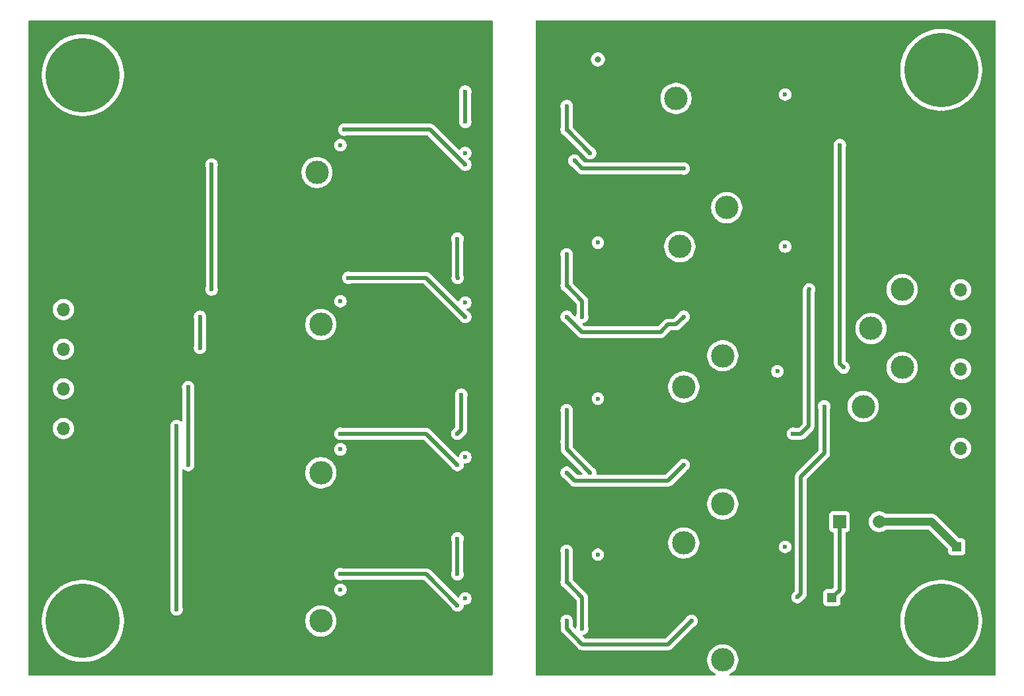
<source format=gbr>
%TF.GenerationSoftware,KiCad,Pcbnew,9.0.0*%
%TF.CreationDate,2025-04-30T17:51:34-07:00*%
%TF.ProjectId,IsolatedVoltageSensor,49736f6c-6174-4656-9456-6f6c74616765,rev?*%
%TF.SameCoordinates,Original*%
%TF.FileFunction,Copper,L2,Inr*%
%TF.FilePolarity,Positive*%
%FSLAX46Y46*%
G04 Gerber Fmt 4.6, Leading zero omitted, Abs format (unit mm)*
G04 Created by KiCad (PCBNEW 9.0.0) date 2025-04-30 17:51:34*
%MOMM*%
%LPD*%
G01*
G04 APERTURE LIST*
%TA.AperFunction,ComponentPad*%
%ADD10R,1.665000X1.665000*%
%TD*%
%TA.AperFunction,ComponentPad*%
%ADD11C,1.665000*%
%TD*%
%TA.AperFunction,ComponentPad*%
%ADD12C,9.500000*%
%TD*%
%TA.AperFunction,ComponentPad*%
%ADD13C,3.000000*%
%TD*%
%TA.AperFunction,ComponentPad*%
%ADD14R,1.200000X1.200000*%
%TD*%
%TA.AperFunction,ComponentPad*%
%ADD15C,1.200000*%
%TD*%
%TA.AperFunction,ComponentPad*%
%ADD16R,1.700000X1.700000*%
%TD*%
%TA.AperFunction,ComponentPad*%
%ADD17O,1.700000X1.700000*%
%TD*%
%TA.AperFunction,ViaPad*%
%ADD18C,1.000000*%
%TD*%
%TA.AperFunction,ViaPad*%
%ADD19C,0.600000*%
%TD*%
%TA.AperFunction,ViaPad*%
%ADD20C,0.800000*%
%TD*%
%TA.AperFunction,Conductor*%
%ADD21C,0.500000*%
%TD*%
%TA.AperFunction,Conductor*%
%ADD22C,1.000000*%
%TD*%
G04 APERTURE END LIST*
D10*
%TO.N,+5V*%
%TO.C,PS1*%
X191960000Y-122275000D03*
D11*
%TO.N,GND*%
X194500000Y-122275000D03*
%TO.N,+3.3V*%
X197040000Y-122275000D03*
%TD*%
D12*
%TO.N,unconnected-(H4-Pad1)*%
%TO.C,H4*%
X95000000Y-135000000D03*
%TD*%
D13*
%TO.N,Net-(AT4-OUTP)*%
%TO.C,TP18*%
X171000000Y-68000000D03*
%TD*%
%TO.N,GND*%
%TO.C,TP22*%
X155500000Y-103000000D03*
%TD*%
%TO.N,GNDPWR*%
%TO.C,TP11*%
X145000000Y-103000000D03*
%TD*%
%TO.N,Net-(IC2--IN)*%
%TO.C,TP10*%
X177000000Y-120000000D03*
%TD*%
%TO.N,Net-(AT2-OUTP)*%
%TO.C,TP8*%
X172000000Y-105000000D03*
%TD*%
%TO.N,Net-(IC1--IN)*%
%TO.C,TP5*%
X177000000Y-140000000D03*
%TD*%
%TO.N,Net-(AT1-OUTP)*%
%TO.C,TP3*%
X172000000Y-125000000D03*
%TD*%
%TO.N,Net-(AT1-INP)*%
%TO.C,TP2*%
X125500000Y-135000000D03*
%TD*%
%TO.N,PHASE_V_ISOLATED_VSENSE*%
%TO.C,TP14*%
X196000000Y-97500000D03*
%TD*%
D14*
%TO.N,+5V*%
%TO.C,C1*%
X191000000Y-132000000D03*
D15*
%TO.N,GND*%
X196000000Y-132000000D03*
%TD*%
D13*
%TO.N,GNDPWR*%
%TO.C,TP1*%
X145000000Y-64000000D03*
%TD*%
%TO.N,GNDPWR*%
%TO.C,TP16*%
X145000000Y-121000000D03*
%TD*%
%TO.N,Net-(AT4-INP)*%
%TO.C,TP17*%
X125000000Y-77500000D03*
%TD*%
%TO.N,Net-(IC11--IN)*%
%TO.C,TP15*%
X177000000Y-101000000D03*
%TD*%
%TO.N,GNDPWR*%
%TO.C,TP6*%
X145000000Y-83000000D03*
%TD*%
%TO.N,GND*%
%TO.C,TP23*%
X155500000Y-83000000D03*
%TD*%
D12*
%TO.N,unconnected-(H2-Pad1)*%
%TO.C,H2*%
X205000000Y-135000000D03*
%TD*%
D13*
%TO.N,GND*%
%TO.C,TP24*%
X155500000Y-64000000D03*
%TD*%
%TO.N,Net-(IC12--IN)*%
%TO.C,TP20*%
X177500000Y-82000000D03*
%TD*%
D12*
%TO.N,unconnected-(H3-Pad1)*%
%TO.C,H3*%
X95000000Y-65000000D03*
%TD*%
D13*
%TO.N,GND*%
%TO.C,TP21*%
X155500000Y-121500000D03*
%TD*%
%TO.N,DC_LINK_BUS_ISOLATED_VSENSE*%
%TO.C,TP4*%
X195000000Y-107500000D03*
%TD*%
%TO.N,Net-(AT2-INP)*%
%TO.C,TP7*%
X125500000Y-116000000D03*
%TD*%
D12*
%TO.N,unconnected-(H1-Pad1)*%
%TO.C,H1*%
X205000000Y-64350000D03*
%TD*%
D13*
%TO.N,Net-(AT3-INP)*%
%TO.C,TP12*%
X125500000Y-97000000D03*
%TD*%
%TO.N,Net-(AT3-OUTP)*%
%TO.C,TP13*%
X171500000Y-87000000D03*
%TD*%
D14*
%TO.N,+3.3V*%
%TO.C,C4*%
X207000000Y-125500000D03*
D15*
%TO.N,GND*%
X207000000Y-120500000D03*
%TD*%
D13*
%TO.N,PHASE_U_ISOLATED_VSENSE*%
%TO.C,TP9*%
X200000000Y-92500000D03*
%TD*%
%TO.N,PHASE_W_ISOLATED_VSENSE*%
%TO.C,TP19*%
X200000000Y-102500000D03*
%TD*%
D16*
%TO.N,GNDPWR*%
%TO.C,J1*%
X92500000Y-90000000D03*
D17*
X92500000Y-92540000D03*
%TO.N,PHASE_W_VSENSE*%
X92500000Y-95080000D03*
%TO.N,GNDPWR*%
X92500000Y-97620000D03*
%TO.N,PHASE_V_VSENSE*%
X92500000Y-100160000D03*
%TO.N,GNDPWR*%
X92500000Y-102700000D03*
%TO.N,PHASE_U_VSENSE*%
X92500000Y-105240000D03*
%TO.N,GNDPWR*%
X92500000Y-107780000D03*
%TO.N,DC_LINK_BUS_VSENSE*%
X92500000Y-110320000D03*
%TO.N,GNDPWR*%
X92500000Y-112860000D03*
%TD*%
D16*
%TO.N,GND*%
%TO.C,J2*%
X207500000Y-90000000D03*
D17*
%TO.N,PHASE_U_ISOLATED_VSENSE*%
X207500000Y-92540000D03*
%TO.N,GND*%
X207500000Y-95080000D03*
%TO.N,PHASE_V_ISOLATED_VSENSE*%
X207500000Y-97620000D03*
%TO.N,GND*%
X207500000Y-100160000D03*
%TO.N,PHASE_W_ISOLATED_VSENSE*%
X207500000Y-102700000D03*
%TO.N,GND*%
X207500000Y-105240000D03*
%TO.N,DC_LINK_BUS_ISOLATED_VSENSE*%
X207500000Y-107780000D03*
%TO.N,GND*%
X207500000Y-110320000D03*
%TO.N,+5V*%
X207500000Y-112860000D03*
%TD*%
D18*
%TO.N,GNDPWR*%
X105000000Y-92500000D03*
X105000000Y-90000000D03*
X95000000Y-90000000D03*
X95000000Y-92500000D03*
X105000000Y-97500000D03*
X95000000Y-97500000D03*
X105000000Y-102500000D03*
X95000000Y-102500000D03*
X105000000Y-107023096D03*
X95000000Y-107500000D03*
D19*
%TO.N,+5V*%
X185000000Y-67500000D03*
X185000000Y-87000000D03*
X185000000Y-125500000D03*
X184000000Y-103000000D03*
%TO.N,Net-(AT1-DCDC_IN)*%
X157000000Y-130000000D03*
X159000000Y-136000000D03*
X157000000Y-126000000D03*
D18*
%TO.N,GNDPWR*%
X93000000Y-59000000D03*
X90000000Y-141000000D03*
X89000000Y-136000000D03*
X125000000Y-125000000D03*
X132000000Y-59000000D03*
X118000000Y-59000000D03*
X97000000Y-59000000D03*
X110000000Y-125000000D03*
X89000000Y-111000000D03*
X89000000Y-120000000D03*
X134000000Y-141000000D03*
X120000000Y-141000000D03*
X89000000Y-63000000D03*
X109000000Y-141000000D03*
X89000000Y-82000000D03*
X147000000Y-100000000D03*
X89000000Y-98000000D03*
X89000000Y-85000000D03*
X89000000Y-81000000D03*
X117000000Y-141000000D03*
X89000000Y-121000000D03*
X89000000Y-126000000D03*
X95000000Y-120000000D03*
X89000000Y-115000000D03*
X135000000Y-100000000D03*
X101000000Y-141000000D03*
X146000000Y-59000000D03*
X125000000Y-105000000D03*
X95000000Y-141000000D03*
X89000000Y-140000000D03*
X121000000Y-141000000D03*
X95000000Y-115000000D03*
X89000000Y-124000000D03*
X120000000Y-130000000D03*
X110000000Y-59000000D03*
X147000000Y-99000000D03*
X143000000Y-59000000D03*
X128000000Y-59000000D03*
X145000000Y-80000000D03*
X110000000Y-80000000D03*
X115000000Y-59000000D03*
X89000000Y-125000000D03*
X105000000Y-85000000D03*
X147000000Y-101000000D03*
X115000000Y-125000000D03*
X100000000Y-85000000D03*
X89000000Y-117000000D03*
X147000000Y-62000000D03*
X89000000Y-118000000D03*
X89000000Y-130000000D03*
X132000000Y-141000000D03*
X140000000Y-59000000D03*
X147000000Y-117000000D03*
X110000000Y-120000000D03*
X89000000Y-138000000D03*
X107000000Y-141000000D03*
X147000000Y-98000000D03*
X127000000Y-59000000D03*
X89000000Y-92000000D03*
X115000000Y-85000000D03*
X103000000Y-141000000D03*
X104000000Y-59000000D03*
X108000000Y-141000000D03*
X125000000Y-120000000D03*
X120000000Y-85000000D03*
X105000000Y-70000000D03*
X115000000Y-105000000D03*
X96000000Y-141000000D03*
X147000000Y-59000000D03*
X89000000Y-89000000D03*
X89000000Y-62000000D03*
X95000000Y-85000000D03*
X94000000Y-59000000D03*
X113000000Y-141000000D03*
X105000000Y-65000000D03*
X89000000Y-107000000D03*
X125000000Y-100000000D03*
X110000000Y-130000000D03*
X142000000Y-141000000D03*
X89000000Y-103000000D03*
X94000000Y-141000000D03*
X111000000Y-141000000D03*
X89000000Y-78000000D03*
X124000000Y-59000000D03*
X122000000Y-141000000D03*
X89000000Y-106000000D03*
X89000000Y-116000000D03*
X89000000Y-87000000D03*
X95000000Y-125000000D03*
X109000000Y-59000000D03*
X121000000Y-59000000D03*
X100000000Y-115000000D03*
X135000000Y-59000000D03*
X89000000Y-69000000D03*
X105000000Y-59000000D03*
X106000000Y-141000000D03*
X147000000Y-119000000D03*
X141000000Y-141000000D03*
X93000000Y-141000000D03*
X129000000Y-141000000D03*
X115000000Y-80000000D03*
X100000000Y-59000000D03*
X120000000Y-65000000D03*
X89000000Y-73000000D03*
X111000000Y-59000000D03*
X115000000Y-141000000D03*
X147000000Y-137000000D03*
X108000000Y-59000000D03*
X147000000Y-80000000D03*
X89000000Y-105000000D03*
X91000000Y-141000000D03*
X128000000Y-141000000D03*
X101000000Y-59000000D03*
X147000000Y-118000000D03*
X89000000Y-100000000D03*
X92000000Y-59000000D03*
X123000000Y-141000000D03*
X89000000Y-59000000D03*
X118000000Y-141000000D03*
X120000000Y-59000000D03*
X89000000Y-64000000D03*
X137000000Y-59000000D03*
X89000000Y-97000000D03*
X122000000Y-59000000D03*
X126000000Y-59000000D03*
X89000000Y-132000000D03*
X89000000Y-108000000D03*
X89000000Y-75000000D03*
X102000000Y-59000000D03*
X125000000Y-141000000D03*
X104000000Y-141000000D03*
X147000000Y-78000000D03*
X146000000Y-141000000D03*
X89000000Y-102000000D03*
X142000000Y-59000000D03*
X89000000Y-86000000D03*
X89000000Y-65000000D03*
X133000000Y-59000000D03*
X145000000Y-100000000D03*
X89000000Y-61000000D03*
X115000000Y-120000000D03*
X147000000Y-81000000D03*
X89000000Y-137000000D03*
X130000000Y-120000000D03*
X113000000Y-59000000D03*
X129000000Y-59000000D03*
X110000000Y-65000000D03*
X89000000Y-84000000D03*
X115000000Y-110000000D03*
X147000000Y-97000000D03*
X136000000Y-141000000D03*
X89000000Y-95000000D03*
X89000000Y-93000000D03*
X145000000Y-59000000D03*
X89000000Y-94000000D03*
X95000000Y-80000000D03*
X130000000Y-141000000D03*
X89000000Y-80000000D03*
X89000000Y-88000000D03*
X115000000Y-65000000D03*
X89000000Y-134000000D03*
X103000000Y-59000000D03*
X100000000Y-120000000D03*
X125000000Y-65000000D03*
X105000000Y-130000000D03*
X115000000Y-130000000D03*
X89000000Y-128000000D03*
X130000000Y-80000000D03*
X125000000Y-59000000D03*
X115000000Y-135000000D03*
X110000000Y-70000000D03*
X105000000Y-135000000D03*
X89000000Y-133000000D03*
X147000000Y-138000000D03*
X136000000Y-59000000D03*
X89000000Y-60000000D03*
X115000000Y-100000000D03*
X102000000Y-141000000D03*
X112000000Y-141000000D03*
X110000000Y-141000000D03*
X135000000Y-141000000D03*
X124000000Y-141000000D03*
X115000000Y-70000000D03*
X140000000Y-100000000D03*
X89000000Y-91000000D03*
X89000000Y-68000000D03*
X119000000Y-59000000D03*
X144000000Y-59000000D03*
X90000000Y-59000000D03*
X89000000Y-101000000D03*
X130000000Y-59000000D03*
X133000000Y-141000000D03*
X100000000Y-141000000D03*
X145000000Y-141000000D03*
X89000000Y-74000000D03*
X105000000Y-125000000D03*
X140000000Y-141000000D03*
X100000000Y-130000000D03*
X126000000Y-141000000D03*
X147000000Y-60000000D03*
X89000000Y-127000000D03*
X89000000Y-71000000D03*
X89000000Y-123000000D03*
X99000000Y-141000000D03*
X89000000Y-135000000D03*
X91000000Y-59000000D03*
X140000000Y-80000000D03*
X147000000Y-136000000D03*
X89000000Y-90000000D03*
X130000000Y-65000000D03*
X100000000Y-70000000D03*
X114000000Y-59000000D03*
X89000000Y-96000000D03*
X131000000Y-141000000D03*
X89000000Y-139000000D03*
X89000000Y-114000000D03*
X96000000Y-59000000D03*
X139000000Y-59000000D03*
X105000000Y-120000000D03*
X89000000Y-119000000D03*
X147000000Y-139000000D03*
X89000000Y-129000000D03*
X116000000Y-59000000D03*
X120000000Y-75000000D03*
X99000000Y-59000000D03*
X147000000Y-61000000D03*
X141000000Y-59000000D03*
X110000000Y-85000000D03*
X139000000Y-141000000D03*
X95000000Y-75000000D03*
X89000000Y-76000000D03*
X98000000Y-141000000D03*
X97000000Y-141000000D03*
X106000000Y-59000000D03*
X105000000Y-115000000D03*
X125000000Y-85000000D03*
X100000000Y-80000000D03*
X89000000Y-131000000D03*
X147000000Y-141000000D03*
X89000000Y-122000000D03*
X135000000Y-120000000D03*
X143000000Y-141000000D03*
X89000000Y-77000000D03*
X119000000Y-141000000D03*
X137000000Y-141000000D03*
X89000000Y-113000000D03*
X89000000Y-104000000D03*
X98000000Y-59000000D03*
X135000000Y-80000000D03*
X130000000Y-100000000D03*
X89000000Y-112000000D03*
X120000000Y-90000000D03*
X89000000Y-79000000D03*
X147000000Y-79000000D03*
X134000000Y-59000000D03*
X120000000Y-80000000D03*
X105000000Y-80000000D03*
X144000000Y-141000000D03*
X89000000Y-110000000D03*
X100000000Y-125000000D03*
X123000000Y-59000000D03*
X131000000Y-59000000D03*
X89000000Y-70000000D03*
X89000000Y-66000000D03*
X95000000Y-59000000D03*
X105000000Y-141000000D03*
X89000000Y-67000000D03*
X112000000Y-59000000D03*
X89000000Y-109000000D03*
X147000000Y-140000000D03*
X115000000Y-90000000D03*
X92000000Y-141000000D03*
X138000000Y-141000000D03*
X89000000Y-83000000D03*
X140000000Y-120000000D03*
X117000000Y-59000000D03*
X89000000Y-72000000D03*
X138000000Y-59000000D03*
X107000000Y-59000000D03*
X116000000Y-141000000D03*
X89000000Y-141000000D03*
X89000000Y-99000000D03*
X127000000Y-141000000D03*
X105000000Y-75000000D03*
X100000000Y-75000000D03*
X114000000Y-141000000D03*
D19*
%TO.N,Net-(AT1-INN)*%
X143000000Y-133000000D03*
X128000000Y-129000000D03*
%TO.N,Net-(AT1-OUTN)*%
X173000000Y-135000000D03*
X157000000Y-135000000D03*
D18*
%TO.N,GND*%
X195000000Y-59000000D03*
X179000000Y-59000000D03*
X211000000Y-121000000D03*
X211000000Y-76000000D03*
X185000000Y-80000000D03*
X190000000Y-85000000D03*
X191000000Y-141000000D03*
X190000000Y-120000000D03*
X175000000Y-59000000D03*
X165000000Y-105000000D03*
X200000000Y-120000000D03*
X190000000Y-75000000D03*
X175000000Y-80000000D03*
X185000000Y-95000000D03*
X211000000Y-72000000D03*
X155000000Y-141000000D03*
X167000000Y-141000000D03*
X165000000Y-100000000D03*
X171000000Y-141000000D03*
X154000000Y-141000000D03*
X154000000Y-98000000D03*
X154000000Y-119000000D03*
X202000000Y-59000000D03*
X211000000Y-109000000D03*
X211000000Y-64000000D03*
X184901431Y-89995688D03*
X173000000Y-59000000D03*
X170000000Y-65000000D03*
X207000000Y-59000000D03*
X211000000Y-99000000D03*
X195000000Y-90000000D03*
X211000000Y-132000000D03*
X211000000Y-68000000D03*
X166000000Y-59000000D03*
X170000000Y-135000000D03*
X175000000Y-85000000D03*
X205000000Y-90000000D03*
X208000000Y-141000000D03*
X184000000Y-59000000D03*
X170000000Y-141000000D03*
X211000000Y-85000000D03*
X154000000Y-140000000D03*
X165000000Y-70000000D03*
X195000000Y-65000000D03*
X211000000Y-117000000D03*
X154000000Y-80000000D03*
X211000000Y-123000000D03*
X211000000Y-124000000D03*
X211000000Y-138000000D03*
X205000000Y-120000000D03*
X165000000Y-110000000D03*
X174000000Y-59000000D03*
X195000000Y-85000000D03*
X208000000Y-59000000D03*
X190000000Y-135000000D03*
X211000000Y-128000000D03*
X211000000Y-94000000D03*
X182000000Y-59000000D03*
X187000000Y-59000000D03*
X185000000Y-59000000D03*
X207000000Y-141000000D03*
X185000000Y-100000000D03*
X185000000Y-141000000D03*
X165000000Y-59000000D03*
X201000000Y-59000000D03*
X211000000Y-136000000D03*
X154000000Y-62000000D03*
X168000000Y-141000000D03*
X211000000Y-111000000D03*
X211000000Y-114000000D03*
X160000000Y-141000000D03*
X194000000Y-59000000D03*
X165000000Y-120000000D03*
X203000000Y-59000000D03*
X211000000Y-82000000D03*
X162000000Y-59000000D03*
X211000000Y-96000000D03*
X197000000Y-141000000D03*
X199988756Y-89968890D03*
X198000000Y-141000000D03*
X154000000Y-61000000D03*
X211000000Y-86000000D03*
X211000000Y-118000000D03*
X154000000Y-100000000D03*
X175000000Y-65000000D03*
X210000000Y-141000000D03*
X185000000Y-110000000D03*
X190000000Y-70000000D03*
X154000000Y-60000000D03*
X195000000Y-70000000D03*
X211000000Y-60000000D03*
X211000000Y-90000000D03*
X170000000Y-100000000D03*
X157000000Y-141000000D03*
X204000000Y-141000000D03*
X200000000Y-141000000D03*
X211000000Y-125000000D03*
X169000000Y-141000000D03*
X165000000Y-90000000D03*
X200000000Y-115000000D03*
X154000000Y-138000000D03*
X165000000Y-80000000D03*
X189000000Y-141000000D03*
X158000000Y-141000000D03*
X176000000Y-59000000D03*
X154000000Y-139000000D03*
X185000000Y-115000000D03*
X200000000Y-59000000D03*
X211000000Y-61000000D03*
X185000000Y-75000000D03*
X202000000Y-141000000D03*
X185000000Y-120000000D03*
X192000000Y-141000000D03*
X154000000Y-59000000D03*
X180000000Y-141000000D03*
X173000000Y-141000000D03*
X200000000Y-125000000D03*
X211000000Y-103000000D03*
X186000000Y-141000000D03*
X211000000Y-78000000D03*
X211000000Y-135000000D03*
X205000000Y-115000000D03*
X154000000Y-120000000D03*
X211000000Y-77000000D03*
X163000000Y-141000000D03*
X211000000Y-84000000D03*
X211000000Y-75000000D03*
X188000000Y-141000000D03*
X211000000Y-95000000D03*
X183000000Y-141000000D03*
X170000000Y-120000000D03*
X165000000Y-65000000D03*
X156000000Y-141000000D03*
X196000000Y-141000000D03*
X181000000Y-59000000D03*
X161000000Y-141000000D03*
X187000000Y-141000000D03*
X165000000Y-125000000D03*
X159000000Y-59000000D03*
X211000000Y-97000000D03*
X195000000Y-115000000D03*
X211000000Y-141000000D03*
X172000000Y-59000000D03*
X211000000Y-120000000D03*
X163000000Y-59000000D03*
X209000000Y-141000000D03*
X184000000Y-141000000D03*
X211000000Y-88000000D03*
X211000000Y-116000000D03*
X211000000Y-106000000D03*
X158000000Y-59000000D03*
X155000000Y-59000000D03*
X211000000Y-80000000D03*
X185000000Y-65000000D03*
X200000000Y-130000000D03*
X211000000Y-79000000D03*
X211000000Y-89000000D03*
X211000000Y-100000000D03*
X211000000Y-83000000D03*
X211000000Y-129000000D03*
X186000000Y-59000000D03*
X211000000Y-69000000D03*
X185000000Y-135000000D03*
X200000000Y-70000000D03*
X170000000Y-59000000D03*
X174000000Y-141000000D03*
X203000000Y-141000000D03*
X165000000Y-85000000D03*
X195000000Y-120000000D03*
X190000000Y-90000000D03*
X175000000Y-105000000D03*
X160000000Y-59000000D03*
X211000000Y-107000000D03*
X195000000Y-141000000D03*
X211000000Y-127000000D03*
X211000000Y-87000000D03*
X185113075Y-69999999D03*
X195000000Y-135000000D03*
X211000000Y-65000000D03*
X211000000Y-62000000D03*
X171000000Y-59000000D03*
X199000000Y-141000000D03*
X195000000Y-75000000D03*
X199000000Y-59000000D03*
X211000000Y-92000000D03*
X153987076Y-78853828D03*
X154000000Y-118000000D03*
X211000000Y-140000000D03*
X211000000Y-70000000D03*
X210000000Y-59000000D03*
X211000000Y-108000000D03*
X211000000Y-73000000D03*
X194000000Y-141000000D03*
X185000000Y-85000000D03*
X211000000Y-67000000D03*
X157000000Y-59000000D03*
X211000000Y-131000000D03*
X190000000Y-59000000D03*
X165000000Y-141000000D03*
X156000000Y-59000000D03*
X190000000Y-65000000D03*
X166000000Y-141000000D03*
X211000000Y-59000000D03*
X154000000Y-81000000D03*
X201000000Y-141000000D03*
X180000000Y-120000000D03*
X211000000Y-98000000D03*
X170000000Y-115000000D03*
X193000000Y-141000000D03*
X170000000Y-95000000D03*
X211000000Y-104000000D03*
X211000000Y-66000000D03*
X205000000Y-70000000D03*
X177000000Y-59000000D03*
X211000000Y-113000000D03*
X211000000Y-122000000D03*
X211000000Y-130000000D03*
X190000000Y-141000000D03*
X211000000Y-134000000D03*
X162000000Y-141000000D03*
X211000000Y-102000000D03*
X154000000Y-99000000D03*
X181000000Y-141000000D03*
X211000000Y-74000000D03*
X205000000Y-141000000D03*
X170000000Y-85000000D03*
X211000000Y-133000000D03*
X164000000Y-141000000D03*
X211000000Y-119000000D03*
X197000000Y-59000000D03*
X192000000Y-59000000D03*
X211000000Y-110000000D03*
X183000000Y-59000000D03*
X211000000Y-112000000D03*
X211000000Y-126000000D03*
X172000000Y-141000000D03*
X211000000Y-115000000D03*
X182000000Y-141000000D03*
X209000000Y-59000000D03*
X211000000Y-101000000D03*
X198000000Y-59000000D03*
X180000000Y-59000000D03*
X188000000Y-59000000D03*
X167000000Y-59000000D03*
X211000000Y-91000000D03*
X154000000Y-137000000D03*
X211000000Y-71000000D03*
X164000000Y-59000000D03*
X180000000Y-65000000D03*
X170000000Y-80000000D03*
X191000000Y-59000000D03*
X211000000Y-139000000D03*
X196000000Y-59000000D03*
X193000000Y-59000000D03*
X211000000Y-81000000D03*
X168000000Y-59000000D03*
X211000000Y-105000000D03*
X159000000Y-141000000D03*
X161000000Y-59000000D03*
X206000000Y-141000000D03*
X211000000Y-63000000D03*
X189000000Y-59000000D03*
X169000000Y-59000000D03*
X190000000Y-125000000D03*
X178000000Y-59000000D03*
X211000000Y-137000000D03*
X211000000Y-93000000D03*
D19*
%TO.N,Net-(AT1-DCDC_OUT)*%
X143000000Y-129000000D03*
X143000000Y-124437500D03*
%TO.N,Net-(AT1-INP)*%
X144000000Y-132125000D03*
X128000000Y-131000000D03*
%TO.N,Net-(AT2-INN)*%
X128000000Y-111000000D03*
X143000000Y-115000000D03*
%TO.N,Net-(AT2-DCDC_IN)*%
X157000000Y-108000000D03*
X157000000Y-112000000D03*
X160000000Y-116000000D03*
%TO.N,Net-(AT2-INP)*%
X128000000Y-113000000D03*
X144000000Y-114000000D03*
%TO.N,Net-(AT2-OUTN)*%
X172000000Y-115000000D03*
X157000000Y-116000000D03*
%TO.N,Net-(AT2-DCDC_OUT)*%
X143495000Y-106000000D03*
X143000000Y-111000000D03*
%TO.N,Net-(AT3-INP)*%
X144000000Y-94187500D03*
X128000000Y-94000000D03*
%TO.N,Net-(AT3-DCDC_IN)*%
X157000000Y-92000000D03*
X159000000Y-96000000D03*
X157000000Y-88000000D03*
%TO.N,Net-(AT3-DCDC_OUT)*%
X143027781Y-91000000D03*
X143000000Y-86000000D03*
%TO.N,Net-(AT3-INN)*%
X144000000Y-96000000D03*
X129000000Y-91000000D03*
%TO.N,Net-(AT3-OUTN)*%
X157000000Y-96000000D03*
X172000000Y-96000000D03*
%TO.N,Net-(AT4-INP)*%
X128000000Y-74000000D03*
X144000000Y-75000000D03*
%TO.N,Net-(AT4-OUTN)*%
X158000000Y-76000000D03*
X172000000Y-77000000D03*
%TO.N,Net-(AT4-DCDC_OUT)*%
X144000000Y-67140000D03*
X144000000Y-71000000D03*
%TO.N,Net-(AT4-DCDC_IN)*%
X160000000Y-75000000D03*
X157000000Y-69000000D03*
X157000000Y-72000000D03*
%TO.N,Net-(AT4-INN)*%
X144000000Y-76500000D03*
X128500000Y-72000000D03*
%TO.N,DC_LINK_BUS_ISOLATED_VSENSE*%
X186565557Y-131934443D03*
X190000000Y-107500000D03*
%TO.N,PHASE_U_ISOLATED_VSENSE*%
X188089173Y-92500000D03*
X186000000Y-111000000D03*
%TO.N,PHASE_W_ISOLATED_VSENSE*%
X192000000Y-74000000D03*
X192500000Y-102500000D03*
%TO.N,PHASE_V_VSENSE*%
X110000000Y-96000000D03*
X110000000Y-100000000D03*
%TO.N,PHASE_U_VSENSE*%
X108500000Y-115000000D03*
X108500000Y-105000000D03*
%TO.N,DC_LINK_BUS_VSENSE*%
X107000000Y-110000000D03*
X107000000Y-133500000D03*
%TO.N,PHASE_W_VSENSE*%
X111500000Y-92500000D03*
X111500000Y-76500000D03*
D20*
%TO.N,+3.3V*%
X161000000Y-63000000D03*
D19*
X161000000Y-86500000D03*
X161000000Y-106500000D03*
X161000000Y-126500000D03*
%TD*%
D21*
%TO.N,PHASE_U_ISOLATED_VSENSE*%
X188089173Y-92500000D02*
X188000000Y-92589173D01*
X188000000Y-92589173D02*
X188000000Y-110000000D01*
X188000000Y-110000000D02*
X187000000Y-111000000D01*
X187000000Y-111000000D02*
X186000000Y-111000000D01*
%TO.N,DC_LINK_BUS_ISOLATED_VSENSE*%
X190000000Y-107500000D02*
X190000000Y-113500000D01*
X190000000Y-113500000D02*
X187000000Y-116500000D01*
X187000000Y-116500000D02*
X187000000Y-131500000D01*
X187000000Y-131500000D02*
X186565557Y-131934443D01*
%TO.N,PHASE_W_ISOLATED_VSENSE*%
X192000000Y-74000000D02*
X192000000Y-102000000D01*
X192000000Y-102000000D02*
X192500000Y-102500000D01*
%TO.N,DC_LINK_BUS_VSENSE*%
X107000000Y-133500000D02*
X107000000Y-110000000D01*
%TO.N,PHASE_U_VSENSE*%
X108500000Y-105000000D02*
X108500000Y-115000000D01*
%TO.N,PHASE_V_VSENSE*%
X110000000Y-96000000D02*
X110000000Y-100000000D01*
%TO.N,PHASE_W_VSENSE*%
X111500000Y-76500000D02*
X111500000Y-92500000D01*
%TO.N,+5V*%
X191960000Y-122275000D02*
X191960000Y-131040000D01*
X191960000Y-131040000D02*
X191000000Y-132000000D01*
%TO.N,Net-(AT1-DCDC_IN)*%
X159000000Y-136000000D02*
X159000000Y-132000000D01*
X157000000Y-130000000D02*
X157000000Y-126000000D01*
X159000000Y-132000000D02*
X157000000Y-130000000D01*
%TO.N,Net-(AT1-INN)*%
X139000000Y-129000000D02*
X143000000Y-133000000D01*
X128000000Y-129000000D02*
X139000000Y-129000000D01*
%TO.N,Net-(AT1-OUTN)*%
X157000000Y-136000000D02*
X159000000Y-138000000D01*
X157000000Y-135000000D02*
X157000000Y-136000000D01*
X159000000Y-138000000D02*
X170000000Y-138000000D01*
X170000000Y-138000000D02*
X173000000Y-135000000D01*
%TO.N,Net-(AT1-DCDC_OUT)*%
X143000000Y-129000000D02*
X143000000Y-124437500D01*
%TO.N,Net-(AT2-INN)*%
X143000000Y-115000000D02*
X139000000Y-111000000D01*
X139000000Y-111000000D02*
X128000000Y-111000000D01*
%TO.N,Net-(AT2-DCDC_IN)*%
X157000000Y-113000000D02*
X157000000Y-112000000D01*
X160000000Y-116000000D02*
X157000000Y-113000000D01*
X157000000Y-112000000D02*
X157000000Y-108000000D01*
%TO.N,Net-(AT2-OUTN)*%
X172000000Y-115000000D02*
X170000000Y-117000000D01*
X170000000Y-117000000D02*
X158000000Y-117000000D01*
X158000000Y-117000000D02*
X157000000Y-116000000D01*
%TO.N,Net-(AT2-DCDC_OUT)*%
X143000000Y-111000000D02*
X143500000Y-110500000D01*
X143500000Y-110500000D02*
X143500000Y-106005000D01*
X143500000Y-106005000D02*
X143495000Y-106000000D01*
%TO.N,Net-(AT3-DCDC_IN)*%
X157000000Y-92000000D02*
X157000000Y-88000000D01*
X159000000Y-94000000D02*
X157000000Y-92000000D01*
X159000000Y-96000000D02*
X159000000Y-94000000D01*
%TO.N,Net-(AT3-DCDC_OUT)*%
X143027781Y-91000000D02*
X143000000Y-90972219D01*
X143000000Y-90972219D02*
X143000000Y-86000000D01*
%TO.N,Net-(AT3-INN)*%
X129000000Y-91000000D02*
X139000000Y-91000000D01*
X139000000Y-91000000D02*
X144000000Y-96000000D01*
%TO.N,Net-(AT3-OUTN)*%
X170000000Y-97000000D02*
X171000000Y-97000000D01*
X169000000Y-98000000D02*
X170000000Y-97000000D01*
X157000000Y-96000000D02*
X159000000Y-98000000D01*
X159000000Y-98000000D02*
X169000000Y-98000000D01*
X171000000Y-97000000D02*
X172000000Y-96000000D01*
%TO.N,Net-(AT4-OUTN)*%
X159000000Y-77000000D02*
X158000000Y-76000000D01*
X172000000Y-77000000D02*
X159000000Y-77000000D01*
%TO.N,Net-(AT4-DCDC_OUT)*%
X144000000Y-71000000D02*
X144000000Y-67140000D01*
%TO.N,Net-(AT4-DCDC_IN)*%
X157000000Y-72000000D02*
X157000000Y-69000000D01*
X160000000Y-75000000D02*
X157000000Y-72000000D01*
%TO.N,Net-(AT4-INN)*%
X128500000Y-72000000D02*
X139500000Y-72000000D01*
X139500000Y-72000000D02*
X144000000Y-76500000D01*
D22*
%TO.N,+3.3V*%
X203775000Y-122275000D02*
X207000000Y-125500000D01*
X197040000Y-122275000D02*
X203775000Y-122275000D01*
%TD*%
%TA.AperFunction,Conductor*%
%TO.N,GND*%
G36*
X211942539Y-58020185D02*
G01*
X211988294Y-58072989D01*
X211999500Y-58124500D01*
X211999500Y-141875500D01*
X211979815Y-141942539D01*
X211927011Y-141988294D01*
X211875500Y-141999500D01*
X178000538Y-141999500D01*
X177933499Y-141979815D01*
X177887744Y-141927011D01*
X177877800Y-141857853D01*
X177906825Y-141794297D01*
X177938538Y-141768113D01*
X178113803Y-141666924D01*
X178321851Y-141507282D01*
X178321855Y-141507277D01*
X178321860Y-141507274D01*
X178507274Y-141321860D01*
X178507277Y-141321855D01*
X178507282Y-141321851D01*
X178666924Y-141113803D01*
X178798043Y-140886697D01*
X178898398Y-140644419D01*
X178966270Y-140391116D01*
X179000500Y-140131120D01*
X179000500Y-139868880D01*
X178966270Y-139608884D01*
X178898398Y-139355581D01*
X178898394Y-139355571D01*
X178798046Y-139113309D01*
X178798041Y-139113299D01*
X178666924Y-138886196D01*
X178507281Y-138678148D01*
X178507274Y-138678140D01*
X178321860Y-138492726D01*
X178321851Y-138492718D01*
X178113803Y-138333075D01*
X177886700Y-138201958D01*
X177886690Y-138201953D01*
X177644428Y-138101605D01*
X177644421Y-138101603D01*
X177644419Y-138101602D01*
X177391116Y-138033730D01*
X177333339Y-138026123D01*
X177131127Y-137999500D01*
X177131120Y-137999500D01*
X176868880Y-137999500D01*
X176868872Y-137999500D01*
X176637772Y-138029926D01*
X176608884Y-138033730D01*
X176355581Y-138101602D01*
X176355571Y-138101605D01*
X176113309Y-138201953D01*
X176113299Y-138201958D01*
X175886196Y-138333075D01*
X175678148Y-138492718D01*
X175492718Y-138678148D01*
X175333075Y-138886196D01*
X175201958Y-139113299D01*
X175201953Y-139113309D01*
X175101605Y-139355571D01*
X175101602Y-139355581D01*
X175081007Y-139432445D01*
X175033730Y-139608885D01*
X174999500Y-139868872D01*
X174999500Y-140131127D01*
X175009956Y-140210540D01*
X175033730Y-140391116D01*
X175101602Y-140644418D01*
X175101605Y-140644428D01*
X175201953Y-140886690D01*
X175201958Y-140886700D01*
X175333075Y-141113803D01*
X175492718Y-141321851D01*
X175492726Y-141321860D01*
X175678140Y-141507274D01*
X175678148Y-141507281D01*
X175886196Y-141666924D01*
X176061462Y-141768113D01*
X176109677Y-141818680D01*
X176122901Y-141887287D01*
X176096933Y-141952151D01*
X176040019Y-141992680D01*
X175999462Y-141999500D01*
X153124000Y-141999500D01*
X153056961Y-141979815D01*
X153011206Y-141927011D01*
X153000000Y-141875500D01*
X153000000Y-125921153D01*
X156199500Y-125921153D01*
X156199500Y-126078846D01*
X156230261Y-126233489D01*
X156230263Y-126233497D01*
X156240061Y-126257151D01*
X156249500Y-126304604D01*
X156249500Y-129695396D01*
X156240062Y-129742844D01*
X156237306Y-129749500D01*
X156230262Y-129766506D01*
X156230260Y-129766511D01*
X156199500Y-129921153D01*
X156199500Y-130078846D01*
X156230261Y-130233489D01*
X156230264Y-130233501D01*
X156290602Y-130379172D01*
X156290609Y-130379185D01*
X156378210Y-130510288D01*
X156378213Y-130510292D01*
X156489710Y-130621789D01*
X156573491Y-130677769D01*
X156620821Y-130709394D01*
X156644475Y-130719191D01*
X156684703Y-130746071D01*
X157457053Y-131518421D01*
X158213181Y-132274548D01*
X158246666Y-132335871D01*
X158249500Y-132362229D01*
X158249500Y-135695396D01*
X158245870Y-135725181D01*
X158243631Y-135734228D01*
X158230263Y-135766503D01*
X158208203Y-135877400D01*
X158207512Y-135880197D01*
X158191293Y-135907992D01*
X158176374Y-135936515D01*
X158173794Y-135937983D01*
X158172300Y-135940545D01*
X158143640Y-135955154D01*
X158115658Y-135971089D01*
X158112694Y-135970930D01*
X158110052Y-135972277D01*
X158078024Y-135969071D01*
X158045888Y-135967348D01*
X158043069Y-135965572D01*
X158040530Y-135965318D01*
X158032307Y-135958790D01*
X157999461Y-135938093D01*
X157786819Y-135725451D01*
X157753334Y-135664128D01*
X157750500Y-135637770D01*
X157750500Y-135304604D01*
X157759939Y-135257151D01*
X157769737Y-135233497D01*
X157800500Y-135078842D01*
X157800500Y-134921158D01*
X157800500Y-134921155D01*
X157800499Y-134921153D01*
X157769738Y-134766510D01*
X157769737Y-134766503D01*
X157735855Y-134684704D01*
X157709397Y-134620827D01*
X157709390Y-134620814D01*
X157621789Y-134489711D01*
X157621786Y-134489707D01*
X157510292Y-134378213D01*
X157510288Y-134378210D01*
X157379185Y-134290609D01*
X157379172Y-134290602D01*
X157233501Y-134230264D01*
X157233489Y-134230261D01*
X157078845Y-134199500D01*
X157078842Y-134199500D01*
X156921158Y-134199500D01*
X156921155Y-134199500D01*
X156766510Y-134230261D01*
X156766498Y-134230264D01*
X156620827Y-134290602D01*
X156620814Y-134290609D01*
X156489711Y-134378210D01*
X156489707Y-134378213D01*
X156378213Y-134489707D01*
X156378210Y-134489711D01*
X156290609Y-134620814D01*
X156290602Y-134620827D01*
X156230264Y-134766498D01*
X156230261Y-134766510D01*
X156199500Y-134921153D01*
X156199500Y-135078846D01*
X156230261Y-135233489D01*
X156230263Y-135233497D01*
X156240061Y-135257151D01*
X156249500Y-135304604D01*
X156249500Y-136073918D01*
X156249500Y-136073920D01*
X156249499Y-136073920D01*
X156278340Y-136218907D01*
X156278343Y-136218917D01*
X156334914Y-136355491D01*
X156334916Y-136355495D01*
X156350741Y-136379179D01*
X156350740Y-136379179D01*
X156417046Y-136478414D01*
X156417052Y-136478421D01*
X158417049Y-138478416D01*
X158489199Y-138550566D01*
X158521585Y-138582952D01*
X158644498Y-138665080D01*
X158644511Y-138665087D01*
X158781082Y-138721656D01*
X158781087Y-138721658D01*
X158781091Y-138721658D01*
X158781092Y-138721659D01*
X158926079Y-138750500D01*
X158926082Y-138750500D01*
X170073920Y-138750500D01*
X170171462Y-138731096D01*
X170218913Y-138721658D01*
X170355495Y-138665084D01*
X170404729Y-138632186D01*
X170478416Y-138582952D01*
X173315295Y-135746070D01*
X173355519Y-135719193D01*
X173379179Y-135709394D01*
X173510289Y-135621789D01*
X173621789Y-135510289D01*
X173709394Y-135379179D01*
X173769737Y-135233497D01*
X173800500Y-135078842D01*
X173800500Y-134921158D01*
X173800500Y-134921155D01*
X173800499Y-134921153D01*
X173774858Y-134792243D01*
X173770583Y-134770756D01*
X199749500Y-134770756D01*
X199749500Y-135229243D01*
X199789460Y-135685985D01*
X199789460Y-135685987D01*
X199858732Y-136078846D01*
X199869074Y-136137499D01*
X199987739Y-136580360D01*
X199987742Y-136580370D01*
X199987743Y-136580371D01*
X200144546Y-137011189D01*
X200144550Y-137011199D01*
X200338308Y-137426711D01*
X200338313Y-137426721D01*
X200567555Y-137823779D01*
X200567559Y-137823785D01*
X200567566Y-137823796D01*
X200830530Y-138199348D01*
X201043544Y-138453208D01*
X201125237Y-138550566D01*
X201449434Y-138874763D01*
X201463061Y-138886197D01*
X201800651Y-139169469D01*
X202176203Y-139432433D01*
X202176210Y-139432437D01*
X202176221Y-139432445D01*
X202573279Y-139661687D01*
X202573288Y-139661691D01*
X202988800Y-139855449D01*
X202988810Y-139855453D01*
X203188060Y-139927973D01*
X203419640Y-140012261D01*
X203862501Y-140130926D01*
X204314019Y-140210540D01*
X204770756Y-140250499D01*
X204770757Y-140250500D01*
X204770758Y-140250500D01*
X205229243Y-140250500D01*
X205229243Y-140250499D01*
X205685981Y-140210540D01*
X206137499Y-140130926D01*
X206580360Y-140012261D01*
X206945218Y-139879464D01*
X207011189Y-139855453D01*
X207011199Y-139855449D01*
X207149703Y-139790863D01*
X207426721Y-139661687D01*
X207823779Y-139432445D01*
X208199347Y-139169470D01*
X208550566Y-138874763D01*
X208874763Y-138550566D01*
X209169470Y-138199347D01*
X209432445Y-137823779D01*
X209661687Y-137426721D01*
X209855451Y-137011194D01*
X209859330Y-137000538D01*
X209907015Y-136869523D01*
X210012261Y-136580360D01*
X210130926Y-136137499D01*
X210210540Y-135685981D01*
X210250500Y-135229242D01*
X210250500Y-134770758D01*
X210210540Y-134314019D01*
X210130926Y-133862501D01*
X210012261Y-133419640D01*
X209896104Y-133100499D01*
X209855453Y-132988810D01*
X209855449Y-132988800D01*
X209661691Y-132573288D01*
X209661683Y-132573272D01*
X209587470Y-132444732D01*
X209432445Y-132176221D01*
X209432437Y-132176210D01*
X209432433Y-132176203D01*
X209169469Y-131800651D01*
X208963559Y-131555257D01*
X208874763Y-131449434D01*
X208550566Y-131125237D01*
X208451906Y-131042452D01*
X208199348Y-130830530D01*
X207823796Y-130567566D01*
X207823785Y-130567559D01*
X207823779Y-130567555D01*
X207705810Y-130499445D01*
X207426727Y-130338316D01*
X207426711Y-130338308D01*
X207011199Y-130144550D01*
X207011189Y-130144546D01*
X206580371Y-129987743D01*
X206580370Y-129987742D01*
X206580360Y-129987739D01*
X206256165Y-129900870D01*
X206137500Y-129869074D01*
X206137489Y-129869072D01*
X205685986Y-129789460D01*
X205229243Y-129749500D01*
X205229242Y-129749500D01*
X204770758Y-129749500D01*
X204770757Y-129749500D01*
X204314014Y-129789460D01*
X204314012Y-129789460D01*
X203862510Y-129869072D01*
X203862499Y-129869074D01*
X203668122Y-129921158D01*
X203419640Y-129987739D01*
X203419633Y-129987741D01*
X203419628Y-129987743D01*
X202988810Y-130144546D01*
X202988800Y-130144550D01*
X202573288Y-130338308D01*
X202573272Y-130338316D01*
X202176229Y-130567550D01*
X202176203Y-130567566D01*
X201800651Y-130830530D01*
X201449431Y-131125239D01*
X201125239Y-131449431D01*
X200830530Y-131800651D01*
X200567566Y-132176203D01*
X200567550Y-132176229D01*
X200338316Y-132573272D01*
X200338308Y-132573288D01*
X200144550Y-132988800D01*
X200144546Y-132988810D01*
X199987743Y-133419628D01*
X199987740Y-133419638D01*
X199869074Y-133862499D01*
X199869072Y-133862510D01*
X199789460Y-134314012D01*
X199789460Y-134314014D01*
X199749500Y-134770756D01*
X173770583Y-134770756D01*
X173769738Y-134766507D01*
X173769735Y-134766498D01*
X173709397Y-134620827D01*
X173709390Y-134620814D01*
X173621789Y-134489711D01*
X173621786Y-134489707D01*
X173510292Y-134378213D01*
X173510288Y-134378210D01*
X173379185Y-134290609D01*
X173379172Y-134290602D01*
X173233501Y-134230264D01*
X173233489Y-134230261D01*
X173078845Y-134199500D01*
X173078842Y-134199500D01*
X172921158Y-134199500D01*
X172921155Y-134199500D01*
X172766510Y-134230261D01*
X172766498Y-134230264D01*
X172620827Y-134290602D01*
X172620814Y-134290609D01*
X172489711Y-134378210D01*
X172489707Y-134378213D01*
X172378213Y-134489707D01*
X172378207Y-134489715D01*
X172290607Y-134620818D01*
X172290605Y-134620822D01*
X172280805Y-134644480D01*
X172253927Y-134684704D01*
X169725451Y-137213181D01*
X169664128Y-137246666D01*
X169637770Y-137249500D01*
X159362229Y-137249500D01*
X159295190Y-137229815D01*
X159274548Y-137213181D01*
X159061904Y-137000536D01*
X159028420Y-136939215D01*
X159033404Y-136869523D01*
X159075276Y-136813590D01*
X159125395Y-136791240D01*
X159130613Y-136790201D01*
X159233497Y-136769737D01*
X159379179Y-136709394D01*
X159510289Y-136621789D01*
X159621789Y-136510289D01*
X159709394Y-136379179D01*
X159769737Y-136233497D01*
X159800500Y-136078842D01*
X159800500Y-135921158D01*
X159800500Y-135921155D01*
X159800499Y-135921153D01*
X159769739Y-135766511D01*
X159769738Y-135766508D01*
X159769737Y-135766503D01*
X159759937Y-135742844D01*
X159750500Y-135695396D01*
X159750500Y-131926079D01*
X159740081Y-131873701D01*
X159736480Y-131855596D01*
X185765057Y-131855596D01*
X185765057Y-132013289D01*
X185795818Y-132167932D01*
X185795821Y-132167944D01*
X185856159Y-132313615D01*
X185856166Y-132313628D01*
X185943767Y-132444731D01*
X185943770Y-132444735D01*
X186055264Y-132556229D01*
X186055268Y-132556232D01*
X186186371Y-132643833D01*
X186186384Y-132643840D01*
X186332055Y-132704178D01*
X186332060Y-132704180D01*
X186486710Y-132734942D01*
X186486713Y-132734943D01*
X186486715Y-132734943D01*
X186644401Y-132734943D01*
X186644402Y-132734942D01*
X186799054Y-132704180D01*
X186934995Y-132647872D01*
X186944729Y-132643840D01*
X186944729Y-132643839D01*
X186944736Y-132643837D01*
X187075846Y-132556232D01*
X187187346Y-132444732D01*
X187274951Y-132313622D01*
X187284749Y-132289964D01*
X187311624Y-132249741D01*
X187582951Y-131978416D01*
X187665084Y-131855495D01*
X187721658Y-131718913D01*
X187736459Y-131644505D01*
X187750500Y-131573920D01*
X187750500Y-131352135D01*
X189899500Y-131352135D01*
X189899500Y-132647870D01*
X189899501Y-132647876D01*
X189905908Y-132707483D01*
X189956202Y-132842328D01*
X189956206Y-132842335D01*
X190042452Y-132957544D01*
X190042455Y-132957547D01*
X190157664Y-133043793D01*
X190157671Y-133043797D01*
X190292517Y-133094091D01*
X190292516Y-133094091D01*
X190299444Y-133094835D01*
X190352127Y-133100500D01*
X191647872Y-133100499D01*
X191707483Y-133094091D01*
X191842331Y-133043796D01*
X191957546Y-132957546D01*
X192043796Y-132842331D01*
X192094091Y-132707483D01*
X192100500Y-132647873D01*
X192100499Y-132012229D01*
X192120183Y-131945191D01*
X192136818Y-131924549D01*
X192542947Y-131518421D01*
X192542950Y-131518418D01*
X192542950Y-131518417D01*
X192542952Y-131518416D01*
X192604646Y-131426083D01*
X192625084Y-131395495D01*
X192681658Y-131258913D01*
X192708248Y-131125239D01*
X192710500Y-131113920D01*
X192710500Y-123731999D01*
X192730185Y-123664960D01*
X192782989Y-123619205D01*
X192834500Y-123607999D01*
X192840371Y-123607999D01*
X192840372Y-123607999D01*
X192899983Y-123601591D01*
X193034831Y-123551296D01*
X193150046Y-123465046D01*
X193236296Y-123349831D01*
X193286591Y-123214983D01*
X193293000Y-123155373D01*
X193292999Y-122170091D01*
X195707000Y-122170091D01*
X195707000Y-122379908D01*
X195739823Y-122587146D01*
X195804658Y-122786691D01*
X195804659Y-122786694D01*
X195899918Y-122973647D01*
X196023238Y-123143384D01*
X196023242Y-123143389D01*
X196171610Y-123291757D01*
X196171615Y-123291761D01*
X196251548Y-123349835D01*
X196341356Y-123415084D01*
X196439408Y-123465044D01*
X196528305Y-123510340D01*
X196528308Y-123510341D01*
X196628080Y-123542758D01*
X196727855Y-123575177D01*
X196935091Y-123608000D01*
X196935092Y-123608000D01*
X197144908Y-123608000D01*
X197144909Y-123608000D01*
X197352145Y-123575177D01*
X197551694Y-123510340D01*
X197738644Y-123415084D01*
X197828457Y-123349831D01*
X197898171Y-123299182D01*
X197963977Y-123275702D01*
X197971056Y-123275500D01*
X203309218Y-123275500D01*
X203376257Y-123295185D01*
X203396899Y-123311819D01*
X205863181Y-125778102D01*
X205896666Y-125839425D01*
X205899500Y-125865783D01*
X205899500Y-126147869D01*
X205899501Y-126147876D01*
X205905908Y-126207483D01*
X205956202Y-126342328D01*
X205956206Y-126342335D01*
X206042452Y-126457544D01*
X206042455Y-126457547D01*
X206157664Y-126543793D01*
X206157671Y-126543797D01*
X206292517Y-126594091D01*
X206292516Y-126594091D01*
X206299444Y-126594835D01*
X206352127Y-126600500D01*
X207647872Y-126600499D01*
X207707483Y-126594091D01*
X207842331Y-126543796D01*
X207957546Y-126457546D01*
X208043796Y-126342331D01*
X208094091Y-126207483D01*
X208100500Y-126147873D01*
X208100499Y-124852128D01*
X208094091Y-124792517D01*
X208093379Y-124790609D01*
X208043797Y-124657671D01*
X208043793Y-124657664D01*
X207957547Y-124542455D01*
X207957544Y-124542452D01*
X207842335Y-124456206D01*
X207842328Y-124456202D01*
X207707482Y-124405908D01*
X207707483Y-124405908D01*
X207647883Y-124399501D01*
X207647881Y-124399500D01*
X207647873Y-124399500D01*
X207647865Y-124399500D01*
X207365783Y-124399500D01*
X207298744Y-124379815D01*
X207278102Y-124363181D01*
X204559209Y-121644289D01*
X204559206Y-121644285D01*
X204559206Y-121644286D01*
X204552140Y-121637220D01*
X204552139Y-121637218D01*
X204412782Y-121497861D01*
X204276214Y-121406609D01*
X204248919Y-121388371D01*
X204248916Y-121388369D01*
X204248914Y-121388368D01*
X204248911Y-121388366D01*
X204248906Y-121388364D01*
X204127022Y-121337879D01*
X204127020Y-121337878D01*
X204120112Y-121335017D01*
X204066836Y-121312949D01*
X203970188Y-121293724D01*
X203965570Y-121292805D01*
X203965565Y-121292804D01*
X203873544Y-121274500D01*
X203873541Y-121274500D01*
X197971056Y-121274500D01*
X197904017Y-121254815D01*
X197898171Y-121250818D01*
X197738647Y-121134918D01*
X197738646Y-121134917D01*
X197738644Y-121134916D01*
X197678750Y-121104398D01*
X197551694Y-121039659D01*
X197551691Y-121039658D01*
X197352146Y-120974823D01*
X197248527Y-120958411D01*
X197144909Y-120942000D01*
X196935091Y-120942000D01*
X196866012Y-120952941D01*
X196727853Y-120974823D01*
X196528308Y-121039658D01*
X196528305Y-121039659D01*
X196341352Y-121134918D01*
X196171615Y-121258238D01*
X196171610Y-121258242D01*
X196023242Y-121406610D01*
X196023238Y-121406615D01*
X195899918Y-121576352D01*
X195804659Y-121763305D01*
X195804658Y-121763308D01*
X195739823Y-121962853D01*
X195707000Y-122170091D01*
X193292999Y-122170091D01*
X193292999Y-121394628D01*
X193286591Y-121335017D01*
X193281680Y-121321851D01*
X193236297Y-121200171D01*
X193236293Y-121200164D01*
X193150047Y-121084955D01*
X193150044Y-121084952D01*
X193034835Y-120998706D01*
X193034828Y-120998702D01*
X192899982Y-120948408D01*
X192899983Y-120948408D01*
X192840383Y-120942001D01*
X192840381Y-120942000D01*
X192840373Y-120942000D01*
X192840364Y-120942000D01*
X191079629Y-120942000D01*
X191079623Y-120942001D01*
X191020016Y-120948408D01*
X190885171Y-120998702D01*
X190885164Y-120998706D01*
X190769955Y-121084952D01*
X190769952Y-121084955D01*
X190683706Y-121200164D01*
X190683702Y-121200171D01*
X190633408Y-121335017D01*
X190627001Y-121394616D01*
X190627001Y-121394623D01*
X190627000Y-121394635D01*
X190627000Y-123155370D01*
X190627001Y-123155376D01*
X190633408Y-123214983D01*
X190683702Y-123349828D01*
X190683706Y-123349835D01*
X190769952Y-123465044D01*
X190769955Y-123465047D01*
X190885164Y-123551293D01*
X190885171Y-123551297D01*
X191020016Y-123601591D01*
X191079616Y-123607999D01*
X191079618Y-123607999D01*
X191079627Y-123608000D01*
X191085490Y-123607999D01*
X191152528Y-123627676D01*
X191198289Y-123680475D01*
X191209500Y-123731999D01*
X191209500Y-130677769D01*
X191200855Y-130707209D01*
X191194332Y-130737196D01*
X191190577Y-130742211D01*
X191189815Y-130744808D01*
X191173181Y-130765450D01*
X191075450Y-130863181D01*
X191014127Y-130896666D01*
X190987769Y-130899500D01*
X190352129Y-130899500D01*
X190352123Y-130899501D01*
X190292516Y-130905908D01*
X190157671Y-130956202D01*
X190157664Y-130956206D01*
X190042455Y-131042452D01*
X190042452Y-131042455D01*
X189956206Y-131157664D01*
X189956202Y-131157671D01*
X189905908Y-131292517D01*
X189899501Y-131352116D01*
X189899500Y-131352135D01*
X187750500Y-131352135D01*
X187750500Y-116862229D01*
X187770185Y-116795190D01*
X187786819Y-116774548D01*
X190582950Y-113978417D01*
X190582952Y-113978415D01*
X190641959Y-113890104D01*
X190665084Y-113855495D01*
X190688518Y-113798920D01*
X190721659Y-113718912D01*
X190750500Y-113573917D01*
X190750500Y-113426082D01*
X190750500Y-112753713D01*
X206149500Y-112753713D01*
X206149500Y-112966286D01*
X206166547Y-113073920D01*
X206182754Y-113176243D01*
X206240995Y-113355490D01*
X206248444Y-113378414D01*
X206344951Y-113567820D01*
X206469890Y-113739786D01*
X206620213Y-113890109D01*
X206792179Y-114015048D01*
X206792181Y-114015049D01*
X206792184Y-114015051D01*
X206981588Y-114111557D01*
X207183757Y-114177246D01*
X207393713Y-114210500D01*
X207393714Y-114210500D01*
X207606286Y-114210500D01*
X207606287Y-114210500D01*
X207816243Y-114177246D01*
X208018412Y-114111557D01*
X208207816Y-114015051D01*
X208258239Y-113978417D01*
X208379786Y-113890109D01*
X208379793Y-113890103D01*
X208414401Y-113855495D01*
X208530104Y-113739792D01*
X208530106Y-113739788D01*
X208530109Y-113739786D01*
X208655048Y-113567820D01*
X208655047Y-113567820D01*
X208655051Y-113567816D01*
X208751557Y-113378412D01*
X208817246Y-113176243D01*
X208850500Y-112966287D01*
X208850500Y-112753713D01*
X208817246Y-112543757D01*
X208751557Y-112341588D01*
X208655051Y-112152184D01*
X208655049Y-112152181D01*
X208655048Y-112152179D01*
X208530109Y-111980213D01*
X208379786Y-111829890D01*
X208207820Y-111704951D01*
X208018414Y-111608444D01*
X208018413Y-111608443D01*
X208018412Y-111608443D01*
X207816243Y-111542754D01*
X207816241Y-111542753D01*
X207816240Y-111542753D01*
X207611287Y-111510292D01*
X207606287Y-111509500D01*
X207393713Y-111509500D01*
X207388713Y-111510292D01*
X207183760Y-111542753D01*
X206981585Y-111608444D01*
X206792179Y-111704951D01*
X206620213Y-111829890D01*
X206469890Y-111980213D01*
X206344951Y-112152179D01*
X206248444Y-112341585D01*
X206182753Y-112543760D01*
X206149500Y-112753713D01*
X190750500Y-112753713D01*
X190750500Y-107804604D01*
X190759939Y-107757151D01*
X190769737Y-107733497D01*
X190800500Y-107578842D01*
X190800500Y-107421158D01*
X190790102Y-107368886D01*
X190790099Y-107368872D01*
X192999500Y-107368872D01*
X192999500Y-107631127D01*
X193017323Y-107766498D01*
X193033730Y-107891116D01*
X193101602Y-108144418D01*
X193101605Y-108144428D01*
X193201953Y-108386690D01*
X193201958Y-108386700D01*
X193333075Y-108613803D01*
X193492718Y-108821851D01*
X193492726Y-108821860D01*
X193678140Y-109007274D01*
X193678148Y-109007281D01*
X193886196Y-109166924D01*
X194113299Y-109298041D01*
X194113309Y-109298046D01*
X194355571Y-109398394D01*
X194355581Y-109398398D01*
X194608884Y-109466270D01*
X194868880Y-109500500D01*
X194868887Y-109500500D01*
X195131113Y-109500500D01*
X195131120Y-109500500D01*
X195391116Y-109466270D01*
X195644419Y-109398398D01*
X195886697Y-109298043D01*
X196113803Y-109166924D01*
X196321851Y-109007282D01*
X196321855Y-109007277D01*
X196321860Y-109007274D01*
X196507274Y-108821860D01*
X196507277Y-108821855D01*
X196507282Y-108821851D01*
X196666924Y-108613803D01*
X196798043Y-108386697D01*
X196898398Y-108144419D01*
X196966270Y-107891116D01*
X196994892Y-107673713D01*
X206149500Y-107673713D01*
X206149500Y-107886286D01*
X206179998Y-108078846D01*
X206182754Y-108096243D01*
X206235036Y-108257151D01*
X206248444Y-108298414D01*
X206344951Y-108487820D01*
X206469890Y-108659786D01*
X206620213Y-108810109D01*
X206792179Y-108935048D01*
X206792181Y-108935049D01*
X206792184Y-108935051D01*
X206981588Y-109031557D01*
X207183757Y-109097246D01*
X207393713Y-109130500D01*
X207393714Y-109130500D01*
X207606286Y-109130500D01*
X207606287Y-109130500D01*
X207816243Y-109097246D01*
X208018412Y-109031557D01*
X208207816Y-108935051D01*
X208229789Y-108919086D01*
X208379786Y-108810109D01*
X208379788Y-108810106D01*
X208379792Y-108810104D01*
X208530104Y-108659792D01*
X208530106Y-108659788D01*
X208530109Y-108659786D01*
X208655048Y-108487820D01*
X208655047Y-108487820D01*
X208655051Y-108487816D01*
X208751557Y-108298412D01*
X208817246Y-108096243D01*
X208850500Y-107886287D01*
X208850500Y-107673713D01*
X208817246Y-107463757D01*
X208751557Y-107261588D01*
X208655051Y-107072184D01*
X208655049Y-107072181D01*
X208655048Y-107072179D01*
X208530109Y-106900213D01*
X208379786Y-106749890D01*
X208207820Y-106624951D01*
X208018414Y-106528444D01*
X208018413Y-106528443D01*
X208018412Y-106528443D01*
X207816243Y-106462754D01*
X207816241Y-106462753D01*
X207816240Y-106462753D01*
X207654957Y-106437208D01*
X207606287Y-106429500D01*
X207393713Y-106429500D01*
X207345042Y-106437208D01*
X207183760Y-106462753D01*
X206981585Y-106528444D01*
X206792179Y-106624951D01*
X206620213Y-106749890D01*
X206469890Y-106900213D01*
X206344951Y-107072179D01*
X206248444Y-107261585D01*
X206182753Y-107463760D01*
X206149500Y-107673713D01*
X196994892Y-107673713D01*
X197000500Y-107631120D01*
X197000500Y-107368880D01*
X196966270Y-107108884D01*
X196898398Y-106855581D01*
X196871486Y-106790609D01*
X196798046Y-106613309D01*
X196798041Y-106613299D01*
X196666924Y-106386196D01*
X196507281Y-106178148D01*
X196507274Y-106178140D01*
X196321860Y-105992726D01*
X196321851Y-105992718D01*
X196113803Y-105833075D01*
X195886700Y-105701958D01*
X195886690Y-105701953D01*
X195644428Y-105601605D01*
X195644421Y-105601603D01*
X195644419Y-105601602D01*
X195391116Y-105533730D01*
X195333339Y-105526123D01*
X195131127Y-105499500D01*
X195131120Y-105499500D01*
X194868880Y-105499500D01*
X194868872Y-105499500D01*
X194637772Y-105529926D01*
X194608884Y-105533730D01*
X194355581Y-105601602D01*
X194355571Y-105601605D01*
X194113309Y-105701953D01*
X194113299Y-105701958D01*
X193886196Y-105833075D01*
X193678148Y-105992718D01*
X193492718Y-106178148D01*
X193333075Y-106386196D01*
X193201958Y-106613299D01*
X193201953Y-106613309D01*
X193101605Y-106855571D01*
X193101602Y-106855581D01*
X193033730Y-107108884D01*
X193032158Y-107120827D01*
X192999500Y-107368872D01*
X190790099Y-107368872D01*
X190774531Y-107290606D01*
X190769737Y-107266503D01*
X190767700Y-107261585D01*
X190709397Y-107120827D01*
X190709390Y-107120814D01*
X190621789Y-106989711D01*
X190621786Y-106989707D01*
X190510292Y-106878213D01*
X190510288Y-106878210D01*
X190379185Y-106790609D01*
X190379172Y-106790602D01*
X190233501Y-106730264D01*
X190233489Y-106730261D01*
X190078845Y-106699500D01*
X190078842Y-106699500D01*
X189921158Y-106699500D01*
X189921155Y-106699500D01*
X189766510Y-106730261D01*
X189766498Y-106730264D01*
X189620827Y-106790602D01*
X189620814Y-106790609D01*
X189489711Y-106878210D01*
X189489707Y-106878213D01*
X189378213Y-106989707D01*
X189378210Y-106989711D01*
X189290609Y-107120814D01*
X189290602Y-107120827D01*
X189230264Y-107266498D01*
X189230261Y-107266510D01*
X189199500Y-107421153D01*
X189199500Y-107578846D01*
X189230261Y-107733489D01*
X189230263Y-107733497D01*
X189240061Y-107757151D01*
X189249500Y-107804604D01*
X189249500Y-113137769D01*
X189229815Y-113204808D01*
X189213181Y-113225450D01*
X186417050Y-116021580D01*
X186417044Y-116021588D01*
X186367812Y-116095268D01*
X186367813Y-116095269D01*
X186334921Y-116144496D01*
X186334914Y-116144508D01*
X186278342Y-116281086D01*
X186278340Y-116281092D01*
X186249500Y-116426079D01*
X186249500Y-131116986D01*
X186229815Y-131184025D01*
X186190521Y-131220285D01*
X186191443Y-131221664D01*
X186055268Y-131312653D01*
X186055264Y-131312656D01*
X185943770Y-131424150D01*
X185943767Y-131424154D01*
X185856166Y-131555257D01*
X185856159Y-131555270D01*
X185795821Y-131700941D01*
X185795818Y-131700953D01*
X185765057Y-131855596D01*
X159736480Y-131855596D01*
X159721659Y-131781092D01*
X159721658Y-131781091D01*
X159721658Y-131781087D01*
X159721656Y-131781082D01*
X159665087Y-131644511D01*
X159665080Y-131644498D01*
X159582952Y-131521585D01*
X159579783Y-131518416D01*
X159478416Y-131417049D01*
X158683156Y-130621789D01*
X157786819Y-129725451D01*
X157753334Y-129664128D01*
X157750500Y-129637770D01*
X157750500Y-126421153D01*
X160199500Y-126421153D01*
X160199500Y-126578846D01*
X160230261Y-126733489D01*
X160230264Y-126733501D01*
X160290602Y-126879172D01*
X160290609Y-126879185D01*
X160378210Y-127010288D01*
X160378213Y-127010292D01*
X160489707Y-127121786D01*
X160489711Y-127121789D01*
X160620814Y-127209390D01*
X160620827Y-127209397D01*
X160766498Y-127269735D01*
X160766503Y-127269737D01*
X160921153Y-127300499D01*
X160921156Y-127300500D01*
X160921158Y-127300500D01*
X161078844Y-127300500D01*
X161078845Y-127300499D01*
X161233497Y-127269737D01*
X161379179Y-127209394D01*
X161510289Y-127121789D01*
X161621789Y-127010289D01*
X161709394Y-126879179D01*
X161769737Y-126733497D01*
X161800500Y-126578842D01*
X161800500Y-126421158D01*
X161800500Y-126421155D01*
X161800499Y-126421153D01*
X161784820Y-126342331D01*
X161769737Y-126266503D01*
X161746080Y-126209390D01*
X161709397Y-126120827D01*
X161709390Y-126120814D01*
X161621789Y-125989711D01*
X161621786Y-125989707D01*
X161510292Y-125878213D01*
X161510288Y-125878210D01*
X161379185Y-125790609D01*
X161379172Y-125790602D01*
X161233501Y-125730264D01*
X161233489Y-125730261D01*
X161078845Y-125699500D01*
X161078842Y-125699500D01*
X160921158Y-125699500D01*
X160921155Y-125699500D01*
X160766510Y-125730261D01*
X160766498Y-125730264D01*
X160620827Y-125790602D01*
X160620814Y-125790609D01*
X160489711Y-125878210D01*
X160489707Y-125878213D01*
X160378213Y-125989707D01*
X160378210Y-125989711D01*
X160290609Y-126120814D01*
X160290602Y-126120827D01*
X160230264Y-126266498D01*
X160230261Y-126266510D01*
X160199500Y-126421153D01*
X157750500Y-126421153D01*
X157750500Y-126304604D01*
X157759939Y-126257151D01*
X157769737Y-126233497D01*
X157800500Y-126078842D01*
X157800500Y-125921158D01*
X157800500Y-125921155D01*
X157800499Y-125921153D01*
X157784242Y-125839425D01*
X157769737Y-125766503D01*
X157756062Y-125733489D01*
X157709397Y-125620827D01*
X157709390Y-125620814D01*
X157621789Y-125489711D01*
X157621786Y-125489707D01*
X157510292Y-125378213D01*
X157510288Y-125378210D01*
X157379185Y-125290609D01*
X157379172Y-125290602D01*
X157233501Y-125230264D01*
X157233489Y-125230261D01*
X157078845Y-125199500D01*
X157078842Y-125199500D01*
X156921158Y-125199500D01*
X156921155Y-125199500D01*
X156766510Y-125230261D01*
X156766498Y-125230264D01*
X156620827Y-125290602D01*
X156620814Y-125290609D01*
X156489711Y-125378210D01*
X156489707Y-125378213D01*
X156378213Y-125489707D01*
X156378210Y-125489711D01*
X156290609Y-125620814D01*
X156290602Y-125620827D01*
X156230264Y-125766498D01*
X156230261Y-125766510D01*
X156199500Y-125921153D01*
X153000000Y-125921153D01*
X153000000Y-124868872D01*
X169999500Y-124868872D01*
X169999500Y-125131127D01*
X170026123Y-125333339D01*
X170033730Y-125391116D01*
X170084032Y-125578846D01*
X170101602Y-125644418D01*
X170101605Y-125644428D01*
X170201953Y-125886690D01*
X170201958Y-125886700D01*
X170333075Y-126113803D01*
X170492718Y-126321851D01*
X170492726Y-126321860D01*
X170678140Y-126507274D01*
X170678148Y-126507281D01*
X170886196Y-126666924D01*
X171113299Y-126798041D01*
X171113309Y-126798046D01*
X171355571Y-126898394D01*
X171355581Y-126898398D01*
X171608884Y-126966270D01*
X171868880Y-127000500D01*
X171868887Y-127000500D01*
X172131113Y-127000500D01*
X172131120Y-127000500D01*
X172391116Y-126966270D01*
X172644419Y-126898398D01*
X172886697Y-126798043D01*
X173113803Y-126666924D01*
X173321851Y-126507282D01*
X173321855Y-126507277D01*
X173321860Y-126507274D01*
X173507274Y-126321860D01*
X173507277Y-126321855D01*
X173507282Y-126321851D01*
X173666924Y-126113803D01*
X173798043Y-125886697D01*
X173801559Y-125878210D01*
X173861499Y-125733501D01*
X173898398Y-125644419D01*
X173958222Y-125421153D01*
X184199500Y-125421153D01*
X184199500Y-125578846D01*
X184230261Y-125733489D01*
X184230264Y-125733501D01*
X184290602Y-125879172D01*
X184290609Y-125879185D01*
X184378210Y-126010288D01*
X184378213Y-126010292D01*
X184489707Y-126121786D01*
X184489711Y-126121789D01*
X184620814Y-126209390D01*
X184620827Y-126209397D01*
X184736117Y-126257151D01*
X184766503Y-126269737D01*
X184921153Y-126300499D01*
X184921156Y-126300500D01*
X184921158Y-126300500D01*
X185078844Y-126300500D01*
X185078845Y-126300499D01*
X185233497Y-126269737D01*
X185379179Y-126209394D01*
X185510289Y-126121789D01*
X185621789Y-126010289D01*
X185709394Y-125879179D01*
X185769737Y-125733497D01*
X185800500Y-125578842D01*
X185800500Y-125421158D01*
X185800500Y-125421155D01*
X185800499Y-125421153D01*
X185774531Y-125290606D01*
X185769737Y-125266503D01*
X185769735Y-125266498D01*
X185709397Y-125120827D01*
X185709390Y-125120814D01*
X185621789Y-124989711D01*
X185621786Y-124989707D01*
X185510292Y-124878213D01*
X185510288Y-124878210D01*
X185379185Y-124790609D01*
X185379172Y-124790602D01*
X185233501Y-124730264D01*
X185233489Y-124730261D01*
X185078845Y-124699500D01*
X185078842Y-124699500D01*
X184921158Y-124699500D01*
X184921155Y-124699500D01*
X184766510Y-124730261D01*
X184766498Y-124730264D01*
X184620827Y-124790602D01*
X184620814Y-124790609D01*
X184489711Y-124878210D01*
X184489707Y-124878213D01*
X184378213Y-124989707D01*
X184378210Y-124989711D01*
X184290609Y-125120814D01*
X184290602Y-125120827D01*
X184230264Y-125266498D01*
X184230261Y-125266510D01*
X184199500Y-125421153D01*
X173958222Y-125421153D01*
X173966270Y-125391116D01*
X174000500Y-125131120D01*
X174000500Y-124868880D01*
X173966270Y-124608884D01*
X173898398Y-124355581D01*
X173898394Y-124355571D01*
X173798046Y-124113309D01*
X173798041Y-124113299D01*
X173666924Y-123886196D01*
X173507281Y-123678148D01*
X173507274Y-123678140D01*
X173321860Y-123492726D01*
X173321851Y-123492718D01*
X173113803Y-123333075D01*
X172886700Y-123201958D01*
X172886690Y-123201953D01*
X172644428Y-123101605D01*
X172644421Y-123101603D01*
X172644419Y-123101602D01*
X172391116Y-123033730D01*
X172333339Y-123026123D01*
X172131127Y-122999500D01*
X172131120Y-122999500D01*
X171868880Y-122999500D01*
X171868872Y-122999500D01*
X171637772Y-123029926D01*
X171608884Y-123033730D01*
X171355581Y-123101602D01*
X171355571Y-123101605D01*
X171113309Y-123201953D01*
X171113299Y-123201958D01*
X170886196Y-123333075D01*
X170678148Y-123492718D01*
X170492718Y-123678148D01*
X170333075Y-123886196D01*
X170201958Y-124113299D01*
X170201953Y-124113309D01*
X170101605Y-124355571D01*
X170101602Y-124355581D01*
X170051531Y-124542452D01*
X170033730Y-124608885D01*
X169999500Y-124868872D01*
X153000000Y-124868872D01*
X153000000Y-119868872D01*
X174999500Y-119868872D01*
X174999500Y-120131127D01*
X175026123Y-120333339D01*
X175033730Y-120391116D01*
X175101602Y-120644418D01*
X175101605Y-120644428D01*
X175201953Y-120886690D01*
X175201958Y-120886700D01*
X175333075Y-121113803D01*
X175492718Y-121321851D01*
X175492726Y-121321860D01*
X175678140Y-121507274D01*
X175678148Y-121507281D01*
X175886196Y-121666924D01*
X176113299Y-121798041D01*
X176113309Y-121798046D01*
X176355571Y-121898394D01*
X176355581Y-121898398D01*
X176608884Y-121966270D01*
X176868880Y-122000500D01*
X176868887Y-122000500D01*
X177131113Y-122000500D01*
X177131120Y-122000500D01*
X177391116Y-121966270D01*
X177644419Y-121898398D01*
X177886697Y-121798043D01*
X178113803Y-121666924D01*
X178321851Y-121507282D01*
X178321855Y-121507277D01*
X178321860Y-121507274D01*
X178507274Y-121321860D01*
X178507277Y-121321855D01*
X178507282Y-121321851D01*
X178666924Y-121113803D01*
X178798043Y-120886697D01*
X178898398Y-120644419D01*
X178966270Y-120391116D01*
X179000500Y-120131120D01*
X179000500Y-119868880D01*
X178966270Y-119608884D01*
X178898398Y-119355581D01*
X178898394Y-119355571D01*
X178798046Y-119113309D01*
X178798041Y-119113299D01*
X178666924Y-118886196D01*
X178507281Y-118678148D01*
X178507274Y-118678140D01*
X178321860Y-118492726D01*
X178321851Y-118492718D01*
X178113803Y-118333075D01*
X177886700Y-118201958D01*
X177886690Y-118201953D01*
X177644428Y-118101605D01*
X177644421Y-118101603D01*
X177644419Y-118101602D01*
X177391116Y-118033730D01*
X177333339Y-118026123D01*
X177131127Y-117999500D01*
X177131120Y-117999500D01*
X176868880Y-117999500D01*
X176868872Y-117999500D01*
X176637772Y-118029926D01*
X176608884Y-118033730D01*
X176355581Y-118101602D01*
X176355571Y-118101605D01*
X176113309Y-118201953D01*
X176113299Y-118201958D01*
X175886196Y-118333075D01*
X175678148Y-118492718D01*
X175492718Y-118678148D01*
X175333075Y-118886196D01*
X175201958Y-119113299D01*
X175201953Y-119113309D01*
X175101605Y-119355571D01*
X175101602Y-119355581D01*
X175033730Y-119608885D01*
X174999500Y-119868872D01*
X153000000Y-119868872D01*
X153000000Y-107921153D01*
X156199500Y-107921153D01*
X156199500Y-108078846D01*
X156230261Y-108233489D01*
X156230263Y-108233497D01*
X156240061Y-108257151D01*
X156249500Y-108304604D01*
X156249500Y-111695396D01*
X156240062Y-111742844D01*
X156230263Y-111766503D01*
X156230262Y-111766506D01*
X156230260Y-111766511D01*
X156199500Y-111921153D01*
X156199500Y-112078846D01*
X156230261Y-112233489D01*
X156230263Y-112233497D01*
X156240061Y-112257151D01*
X156249500Y-112304604D01*
X156249500Y-113073918D01*
X156249500Y-113073920D01*
X156249499Y-113073920D01*
X156278340Y-113218907D01*
X156278343Y-113218917D01*
X156334913Y-113355490D01*
X156334916Y-113355495D01*
X156350229Y-113378414D01*
X156417046Y-113478414D01*
X156417052Y-113478421D01*
X158976452Y-116037819D01*
X159009937Y-116099142D01*
X159004953Y-116168834D01*
X158963081Y-116224767D01*
X158897617Y-116249184D01*
X158888771Y-116249500D01*
X158362229Y-116249500D01*
X158295190Y-116229815D01*
X158274548Y-116213181D01*
X157746071Y-115684703D01*
X157719191Y-115644475D01*
X157709394Y-115620821D01*
X157635539Y-115510289D01*
X157621789Y-115489710D01*
X157510292Y-115378213D01*
X157510288Y-115378210D01*
X157379185Y-115290609D01*
X157379172Y-115290602D01*
X157233501Y-115230264D01*
X157233489Y-115230261D01*
X157078845Y-115199500D01*
X157078842Y-115199500D01*
X156921158Y-115199500D01*
X156921155Y-115199500D01*
X156766510Y-115230261D01*
X156766498Y-115230264D01*
X156620827Y-115290602D01*
X156620814Y-115290609D01*
X156489711Y-115378210D01*
X156489707Y-115378213D01*
X156378213Y-115489707D01*
X156378210Y-115489711D01*
X156290609Y-115620814D01*
X156290602Y-115620827D01*
X156230264Y-115766498D01*
X156230261Y-115766510D01*
X156199500Y-115921153D01*
X156199500Y-116078846D01*
X156230261Y-116233489D01*
X156230264Y-116233501D01*
X156290602Y-116379172D01*
X156290609Y-116379185D01*
X156378210Y-116510288D01*
X156378213Y-116510292D01*
X156489710Y-116621789D01*
X156620815Y-116709390D01*
X156620821Y-116709394D01*
X156644475Y-116719191D01*
X156684703Y-116746071D01*
X157417049Y-117478416D01*
X157521584Y-117582951D01*
X157521587Y-117582953D01*
X157521588Y-117582954D01*
X157644503Y-117665083D01*
X157644506Y-117665085D01*
X157694665Y-117685861D01*
X157701080Y-117688518D01*
X157781088Y-117721659D01*
X157897241Y-117744763D01*
X157920380Y-117749365D01*
X157926081Y-117750500D01*
X157926082Y-117750500D01*
X170073920Y-117750500D01*
X170171462Y-117731096D01*
X170218913Y-117721658D01*
X170355495Y-117665084D01*
X170404729Y-117632186D01*
X170478416Y-117582952D01*
X172315295Y-115746070D01*
X172355519Y-115719193D01*
X172379179Y-115709394D01*
X172510289Y-115621789D01*
X172621789Y-115510289D01*
X172709394Y-115379179D01*
X172769737Y-115233497D01*
X172800500Y-115078842D01*
X172800500Y-114921158D01*
X172800500Y-114921155D01*
X172800499Y-114921153D01*
X172769738Y-114766510D01*
X172769737Y-114766503D01*
X172735855Y-114684704D01*
X172709397Y-114620827D01*
X172709390Y-114620814D01*
X172621789Y-114489711D01*
X172621786Y-114489707D01*
X172510292Y-114378213D01*
X172510288Y-114378210D01*
X172379185Y-114290609D01*
X172379172Y-114290602D01*
X172233501Y-114230264D01*
X172233489Y-114230261D01*
X172078845Y-114199500D01*
X172078842Y-114199500D01*
X171921158Y-114199500D01*
X171921155Y-114199500D01*
X171766510Y-114230261D01*
X171766498Y-114230264D01*
X171620827Y-114290602D01*
X171620814Y-114290609D01*
X171489711Y-114378210D01*
X171489707Y-114378213D01*
X171378213Y-114489707D01*
X171378207Y-114489715D01*
X171290607Y-114620818D01*
X171290605Y-114620822D01*
X171280805Y-114644480D01*
X171253927Y-114684704D01*
X169725451Y-116213181D01*
X169664128Y-116246666D01*
X169637770Y-116249500D01*
X160917649Y-116249500D01*
X160850610Y-116229815D01*
X160804855Y-116177011D01*
X160794911Y-116107853D01*
X160796031Y-116101310D01*
X160800500Y-116078841D01*
X160800500Y-115921155D01*
X160800499Y-115921153D01*
X160769738Y-115766510D01*
X160769737Y-115766503D01*
X160754050Y-115728631D01*
X160709397Y-115620827D01*
X160709390Y-115620814D01*
X160621789Y-115489711D01*
X160621786Y-115489707D01*
X160510292Y-115378213D01*
X160510288Y-115378210D01*
X160379185Y-115290609D01*
X160379180Y-115290607D01*
X160379179Y-115290606D01*
X160355519Y-115280805D01*
X160315293Y-115253926D01*
X157786819Y-112725451D01*
X157753334Y-112664128D01*
X157750500Y-112637770D01*
X157750500Y-112304604D01*
X157759939Y-112257151D01*
X157769737Y-112233497D01*
X157800500Y-112078842D01*
X157800500Y-111921158D01*
X157800500Y-111921155D01*
X157800499Y-111921153D01*
X157769739Y-111766511D01*
X157769738Y-111766508D01*
X157769737Y-111766503D01*
X157759937Y-111742844D01*
X157750500Y-111695396D01*
X157750500Y-110921153D01*
X185199500Y-110921153D01*
X185199500Y-111078846D01*
X185230261Y-111233489D01*
X185230264Y-111233501D01*
X185290602Y-111379172D01*
X185290609Y-111379185D01*
X185378210Y-111510288D01*
X185378213Y-111510292D01*
X185489707Y-111621786D01*
X185489711Y-111621789D01*
X185620814Y-111709390D01*
X185620827Y-111709397D01*
X185766498Y-111769735D01*
X185766503Y-111769737D01*
X185921153Y-111800499D01*
X185921156Y-111800500D01*
X185921158Y-111800500D01*
X186078844Y-111800500D01*
X186078845Y-111800499D01*
X186155152Y-111785320D01*
X186233488Y-111769739D01*
X186233489Y-111769738D01*
X186233497Y-111769737D01*
X186257155Y-111759937D01*
X186304604Y-111750500D01*
X187073920Y-111750500D01*
X187171462Y-111731096D01*
X187218913Y-111721658D01*
X187355495Y-111665084D01*
X187420291Y-111621789D01*
X187420294Y-111621786D01*
X187420296Y-111621786D01*
X187449547Y-111602240D01*
X187478416Y-111582952D01*
X188582952Y-110478415D01*
X188623955Y-110417049D01*
X188665084Y-110355495D01*
X188697042Y-110278342D01*
X188721659Y-110218912D01*
X188750500Y-110073917D01*
X188750500Y-109926082D01*
X188750500Y-92988731D01*
X188770185Y-92921692D01*
X188771399Y-92919839D01*
X188798562Y-92879187D01*
X188798563Y-92879184D01*
X188798567Y-92879179D01*
X188858910Y-92733497D01*
X188889673Y-92578842D01*
X188889673Y-92421158D01*
X188889673Y-92421155D01*
X188889672Y-92421153D01*
X188879274Y-92368880D01*
X188858910Y-92266503D01*
X188845235Y-92233489D01*
X188798570Y-92120827D01*
X188798563Y-92120814D01*
X188710962Y-91989711D01*
X188710959Y-91989707D01*
X188599465Y-91878213D01*
X188599461Y-91878210D01*
X188468358Y-91790609D01*
X188468345Y-91790602D01*
X188322674Y-91730264D01*
X188322662Y-91730261D01*
X188168018Y-91699500D01*
X188168015Y-91699500D01*
X188010331Y-91699500D01*
X188010328Y-91699500D01*
X187855683Y-91730261D01*
X187855671Y-91730264D01*
X187710000Y-91790602D01*
X187709987Y-91790609D01*
X187578884Y-91878210D01*
X187578880Y-91878213D01*
X187467386Y-91989707D01*
X187467383Y-91989711D01*
X187379782Y-92120814D01*
X187379775Y-92120827D01*
X187319436Y-92266501D01*
X187317666Y-92272336D01*
X187317359Y-92272242D01*
X187313023Y-92286530D01*
X187278341Y-92370263D01*
X187278340Y-92370266D01*
X187249500Y-92515252D01*
X187249500Y-109637770D01*
X187229815Y-109704809D01*
X187213181Y-109725451D01*
X186725451Y-110213181D01*
X186664128Y-110246666D01*
X186637770Y-110249500D01*
X186304604Y-110249500D01*
X186257155Y-110240062D01*
X186233497Y-110230263D01*
X186233493Y-110230262D01*
X186233488Y-110230260D01*
X186078845Y-110199500D01*
X186078842Y-110199500D01*
X185921158Y-110199500D01*
X185921155Y-110199500D01*
X185766510Y-110230261D01*
X185766498Y-110230264D01*
X185620827Y-110290602D01*
X185620814Y-110290609D01*
X185489711Y-110378210D01*
X185489707Y-110378213D01*
X185378213Y-110489707D01*
X185378210Y-110489711D01*
X185290609Y-110620814D01*
X185290602Y-110620827D01*
X185230264Y-110766498D01*
X185230261Y-110766510D01*
X185199500Y-110921153D01*
X157750500Y-110921153D01*
X157750500Y-108304604D01*
X157759939Y-108257151D01*
X157769737Y-108233497D01*
X157800500Y-108078842D01*
X157800500Y-107921158D01*
X157800500Y-107921155D01*
X157800499Y-107921153D01*
X157777316Y-107804604D01*
X157769737Y-107766503D01*
X157756062Y-107733489D01*
X157709397Y-107620827D01*
X157709390Y-107620814D01*
X157621789Y-107489711D01*
X157621786Y-107489707D01*
X157510292Y-107378213D01*
X157510288Y-107378210D01*
X157379185Y-107290609D01*
X157379172Y-107290602D01*
X157233501Y-107230264D01*
X157233489Y-107230261D01*
X157078845Y-107199500D01*
X157078842Y-107199500D01*
X156921158Y-107199500D01*
X156921155Y-107199500D01*
X156766510Y-107230261D01*
X156766498Y-107230264D01*
X156620827Y-107290602D01*
X156620814Y-107290609D01*
X156489711Y-107378210D01*
X156489707Y-107378213D01*
X156378213Y-107489707D01*
X156378210Y-107489711D01*
X156290609Y-107620814D01*
X156290602Y-107620827D01*
X156230264Y-107766498D01*
X156230261Y-107766510D01*
X156199500Y-107921153D01*
X153000000Y-107921153D01*
X153000000Y-106421153D01*
X160199500Y-106421153D01*
X160199500Y-106578846D01*
X160230261Y-106733489D01*
X160230264Y-106733501D01*
X160290602Y-106879172D01*
X160290609Y-106879185D01*
X160378210Y-107010288D01*
X160378213Y-107010292D01*
X160489707Y-107121786D01*
X160489711Y-107121789D01*
X160620814Y-107209390D01*
X160620827Y-107209397D01*
X160746822Y-107261585D01*
X160766503Y-107269737D01*
X160921153Y-107300499D01*
X160921156Y-107300500D01*
X160921158Y-107300500D01*
X161078844Y-107300500D01*
X161078845Y-107300499D01*
X161233497Y-107269737D01*
X161379179Y-107209394D01*
X161510289Y-107121789D01*
X161621789Y-107010289D01*
X161709394Y-106879179D01*
X161769737Y-106733497D01*
X161800500Y-106578842D01*
X161800500Y-106421158D01*
X161800500Y-106421155D01*
X161800499Y-106421153D01*
X161793546Y-106386197D01*
X161769737Y-106266503D01*
X161733140Y-106178149D01*
X161709397Y-106120827D01*
X161709390Y-106120814D01*
X161621789Y-105989711D01*
X161621786Y-105989707D01*
X161510292Y-105878213D01*
X161510288Y-105878210D01*
X161379185Y-105790609D01*
X161379172Y-105790602D01*
X161233501Y-105730264D01*
X161233489Y-105730261D01*
X161078845Y-105699500D01*
X161078842Y-105699500D01*
X160921158Y-105699500D01*
X160921155Y-105699500D01*
X160766510Y-105730261D01*
X160766498Y-105730264D01*
X160620827Y-105790602D01*
X160620814Y-105790609D01*
X160489711Y-105878210D01*
X160489707Y-105878213D01*
X160378213Y-105989707D01*
X160378210Y-105989711D01*
X160290609Y-106120814D01*
X160290602Y-106120827D01*
X160230264Y-106266498D01*
X160230261Y-106266510D01*
X160199500Y-106421153D01*
X153000000Y-106421153D01*
X153000000Y-104868872D01*
X169999500Y-104868872D01*
X169999500Y-105131127D01*
X170026123Y-105333339D01*
X170033730Y-105391116D01*
X170090130Y-105601605D01*
X170101602Y-105644418D01*
X170101605Y-105644428D01*
X170201953Y-105886690D01*
X170201958Y-105886700D01*
X170333075Y-106113803D01*
X170492718Y-106321851D01*
X170492726Y-106321860D01*
X170678140Y-106507274D01*
X170678148Y-106507281D01*
X170886196Y-106666924D01*
X171113299Y-106798041D01*
X171113309Y-106798046D01*
X171355571Y-106898394D01*
X171355581Y-106898398D01*
X171608884Y-106966270D01*
X171868880Y-107000500D01*
X171868887Y-107000500D01*
X172131113Y-107000500D01*
X172131120Y-107000500D01*
X172391116Y-106966270D01*
X172644419Y-106898398D01*
X172886697Y-106798043D01*
X173113803Y-106666924D01*
X173321851Y-106507282D01*
X173321855Y-106507277D01*
X173321860Y-106507274D01*
X173507274Y-106321860D01*
X173507277Y-106321855D01*
X173507282Y-106321851D01*
X173666924Y-106113803D01*
X173798043Y-105886697D01*
X173801559Y-105878210D01*
X173862841Y-105730261D01*
X173898398Y-105644419D01*
X173966270Y-105391116D01*
X174000500Y-105131120D01*
X174000500Y-104868880D01*
X173966270Y-104608884D01*
X173898398Y-104355581D01*
X173820254Y-104166924D01*
X173798046Y-104113309D01*
X173798041Y-104113299D01*
X173666924Y-103886196D01*
X173507281Y-103678148D01*
X173507274Y-103678140D01*
X173321860Y-103492726D01*
X173321851Y-103492718D01*
X173113803Y-103333075D01*
X172886700Y-103201958D01*
X172886690Y-103201953D01*
X172644428Y-103101605D01*
X172644421Y-103101603D01*
X172644419Y-103101602D01*
X172391116Y-103033730D01*
X172333339Y-103026123D01*
X172131127Y-102999500D01*
X172131120Y-102999500D01*
X171868880Y-102999500D01*
X171868872Y-102999500D01*
X171637772Y-103029926D01*
X171608884Y-103033730D01*
X171440508Y-103078846D01*
X171355581Y-103101602D01*
X171355571Y-103101605D01*
X171113309Y-103201953D01*
X171113299Y-103201958D01*
X170886196Y-103333075D01*
X170678148Y-103492718D01*
X170492718Y-103678148D01*
X170333075Y-103886196D01*
X170201958Y-104113299D01*
X170201953Y-104113309D01*
X170101605Y-104355571D01*
X170101602Y-104355581D01*
X170071944Y-104466269D01*
X170033730Y-104608885D01*
X169999500Y-104868872D01*
X153000000Y-104868872D01*
X153000000Y-100868872D01*
X174999500Y-100868872D01*
X174999500Y-101131127D01*
X175026123Y-101333339D01*
X175033730Y-101391116D01*
X175101602Y-101644418D01*
X175101605Y-101644428D01*
X175201953Y-101886690D01*
X175201958Y-101886700D01*
X175333075Y-102113803D01*
X175492718Y-102321851D01*
X175492726Y-102321860D01*
X175678140Y-102507274D01*
X175678148Y-102507281D01*
X175886196Y-102666924D01*
X176113299Y-102798041D01*
X176113309Y-102798046D01*
X176355571Y-102898394D01*
X176355581Y-102898398D01*
X176608884Y-102966270D01*
X176868880Y-103000500D01*
X176868887Y-103000500D01*
X177131113Y-103000500D01*
X177131120Y-103000500D01*
X177391116Y-102966270D01*
X177559496Y-102921153D01*
X183199500Y-102921153D01*
X183199500Y-103078846D01*
X183230261Y-103233489D01*
X183230264Y-103233501D01*
X183290602Y-103379172D01*
X183290609Y-103379185D01*
X183378210Y-103510288D01*
X183378213Y-103510292D01*
X183489707Y-103621786D01*
X183489711Y-103621789D01*
X183620814Y-103709390D01*
X183620827Y-103709397D01*
X183766498Y-103769735D01*
X183766503Y-103769737D01*
X183921153Y-103800499D01*
X183921156Y-103800500D01*
X183921158Y-103800500D01*
X184078844Y-103800500D01*
X184078845Y-103800499D01*
X184233497Y-103769737D01*
X184379179Y-103709394D01*
X184510289Y-103621789D01*
X184621789Y-103510289D01*
X184709394Y-103379179D01*
X184769737Y-103233497D01*
X184800500Y-103078842D01*
X184800500Y-102921158D01*
X184800500Y-102921155D01*
X184800499Y-102921153D01*
X184795973Y-102898398D01*
X184769737Y-102766503D01*
X184756062Y-102733489D01*
X184709397Y-102620827D01*
X184709390Y-102620814D01*
X184621789Y-102489711D01*
X184621786Y-102489707D01*
X184510292Y-102378213D01*
X184510288Y-102378210D01*
X184379185Y-102290609D01*
X184379172Y-102290602D01*
X184233501Y-102230264D01*
X184233489Y-102230261D01*
X184078845Y-102199500D01*
X184078842Y-102199500D01*
X183921158Y-102199500D01*
X183921155Y-102199500D01*
X183766510Y-102230261D01*
X183766498Y-102230264D01*
X183620827Y-102290602D01*
X183620814Y-102290609D01*
X183489711Y-102378210D01*
X183489707Y-102378213D01*
X183378213Y-102489707D01*
X183378210Y-102489711D01*
X183290609Y-102620814D01*
X183290602Y-102620827D01*
X183230264Y-102766498D01*
X183230261Y-102766510D01*
X183199500Y-102921153D01*
X177559496Y-102921153D01*
X177644419Y-102898398D01*
X177752167Y-102853766D01*
X177880754Y-102800505D01*
X177886690Y-102798046D01*
X177886691Y-102798045D01*
X177886697Y-102798043D01*
X178113803Y-102666924D01*
X178321851Y-102507282D01*
X178321855Y-102507277D01*
X178321860Y-102507274D01*
X178507274Y-102321860D01*
X178507277Y-102321855D01*
X178507282Y-102321851D01*
X178666924Y-102113803D01*
X178798043Y-101886697D01*
X178801559Y-101878210D01*
X178844277Y-101775078D01*
X178898398Y-101644419D01*
X178966270Y-101391116D01*
X179000500Y-101131120D01*
X179000500Y-100868880D01*
X178966270Y-100608884D01*
X178898398Y-100355581D01*
X178898394Y-100355571D01*
X178798046Y-100113309D01*
X178798041Y-100113299D01*
X178666924Y-99886196D01*
X178507281Y-99678148D01*
X178507274Y-99678140D01*
X178321860Y-99492726D01*
X178321851Y-99492718D01*
X178113803Y-99333075D01*
X177886700Y-99201958D01*
X177886690Y-99201953D01*
X177644428Y-99101605D01*
X177644421Y-99101603D01*
X177644419Y-99101602D01*
X177391116Y-99033730D01*
X177333339Y-99026123D01*
X177131127Y-98999500D01*
X177131120Y-98999500D01*
X176868880Y-98999500D01*
X176868872Y-98999500D01*
X176637772Y-99029926D01*
X176608884Y-99033730D01*
X176355581Y-99101602D01*
X176355571Y-99101605D01*
X176113309Y-99201953D01*
X176113299Y-99201958D01*
X175886196Y-99333075D01*
X175678148Y-99492718D01*
X175492718Y-99678148D01*
X175333075Y-99886196D01*
X175201958Y-100113299D01*
X175201953Y-100113309D01*
X175101605Y-100355571D01*
X175101602Y-100355581D01*
X175035681Y-100601605D01*
X175033730Y-100608885D01*
X174999500Y-100868872D01*
X153000000Y-100868872D01*
X153000000Y-87921153D01*
X156199500Y-87921153D01*
X156199500Y-88078846D01*
X156230261Y-88233489D01*
X156230263Y-88233497D01*
X156240061Y-88257151D01*
X156249500Y-88304604D01*
X156249500Y-91695396D01*
X156240062Y-91742844D01*
X156230263Y-91766503D01*
X156230262Y-91766506D01*
X156230260Y-91766511D01*
X156199500Y-91921153D01*
X156199500Y-92078846D01*
X156230261Y-92233489D01*
X156230264Y-92233501D01*
X156290602Y-92379172D01*
X156290609Y-92379185D01*
X156378210Y-92510288D01*
X156378213Y-92510292D01*
X156489710Y-92621789D01*
X156620815Y-92709390D01*
X156620821Y-92709394D01*
X156644475Y-92719191D01*
X156684703Y-92746071D01*
X158213181Y-94274548D01*
X158246666Y-94335871D01*
X158249500Y-94362229D01*
X158249500Y-95695396D01*
X158245870Y-95725181D01*
X158243631Y-95734228D01*
X158230263Y-95766503D01*
X158208203Y-95877400D01*
X158207512Y-95880197D01*
X158191293Y-95907992D01*
X158176374Y-95936515D01*
X158173794Y-95937983D01*
X158172300Y-95940545D01*
X158143640Y-95955154D01*
X158115658Y-95971089D01*
X158112694Y-95970930D01*
X158110052Y-95972277D01*
X158078024Y-95969071D01*
X158045888Y-95967348D01*
X158043069Y-95965572D01*
X158040530Y-95965318D01*
X158032307Y-95958790D01*
X157999461Y-95938093D01*
X157746071Y-95684703D01*
X157719191Y-95644475D01*
X157709394Y-95620821D01*
X157621792Y-95489715D01*
X157621789Y-95489710D01*
X157510292Y-95378213D01*
X157510288Y-95378210D01*
X157379185Y-95290609D01*
X157379172Y-95290602D01*
X157233501Y-95230264D01*
X157233489Y-95230261D01*
X157078845Y-95199500D01*
X157078842Y-95199500D01*
X156921158Y-95199500D01*
X156921155Y-95199500D01*
X156766510Y-95230261D01*
X156766498Y-95230264D01*
X156620827Y-95290602D01*
X156620814Y-95290609D01*
X156489711Y-95378210D01*
X156489707Y-95378213D01*
X156378213Y-95489707D01*
X156378210Y-95489711D01*
X156290609Y-95620814D01*
X156290602Y-95620827D01*
X156230264Y-95766498D01*
X156230261Y-95766510D01*
X156199500Y-95921153D01*
X156199500Y-96078846D01*
X156230261Y-96233489D01*
X156230264Y-96233501D01*
X156290602Y-96379172D01*
X156290609Y-96379185D01*
X156378210Y-96510288D01*
X156378213Y-96510292D01*
X156489710Y-96621789D01*
X156620815Y-96709390D01*
X156620821Y-96709394D01*
X156644475Y-96719191D01*
X156684703Y-96746071D01*
X158417049Y-98478416D01*
X158521583Y-98582950D01*
X158521585Y-98582952D01*
X158644498Y-98665080D01*
X158644511Y-98665087D01*
X158781082Y-98721656D01*
X158781087Y-98721658D01*
X158781091Y-98721658D01*
X158781092Y-98721659D01*
X158926079Y-98750500D01*
X158926082Y-98750500D01*
X169073920Y-98750500D01*
X169171462Y-98731096D01*
X169218913Y-98721658D01*
X169355495Y-98665084D01*
X169432243Y-98613803D01*
X169478416Y-98582952D01*
X170274548Y-97786818D01*
X170335871Y-97753334D01*
X170362229Y-97750500D01*
X171073920Y-97750500D01*
X171195647Y-97726286D01*
X171218913Y-97721658D01*
X171355495Y-97665084D01*
X171406326Y-97631120D01*
X171406326Y-97631119D01*
X171406328Y-97631119D01*
X171442371Y-97607036D01*
X171478416Y-97582952D01*
X172315297Y-96746069D01*
X172355522Y-96719192D01*
X172379179Y-96709394D01*
X172510289Y-96621789D01*
X172621789Y-96510289D01*
X172709394Y-96379179D01*
X172769737Y-96233497D01*
X172800500Y-96078842D01*
X172800500Y-95921158D01*
X172800500Y-95921155D01*
X172800499Y-95921153D01*
X172782979Y-95833075D01*
X172769737Y-95766503D01*
X172769735Y-95766498D01*
X172709397Y-95620827D01*
X172709390Y-95620814D01*
X172621789Y-95489711D01*
X172621786Y-95489707D01*
X172510292Y-95378213D01*
X172510288Y-95378210D01*
X172379185Y-95290609D01*
X172379172Y-95290602D01*
X172233501Y-95230264D01*
X172233489Y-95230261D01*
X172078845Y-95199500D01*
X172078842Y-95199500D01*
X171921158Y-95199500D01*
X171921155Y-95199500D01*
X171766510Y-95230261D01*
X171766498Y-95230264D01*
X171620827Y-95290602D01*
X171620814Y-95290609D01*
X171489711Y-95378210D01*
X171489707Y-95378213D01*
X171378213Y-95489707D01*
X171378207Y-95489715D01*
X171290607Y-95620818D01*
X171290606Y-95620819D01*
X171280805Y-95644480D01*
X171253927Y-95684703D01*
X170725451Y-96213181D01*
X170664128Y-96246666D01*
X170637770Y-96249500D01*
X169926076Y-96249500D01*
X169897242Y-96255234D01*
X169897243Y-96255235D01*
X169781093Y-96278339D01*
X169781083Y-96278342D01*
X169701081Y-96311479D01*
X169701082Y-96311480D01*
X169701080Y-96311481D01*
X169644505Y-96334916D01*
X169594327Y-96368444D01*
X169578261Y-96379179D01*
X169521582Y-96417049D01*
X169521579Y-96417052D01*
X168725451Y-97213181D01*
X168664128Y-97246666D01*
X168637770Y-97249500D01*
X159362229Y-97249500D01*
X159295190Y-97229815D01*
X159274548Y-97213181D01*
X159162952Y-97101585D01*
X159061904Y-97000536D01*
X159028420Y-96939215D01*
X159033404Y-96869523D01*
X159075276Y-96813590D01*
X159125395Y-96791240D01*
X159130613Y-96790201D01*
X159233497Y-96769737D01*
X159379179Y-96709394D01*
X159510289Y-96621789D01*
X159621789Y-96510289D01*
X159709394Y-96379179D01*
X159769737Y-96233497D01*
X159800500Y-96078842D01*
X159800500Y-95921158D01*
X159800500Y-95921155D01*
X159800499Y-95921153D01*
X159769739Y-95766511D01*
X159769738Y-95766508D01*
X159769737Y-95766503D01*
X159759937Y-95742844D01*
X159750500Y-95695396D01*
X159750500Y-93926079D01*
X159721659Y-93781092D01*
X159721658Y-93781091D01*
X159721658Y-93781087D01*
X159686020Y-93695048D01*
X159665087Y-93644511D01*
X159665080Y-93644498D01*
X159582952Y-93521585D01*
X159582951Y-93521584D01*
X159478416Y-93417049D01*
X157786819Y-91725451D01*
X157753334Y-91664128D01*
X157750500Y-91637770D01*
X157750500Y-88304604D01*
X157759939Y-88257151D01*
X157769737Y-88233497D01*
X157800500Y-88078842D01*
X157800500Y-87921158D01*
X157800500Y-87921155D01*
X157800499Y-87921153D01*
X157769738Y-87766510D01*
X157769737Y-87766503D01*
X157746080Y-87709390D01*
X157709397Y-87620827D01*
X157709390Y-87620814D01*
X157621789Y-87489711D01*
X157621786Y-87489707D01*
X157510292Y-87378213D01*
X157510288Y-87378210D01*
X157379185Y-87290609D01*
X157379172Y-87290602D01*
X157233501Y-87230264D01*
X157233489Y-87230261D01*
X157078845Y-87199500D01*
X157078842Y-87199500D01*
X156921158Y-87199500D01*
X156921155Y-87199500D01*
X156766510Y-87230261D01*
X156766498Y-87230264D01*
X156620827Y-87290602D01*
X156620814Y-87290609D01*
X156489711Y-87378210D01*
X156489707Y-87378213D01*
X156378213Y-87489707D01*
X156378210Y-87489711D01*
X156290609Y-87620814D01*
X156290602Y-87620827D01*
X156230264Y-87766498D01*
X156230261Y-87766510D01*
X156199500Y-87921153D01*
X153000000Y-87921153D01*
X153000000Y-86421153D01*
X160199500Y-86421153D01*
X160199500Y-86578846D01*
X160230261Y-86733489D01*
X160230264Y-86733501D01*
X160290602Y-86879172D01*
X160290609Y-86879185D01*
X160378210Y-87010288D01*
X160378213Y-87010292D01*
X160489707Y-87121786D01*
X160489711Y-87121789D01*
X160620814Y-87209390D01*
X160620827Y-87209397D01*
X160766498Y-87269735D01*
X160766503Y-87269737D01*
X160921153Y-87300499D01*
X160921156Y-87300500D01*
X160921158Y-87300500D01*
X161078844Y-87300500D01*
X161078845Y-87300499D01*
X161233497Y-87269737D01*
X161379179Y-87209394D01*
X161510289Y-87121789D01*
X161621789Y-87010289D01*
X161709394Y-86879179D01*
X161713663Y-86868872D01*
X169499500Y-86868872D01*
X169499500Y-87131127D01*
X169521800Y-87300499D01*
X169533730Y-87391116D01*
X169601602Y-87644418D01*
X169601605Y-87644428D01*
X169701953Y-87886690D01*
X169701958Y-87886700D01*
X169833075Y-88113803D01*
X169992718Y-88321851D01*
X169992726Y-88321860D01*
X170178140Y-88507274D01*
X170178148Y-88507281D01*
X170386196Y-88666924D01*
X170613299Y-88798041D01*
X170613309Y-88798046D01*
X170855571Y-88898394D01*
X170855581Y-88898398D01*
X171108884Y-88966270D01*
X171368880Y-89000500D01*
X171368887Y-89000500D01*
X171631113Y-89000500D01*
X171631120Y-89000500D01*
X171891116Y-88966270D01*
X172144419Y-88898398D01*
X172386697Y-88798043D01*
X172613803Y-88666924D01*
X172821851Y-88507282D01*
X172821855Y-88507277D01*
X172821860Y-88507274D01*
X173007274Y-88321860D01*
X173007277Y-88321855D01*
X173007282Y-88321851D01*
X173166924Y-88113803D01*
X173298043Y-87886697D01*
X173398398Y-87644419D01*
X173466270Y-87391116D01*
X173500500Y-87131120D01*
X173500500Y-86921153D01*
X184199500Y-86921153D01*
X184199500Y-87078846D01*
X184230261Y-87233489D01*
X184230264Y-87233501D01*
X184290602Y-87379172D01*
X184290609Y-87379185D01*
X184378210Y-87510288D01*
X184378213Y-87510292D01*
X184489707Y-87621786D01*
X184489711Y-87621789D01*
X184620814Y-87709390D01*
X184620827Y-87709397D01*
X184758683Y-87766498D01*
X184766503Y-87769737D01*
X184921153Y-87800499D01*
X184921156Y-87800500D01*
X184921158Y-87800500D01*
X185078844Y-87800500D01*
X185078845Y-87800499D01*
X185233497Y-87769737D01*
X185379179Y-87709394D01*
X185510289Y-87621789D01*
X185621789Y-87510289D01*
X185709394Y-87379179D01*
X185769737Y-87233497D01*
X185800500Y-87078842D01*
X185800500Y-86921158D01*
X185800500Y-86921155D01*
X185800499Y-86921153D01*
X185790101Y-86868880D01*
X185769737Y-86766503D01*
X185756062Y-86733489D01*
X185709397Y-86620827D01*
X185709390Y-86620814D01*
X185621789Y-86489711D01*
X185621786Y-86489707D01*
X185510292Y-86378213D01*
X185510288Y-86378210D01*
X185379185Y-86290609D01*
X185379172Y-86290602D01*
X185233501Y-86230264D01*
X185233489Y-86230261D01*
X185078845Y-86199500D01*
X185078842Y-86199500D01*
X184921158Y-86199500D01*
X184921155Y-86199500D01*
X184766510Y-86230261D01*
X184766498Y-86230264D01*
X184620827Y-86290602D01*
X184620814Y-86290609D01*
X184489711Y-86378210D01*
X184489707Y-86378213D01*
X184378213Y-86489707D01*
X184378210Y-86489711D01*
X184290609Y-86620814D01*
X184290602Y-86620827D01*
X184230264Y-86766498D01*
X184230261Y-86766510D01*
X184199500Y-86921153D01*
X173500500Y-86921153D01*
X173500500Y-86868880D01*
X173466270Y-86608884D01*
X173398398Y-86355581D01*
X173371486Y-86290609D01*
X173298046Y-86113309D01*
X173298041Y-86113299D01*
X173166924Y-85886196D01*
X173007281Y-85678148D01*
X173007274Y-85678140D01*
X172821860Y-85492726D01*
X172821851Y-85492718D01*
X172613803Y-85333075D01*
X172386700Y-85201958D01*
X172386690Y-85201953D01*
X172144428Y-85101605D01*
X172144421Y-85101603D01*
X172144419Y-85101602D01*
X171891116Y-85033730D01*
X171833339Y-85026123D01*
X171631127Y-84999500D01*
X171631120Y-84999500D01*
X171368880Y-84999500D01*
X171368872Y-84999500D01*
X171137772Y-85029926D01*
X171108884Y-85033730D01*
X170855581Y-85101602D01*
X170855571Y-85101605D01*
X170613309Y-85201953D01*
X170613299Y-85201958D01*
X170386196Y-85333075D01*
X170178148Y-85492718D01*
X169992718Y-85678148D01*
X169833075Y-85886196D01*
X169701958Y-86113299D01*
X169701953Y-86113309D01*
X169601605Y-86355571D01*
X169601602Y-86355581D01*
X169533730Y-86608884D01*
X169532158Y-86620827D01*
X169499500Y-86868872D01*
X161713663Y-86868872D01*
X161769737Y-86733497D01*
X161800500Y-86578842D01*
X161800500Y-86421158D01*
X161800500Y-86421155D01*
X161800499Y-86421153D01*
X161774531Y-86290606D01*
X161769737Y-86266503D01*
X161769735Y-86266498D01*
X161709397Y-86120827D01*
X161709390Y-86120814D01*
X161621789Y-85989711D01*
X161621786Y-85989707D01*
X161510292Y-85878213D01*
X161510288Y-85878210D01*
X161379185Y-85790609D01*
X161379172Y-85790602D01*
X161233501Y-85730264D01*
X161233489Y-85730261D01*
X161078845Y-85699500D01*
X161078842Y-85699500D01*
X160921158Y-85699500D01*
X160921155Y-85699500D01*
X160766510Y-85730261D01*
X160766498Y-85730264D01*
X160620827Y-85790602D01*
X160620814Y-85790609D01*
X160489711Y-85878210D01*
X160489707Y-85878213D01*
X160378213Y-85989707D01*
X160378210Y-85989711D01*
X160290609Y-86120814D01*
X160290602Y-86120827D01*
X160230264Y-86266498D01*
X160230261Y-86266510D01*
X160199500Y-86421153D01*
X153000000Y-86421153D01*
X153000000Y-81868872D01*
X175499500Y-81868872D01*
X175499500Y-82131127D01*
X175526123Y-82333339D01*
X175533730Y-82391116D01*
X175601602Y-82644418D01*
X175601605Y-82644428D01*
X175701953Y-82886690D01*
X175701958Y-82886700D01*
X175833075Y-83113803D01*
X175992718Y-83321851D01*
X175992726Y-83321860D01*
X176178140Y-83507274D01*
X176178148Y-83507281D01*
X176386196Y-83666924D01*
X176613299Y-83798041D01*
X176613309Y-83798046D01*
X176855571Y-83898394D01*
X176855581Y-83898398D01*
X177108884Y-83966270D01*
X177368880Y-84000500D01*
X177368887Y-84000500D01*
X177631113Y-84000500D01*
X177631120Y-84000500D01*
X177891116Y-83966270D01*
X178144419Y-83898398D01*
X178386697Y-83798043D01*
X178613803Y-83666924D01*
X178821851Y-83507282D01*
X178821855Y-83507277D01*
X178821860Y-83507274D01*
X179007274Y-83321860D01*
X179007277Y-83321855D01*
X179007282Y-83321851D01*
X179166924Y-83113803D01*
X179298043Y-82886697D01*
X179398398Y-82644419D01*
X179466270Y-82391116D01*
X179500500Y-82131120D01*
X179500500Y-81868880D01*
X179466270Y-81608884D01*
X179398398Y-81355581D01*
X179398394Y-81355571D01*
X179298046Y-81113309D01*
X179298041Y-81113299D01*
X179166924Y-80886196D01*
X179007281Y-80678148D01*
X179007274Y-80678140D01*
X178821860Y-80492726D01*
X178821851Y-80492718D01*
X178613803Y-80333075D01*
X178386700Y-80201958D01*
X178386690Y-80201953D01*
X178144428Y-80101605D01*
X178144421Y-80101603D01*
X178144419Y-80101602D01*
X177891116Y-80033730D01*
X177833339Y-80026123D01*
X177631127Y-79999500D01*
X177631120Y-79999500D01*
X177368880Y-79999500D01*
X177368872Y-79999500D01*
X177137772Y-80029926D01*
X177108884Y-80033730D01*
X176855581Y-80101602D01*
X176855571Y-80101605D01*
X176613309Y-80201953D01*
X176613299Y-80201958D01*
X176386196Y-80333075D01*
X176178148Y-80492718D01*
X175992718Y-80678148D01*
X175833075Y-80886196D01*
X175701958Y-81113299D01*
X175701953Y-81113309D01*
X175601605Y-81355571D01*
X175601602Y-81355581D01*
X175533730Y-81608885D01*
X175499500Y-81868872D01*
X153000000Y-81868872D01*
X153000000Y-75921153D01*
X157199500Y-75921153D01*
X157199500Y-76078846D01*
X157230261Y-76233489D01*
X157230264Y-76233501D01*
X157290602Y-76379172D01*
X157290609Y-76379185D01*
X157378210Y-76510288D01*
X157378213Y-76510292D01*
X157489710Y-76621789D01*
X157620815Y-76709390D01*
X157620821Y-76709394D01*
X157644475Y-76719191D01*
X157684703Y-76746071D01*
X158417049Y-77478416D01*
X158521584Y-77582951D01*
X158521587Y-77582953D01*
X158521588Y-77582954D01*
X158644503Y-77665083D01*
X158644506Y-77665085D01*
X158694665Y-77685861D01*
X158701080Y-77688518D01*
X158781088Y-77721659D01*
X158897241Y-77744763D01*
X158920380Y-77749365D01*
X158926081Y-77750500D01*
X158926082Y-77750500D01*
X158926083Y-77750500D01*
X159073918Y-77750500D01*
X171695396Y-77750500D01*
X171742844Y-77759937D01*
X171766503Y-77769737D01*
X171766508Y-77769738D01*
X171766511Y-77769739D01*
X171921153Y-77800499D01*
X171921156Y-77800500D01*
X171921158Y-77800500D01*
X172078844Y-77800500D01*
X172078845Y-77800499D01*
X172233497Y-77769737D01*
X172379179Y-77709394D01*
X172510289Y-77621789D01*
X172621789Y-77510289D01*
X172709394Y-77379179D01*
X172769737Y-77233497D01*
X172800500Y-77078842D01*
X172800500Y-76921158D01*
X172800500Y-76921155D01*
X172800499Y-76921153D01*
X172769738Y-76766510D01*
X172769737Y-76766503D01*
X172754050Y-76728630D01*
X172709397Y-76620827D01*
X172709390Y-76620814D01*
X172621789Y-76489711D01*
X172621786Y-76489707D01*
X172510292Y-76378213D01*
X172510288Y-76378210D01*
X172379185Y-76290609D01*
X172379172Y-76290602D01*
X172233501Y-76230264D01*
X172233489Y-76230261D01*
X172078845Y-76199500D01*
X172078842Y-76199500D01*
X171921158Y-76199500D01*
X171921155Y-76199500D01*
X171766511Y-76230260D01*
X171766506Y-76230262D01*
X171766504Y-76230262D01*
X171766503Y-76230263D01*
X171742844Y-76240062D01*
X171695396Y-76249500D01*
X159362229Y-76249500D01*
X159295190Y-76229815D01*
X159274548Y-76213181D01*
X158746071Y-75684703D01*
X158719191Y-75644475D01*
X158709394Y-75620821D01*
X158635539Y-75510289D01*
X158621789Y-75489710D01*
X158510292Y-75378213D01*
X158510288Y-75378210D01*
X158379185Y-75290609D01*
X158379172Y-75290602D01*
X158233501Y-75230264D01*
X158233489Y-75230261D01*
X158078845Y-75199500D01*
X158078842Y-75199500D01*
X157921158Y-75199500D01*
X157921155Y-75199500D01*
X157766510Y-75230261D01*
X157766498Y-75230264D01*
X157620827Y-75290602D01*
X157620814Y-75290609D01*
X157489711Y-75378210D01*
X157489707Y-75378213D01*
X157378213Y-75489707D01*
X157378210Y-75489711D01*
X157290609Y-75620814D01*
X157290602Y-75620827D01*
X157230264Y-75766498D01*
X157230261Y-75766510D01*
X157199500Y-75921153D01*
X153000000Y-75921153D01*
X153000000Y-68921153D01*
X156199500Y-68921153D01*
X156199500Y-69078846D01*
X156230261Y-69233489D01*
X156230263Y-69233497D01*
X156240061Y-69257151D01*
X156249500Y-69304604D01*
X156249500Y-71695396D01*
X156240062Y-71742844D01*
X156230263Y-71766503D01*
X156230262Y-71766506D01*
X156230260Y-71766511D01*
X156199500Y-71921153D01*
X156199500Y-72078846D01*
X156230261Y-72233489D01*
X156230264Y-72233501D01*
X156290602Y-72379172D01*
X156290609Y-72379185D01*
X156378210Y-72510288D01*
X156378213Y-72510292D01*
X156489710Y-72621789D01*
X156620815Y-72709390D01*
X156620821Y-72709394D01*
X156644475Y-72719191D01*
X156684703Y-72746071D01*
X159253926Y-75315293D01*
X159280805Y-75355519D01*
X159290603Y-75379172D01*
X159290606Y-75379178D01*
X159290609Y-75379185D01*
X159378210Y-75510288D01*
X159378213Y-75510292D01*
X159489707Y-75621786D01*
X159489711Y-75621789D01*
X159620814Y-75709390D01*
X159620827Y-75709397D01*
X159758683Y-75766498D01*
X159766503Y-75769737D01*
X159921153Y-75800499D01*
X159921156Y-75800500D01*
X159921158Y-75800500D01*
X160078844Y-75800500D01*
X160078845Y-75800499D01*
X160233497Y-75769737D01*
X160379179Y-75709394D01*
X160510289Y-75621789D01*
X160621789Y-75510289D01*
X160709394Y-75379179D01*
X160769737Y-75233497D01*
X160800500Y-75078842D01*
X160800500Y-74921158D01*
X160800500Y-74921155D01*
X160800499Y-74921153D01*
X160769738Y-74766510D01*
X160769737Y-74766503D01*
X160769735Y-74766498D01*
X160709397Y-74620827D01*
X160709390Y-74620814D01*
X160621789Y-74489711D01*
X160621786Y-74489707D01*
X160510292Y-74378213D01*
X160510288Y-74378210D01*
X160379185Y-74290609D01*
X160379180Y-74290607D01*
X160379179Y-74290606D01*
X160355519Y-74280805D01*
X160315293Y-74253926D01*
X160064114Y-74002747D01*
X159982520Y-73921153D01*
X191199500Y-73921153D01*
X191199500Y-74078846D01*
X191230261Y-74233489D01*
X191230263Y-74233497D01*
X191240061Y-74257151D01*
X191249500Y-74304604D01*
X191249500Y-102073918D01*
X191249500Y-102073920D01*
X191249499Y-102073920D01*
X191278340Y-102218907D01*
X191278343Y-102218917D01*
X191334914Y-102355492D01*
X191334915Y-102355494D01*
X191334916Y-102355495D01*
X191350094Y-102378211D01*
X191353799Y-102383755D01*
X191353800Y-102383758D01*
X191417046Y-102478414D01*
X191417052Y-102478421D01*
X191753927Y-102815295D01*
X191780807Y-102855523D01*
X191790604Y-102879175D01*
X191790609Y-102879185D01*
X191878210Y-103010288D01*
X191878213Y-103010292D01*
X191989707Y-103121786D01*
X191989711Y-103121789D01*
X192120814Y-103209390D01*
X192120827Y-103209397D01*
X192266498Y-103269735D01*
X192266503Y-103269737D01*
X192421153Y-103300499D01*
X192421156Y-103300500D01*
X192421158Y-103300500D01*
X192578844Y-103300500D01*
X192578845Y-103300499D01*
X192733497Y-103269737D01*
X192857403Y-103218414D01*
X192879172Y-103209397D01*
X192879172Y-103209396D01*
X192879179Y-103209394D01*
X193010289Y-103121789D01*
X193121789Y-103010289D01*
X193209394Y-102879179D01*
X193269737Y-102733497D01*
X193300500Y-102578842D01*
X193300500Y-102421158D01*
X193293060Y-102383757D01*
X193290099Y-102368872D01*
X197999500Y-102368872D01*
X197999500Y-102631127D01*
X198022562Y-102806286D01*
X198033730Y-102891116D01*
X198101602Y-103144418D01*
X198101605Y-103144428D01*
X198201953Y-103386690D01*
X198201958Y-103386700D01*
X198333075Y-103613803D01*
X198492718Y-103821851D01*
X198492726Y-103821860D01*
X198678140Y-104007274D01*
X198678148Y-104007281D01*
X198886196Y-104166924D01*
X199113299Y-104298041D01*
X199113309Y-104298046D01*
X199355571Y-104398394D01*
X199355581Y-104398398D01*
X199608884Y-104466270D01*
X199868880Y-104500500D01*
X199868887Y-104500500D01*
X200131113Y-104500500D01*
X200131120Y-104500500D01*
X200391116Y-104466270D01*
X200644419Y-104398398D01*
X200886697Y-104298043D01*
X201113803Y-104166924D01*
X201321851Y-104007282D01*
X201321855Y-104007277D01*
X201321860Y-104007274D01*
X201507274Y-103821860D01*
X201507277Y-103821855D01*
X201507282Y-103821851D01*
X201666924Y-103613803D01*
X201798043Y-103386697D01*
X201898398Y-103144419D01*
X201966270Y-102891116D01*
X202000500Y-102631120D01*
X202000500Y-102593713D01*
X206149500Y-102593713D01*
X206149500Y-102806286D01*
X206181810Y-103010288D01*
X206182754Y-103016243D01*
X206243096Y-103201957D01*
X206248444Y-103218414D01*
X206344951Y-103407820D01*
X206469890Y-103579786D01*
X206620213Y-103730109D01*
X206792179Y-103855048D01*
X206792181Y-103855049D01*
X206792184Y-103855051D01*
X206981588Y-103951557D01*
X207183757Y-104017246D01*
X207393713Y-104050500D01*
X207393714Y-104050500D01*
X207606286Y-104050500D01*
X207606287Y-104050500D01*
X207816243Y-104017246D01*
X208018412Y-103951557D01*
X208207816Y-103855051D01*
X208282901Y-103800499D01*
X208379786Y-103730109D01*
X208379788Y-103730106D01*
X208379792Y-103730104D01*
X208530104Y-103579792D01*
X208530106Y-103579788D01*
X208530109Y-103579786D01*
X208655048Y-103407820D01*
X208655047Y-103407820D01*
X208655051Y-103407816D01*
X208751557Y-103218412D01*
X208817246Y-103016243D01*
X208850500Y-102806287D01*
X208850500Y-102593713D01*
X208817246Y-102383757D01*
X208751557Y-102181588D01*
X208655051Y-101992184D01*
X208655049Y-101992181D01*
X208655048Y-101992179D01*
X208530109Y-101820213D01*
X208379786Y-101669890D01*
X208207820Y-101544951D01*
X208018414Y-101448444D01*
X208018413Y-101448443D01*
X208018412Y-101448443D01*
X207816243Y-101382754D01*
X207816241Y-101382753D01*
X207816240Y-101382753D01*
X207654957Y-101357208D01*
X207606287Y-101349500D01*
X207393713Y-101349500D01*
X207345042Y-101357208D01*
X207183760Y-101382753D01*
X206981585Y-101448444D01*
X206792179Y-101544951D01*
X206620213Y-101669890D01*
X206469890Y-101820213D01*
X206344951Y-101992179D01*
X206248444Y-102181585D01*
X206248443Y-102181587D01*
X206248443Y-102181588D01*
X206184556Y-102378213D01*
X206182755Y-102383755D01*
X206182754Y-102383757D01*
X206149500Y-102593713D01*
X202000500Y-102593713D01*
X202000500Y-102368880D01*
X201966270Y-102108884D01*
X201898398Y-101855581D01*
X201871486Y-101790609D01*
X201798046Y-101613309D01*
X201798041Y-101613299D01*
X201666924Y-101386196D01*
X201507281Y-101178148D01*
X201507274Y-101178140D01*
X201321860Y-100992726D01*
X201321851Y-100992718D01*
X201113803Y-100833075D01*
X200886700Y-100701958D01*
X200886690Y-100701953D01*
X200644428Y-100601605D01*
X200644421Y-100601603D01*
X200644419Y-100601602D01*
X200391116Y-100533730D01*
X200333339Y-100526123D01*
X200131127Y-100499500D01*
X200131120Y-100499500D01*
X199868880Y-100499500D01*
X199868872Y-100499500D01*
X199637772Y-100529926D01*
X199608884Y-100533730D01*
X199355581Y-100601602D01*
X199355571Y-100601605D01*
X199113309Y-100701953D01*
X199113299Y-100701958D01*
X198886196Y-100833075D01*
X198678148Y-100992718D01*
X198492718Y-101178148D01*
X198333075Y-101386196D01*
X198201958Y-101613299D01*
X198201953Y-101613309D01*
X198101605Y-101855571D01*
X198101602Y-101855581D01*
X198033730Y-102108884D01*
X198032158Y-102120827D01*
X197999500Y-102368872D01*
X193290099Y-102368872D01*
X193274531Y-102290606D01*
X193269737Y-102266503D01*
X193269735Y-102266498D01*
X193209397Y-102120827D01*
X193209390Y-102120814D01*
X193121789Y-101989711D01*
X193121786Y-101989707D01*
X193010292Y-101878213D01*
X193010288Y-101878210D01*
X192879185Y-101790609D01*
X192879175Y-101790604D01*
X192855523Y-101780807D01*
X192848590Y-101776174D01*
X192843549Y-101775078D01*
X192815295Y-101753927D01*
X192786819Y-101725451D01*
X192753334Y-101664128D01*
X192750500Y-101637770D01*
X192750500Y-97368872D01*
X193999500Y-97368872D01*
X193999500Y-97631121D01*
X194003972Y-97665085D01*
X194033730Y-97891116D01*
X194099993Y-98138414D01*
X194101602Y-98144418D01*
X194101605Y-98144428D01*
X194201953Y-98386690D01*
X194201958Y-98386700D01*
X194333075Y-98613802D01*
X194333074Y-98613802D01*
X194492718Y-98821851D01*
X194492726Y-98821860D01*
X194678140Y-99007274D01*
X194678148Y-99007281D01*
X194678149Y-99007282D01*
X194726554Y-99044424D01*
X194886196Y-99166924D01*
X195113299Y-99298041D01*
X195113309Y-99298046D01*
X195355571Y-99398394D01*
X195355581Y-99398398D01*
X195608884Y-99466270D01*
X195868880Y-99500500D01*
X195868887Y-99500500D01*
X196131113Y-99500500D01*
X196131120Y-99500500D01*
X196391116Y-99466270D01*
X196644419Y-99398398D01*
X196886697Y-99298043D01*
X197113803Y-99166924D01*
X197321851Y-99007282D01*
X197321855Y-99007277D01*
X197321860Y-99007274D01*
X197507274Y-98821860D01*
X197507277Y-98821855D01*
X197507282Y-98821851D01*
X197666924Y-98613803D01*
X197684737Y-98582951D01*
X197798041Y-98386700D01*
X197798046Y-98386690D01*
X197898394Y-98144428D01*
X197898398Y-98144419D01*
X197966270Y-97891116D01*
X198000500Y-97631120D01*
X198000500Y-97513713D01*
X206149500Y-97513713D01*
X206149500Y-97726286D01*
X206182753Y-97936239D01*
X206248444Y-98138414D01*
X206344951Y-98327820D01*
X206469890Y-98499786D01*
X206620213Y-98650109D01*
X206792179Y-98775048D01*
X206792181Y-98775049D01*
X206792184Y-98775051D01*
X206981588Y-98871557D01*
X207183757Y-98937246D01*
X207393713Y-98970500D01*
X207393714Y-98970500D01*
X207606286Y-98970500D01*
X207606287Y-98970500D01*
X207816243Y-98937246D01*
X208018412Y-98871557D01*
X208207816Y-98775051D01*
X208241608Y-98750500D01*
X208379786Y-98650109D01*
X208379788Y-98650106D01*
X208379792Y-98650104D01*
X208530104Y-98499792D01*
X208530106Y-98499788D01*
X208530109Y-98499786D01*
X208655048Y-98327820D01*
X208655047Y-98327820D01*
X208655051Y-98327816D01*
X208751557Y-98138412D01*
X208817246Y-97936243D01*
X208850500Y-97726287D01*
X208850500Y-97513713D01*
X208817246Y-97303757D01*
X208751557Y-97101588D01*
X208655051Y-96912184D01*
X208655049Y-96912181D01*
X208655048Y-96912179D01*
X208530109Y-96740213D01*
X208379786Y-96589890D01*
X208207820Y-96464951D01*
X208018414Y-96368444D01*
X208018413Y-96368443D01*
X208018412Y-96368443D01*
X207816243Y-96302754D01*
X207816241Y-96302753D01*
X207816240Y-96302753D01*
X207654957Y-96277208D01*
X207606287Y-96269500D01*
X207393713Y-96269500D01*
X207345042Y-96277208D01*
X207183760Y-96302753D01*
X206981585Y-96368444D01*
X206792179Y-96464951D01*
X206620213Y-96589890D01*
X206469890Y-96740213D01*
X206344951Y-96912179D01*
X206248444Y-97101585D01*
X206182753Y-97303760D01*
X206149500Y-97513713D01*
X198000500Y-97513713D01*
X198000500Y-97368880D01*
X197966270Y-97108884D01*
X197898398Y-96855581D01*
X197862840Y-96769737D01*
X197798046Y-96613309D01*
X197798041Y-96613299D01*
X197666924Y-96386196D01*
X197507281Y-96178148D01*
X197507274Y-96178140D01*
X197321860Y-95992726D01*
X197321851Y-95992718D01*
X197113803Y-95833075D01*
X196886700Y-95701958D01*
X196886690Y-95701953D01*
X196644428Y-95601605D01*
X196644421Y-95601603D01*
X196644419Y-95601602D01*
X196391116Y-95533730D01*
X196333339Y-95526123D01*
X196131127Y-95499500D01*
X196131120Y-95499500D01*
X195868880Y-95499500D01*
X195868872Y-95499500D01*
X195637772Y-95529926D01*
X195608884Y-95533730D01*
X195355581Y-95601602D01*
X195355571Y-95601605D01*
X195113309Y-95701953D01*
X195113299Y-95701958D01*
X194886196Y-95833075D01*
X194678148Y-95992718D01*
X194492718Y-96178148D01*
X194333075Y-96386196D01*
X194201958Y-96613299D01*
X194201953Y-96613309D01*
X194101605Y-96855571D01*
X194101602Y-96855581D01*
X194079193Y-96939215D01*
X194033730Y-97108885D01*
X193999500Y-97368872D01*
X192750500Y-97368872D01*
X192750500Y-92368872D01*
X197999500Y-92368872D01*
X197999500Y-92631127D01*
X198012979Y-92733501D01*
X198033730Y-92891116D01*
X198101602Y-93144418D01*
X198101605Y-93144428D01*
X198201953Y-93386690D01*
X198201958Y-93386700D01*
X198333075Y-93613803D01*
X198492718Y-93821851D01*
X198492726Y-93821860D01*
X198678140Y-94007274D01*
X198678148Y-94007281D01*
X198886196Y-94166924D01*
X199113299Y-94298041D01*
X199113309Y-94298046D01*
X199268261Y-94362229D01*
X199355581Y-94398398D01*
X199608884Y-94466270D01*
X199868880Y-94500500D01*
X199868887Y-94500500D01*
X200131113Y-94500500D01*
X200131120Y-94500500D01*
X200391116Y-94466270D01*
X200644419Y-94398398D01*
X200886697Y-94298043D01*
X201113803Y-94166924D01*
X201321851Y-94007282D01*
X201321855Y-94007277D01*
X201321860Y-94007274D01*
X201507274Y-93821860D01*
X201507277Y-93821855D01*
X201507282Y-93821851D01*
X201666924Y-93613803D01*
X201798043Y-93386697D01*
X201898398Y-93144419D01*
X201966270Y-92891116D01*
X202000500Y-92631120D01*
X202000500Y-92433713D01*
X206149500Y-92433713D01*
X206149500Y-92646286D01*
X206163311Y-92733489D01*
X206182754Y-92856243D01*
X206213580Y-92951116D01*
X206248444Y-93058414D01*
X206344951Y-93247820D01*
X206469890Y-93419786D01*
X206620213Y-93570109D01*
X206792179Y-93695048D01*
X206792181Y-93695049D01*
X206792184Y-93695051D01*
X206981588Y-93791557D01*
X207183757Y-93857246D01*
X207393713Y-93890500D01*
X207393714Y-93890500D01*
X207606286Y-93890500D01*
X207606287Y-93890500D01*
X207816243Y-93857246D01*
X208018412Y-93791557D01*
X208207816Y-93695051D01*
X208277397Y-93644498D01*
X208379786Y-93570109D01*
X208379788Y-93570106D01*
X208379792Y-93570104D01*
X208530104Y-93419792D01*
X208530106Y-93419788D01*
X208530109Y-93419786D01*
X208655048Y-93247820D01*
X208655047Y-93247820D01*
X208655051Y-93247816D01*
X208751557Y-93058412D01*
X208817246Y-92856243D01*
X208850500Y-92646287D01*
X208850500Y-92433713D01*
X208817246Y-92223757D01*
X208751557Y-92021588D01*
X208655051Y-91832184D01*
X208655049Y-91832181D01*
X208655048Y-91832179D01*
X208530109Y-91660213D01*
X208379786Y-91509890D01*
X208207820Y-91384951D01*
X208018414Y-91288444D01*
X208018413Y-91288443D01*
X208018412Y-91288443D01*
X207816243Y-91222754D01*
X207816241Y-91222753D01*
X207816240Y-91222753D01*
X207654957Y-91197208D01*
X207606287Y-91189500D01*
X207393713Y-91189500D01*
X207345042Y-91197208D01*
X207183760Y-91222753D01*
X206981585Y-91288444D01*
X206792179Y-91384951D01*
X206620213Y-91509890D01*
X206469890Y-91660213D01*
X206344951Y-91832179D01*
X206248444Y-92021585D01*
X206182753Y-92223760D01*
X206149500Y-92433713D01*
X202000500Y-92433713D01*
X202000500Y-92368880D01*
X201966270Y-92108884D01*
X201898398Y-91855581D01*
X201871486Y-91790609D01*
X201798046Y-91613309D01*
X201798041Y-91613299D01*
X201666924Y-91386196D01*
X201507281Y-91178148D01*
X201507274Y-91178140D01*
X201321860Y-90992726D01*
X201321851Y-90992718D01*
X201113803Y-90833075D01*
X200886700Y-90701958D01*
X200886690Y-90701953D01*
X200644428Y-90601605D01*
X200644421Y-90601603D01*
X200644419Y-90601602D01*
X200391116Y-90533730D01*
X200333339Y-90526123D01*
X200131127Y-90499500D01*
X200131120Y-90499500D01*
X199868880Y-90499500D01*
X199868872Y-90499500D01*
X199637772Y-90529926D01*
X199608884Y-90533730D01*
X199355581Y-90601602D01*
X199355571Y-90601605D01*
X199113309Y-90701953D01*
X199113299Y-90701958D01*
X198886196Y-90833075D01*
X198678148Y-90992718D01*
X198492718Y-91178148D01*
X198333075Y-91386196D01*
X198201958Y-91613299D01*
X198201953Y-91613309D01*
X198101605Y-91855571D01*
X198101602Y-91855581D01*
X198033730Y-92108884D01*
X198032158Y-92120827D01*
X197999500Y-92368872D01*
X192750500Y-92368872D01*
X192750500Y-74304604D01*
X192759939Y-74257151D01*
X192761275Y-74253926D01*
X192769737Y-74233497D01*
X192800500Y-74078842D01*
X192800500Y-73921158D01*
X192800500Y-73921155D01*
X192800499Y-73921153D01*
X192769738Y-73766510D01*
X192769737Y-73766503D01*
X192769735Y-73766498D01*
X192709397Y-73620827D01*
X192709390Y-73620814D01*
X192621789Y-73489711D01*
X192621786Y-73489707D01*
X192510292Y-73378213D01*
X192510288Y-73378210D01*
X192379185Y-73290609D01*
X192379172Y-73290602D01*
X192233501Y-73230264D01*
X192233489Y-73230261D01*
X192078845Y-73199500D01*
X192078842Y-73199500D01*
X191921158Y-73199500D01*
X191921155Y-73199500D01*
X191766510Y-73230261D01*
X191766498Y-73230264D01*
X191620827Y-73290602D01*
X191620814Y-73290609D01*
X191489711Y-73378210D01*
X191489707Y-73378213D01*
X191378213Y-73489707D01*
X191378210Y-73489711D01*
X191290609Y-73620814D01*
X191290602Y-73620827D01*
X191230264Y-73766498D01*
X191230261Y-73766510D01*
X191199500Y-73921153D01*
X159982520Y-73921153D01*
X157786819Y-71725451D01*
X157753334Y-71664128D01*
X157750500Y-71637770D01*
X157750500Y-69304604D01*
X157759939Y-69257151D01*
X157769737Y-69233497D01*
X157800500Y-69078842D01*
X157800500Y-68921158D01*
X157800500Y-68921155D01*
X157800499Y-68921153D01*
X157772908Y-68782445D01*
X157769737Y-68766503D01*
X157769735Y-68766498D01*
X157709397Y-68620827D01*
X157709390Y-68620814D01*
X157621789Y-68489711D01*
X157621786Y-68489707D01*
X157510292Y-68378213D01*
X157510288Y-68378210D01*
X157379185Y-68290609D01*
X157379172Y-68290602D01*
X157233501Y-68230264D01*
X157233489Y-68230261D01*
X157078845Y-68199500D01*
X157078842Y-68199500D01*
X156921158Y-68199500D01*
X156921155Y-68199500D01*
X156766510Y-68230261D01*
X156766498Y-68230264D01*
X156620827Y-68290602D01*
X156620814Y-68290609D01*
X156489711Y-68378210D01*
X156489707Y-68378213D01*
X156378213Y-68489707D01*
X156378210Y-68489711D01*
X156290609Y-68620814D01*
X156290602Y-68620827D01*
X156230264Y-68766498D01*
X156230261Y-68766510D01*
X156199500Y-68921153D01*
X153000000Y-68921153D01*
X153000000Y-67868872D01*
X168999500Y-67868872D01*
X168999500Y-68131127D01*
X169021800Y-68300499D01*
X169033730Y-68391116D01*
X169095277Y-68620814D01*
X169101602Y-68644418D01*
X169101605Y-68644428D01*
X169201953Y-68886690D01*
X169201958Y-68886700D01*
X169333075Y-69113803D01*
X169492718Y-69321851D01*
X169492726Y-69321860D01*
X169678140Y-69507274D01*
X169678148Y-69507281D01*
X169886196Y-69666924D01*
X170113299Y-69798041D01*
X170113309Y-69798046D01*
X170355571Y-69898394D01*
X170355581Y-69898398D01*
X170608884Y-69966270D01*
X170868880Y-70000500D01*
X170868887Y-70000500D01*
X171131113Y-70000500D01*
X171131120Y-70000500D01*
X171391116Y-69966270D01*
X171644419Y-69898398D01*
X171886697Y-69798043D01*
X172113803Y-69666924D01*
X172321851Y-69507282D01*
X172321855Y-69507277D01*
X172321860Y-69507274D01*
X172507274Y-69321860D01*
X172507277Y-69321855D01*
X172507282Y-69321851D01*
X172666924Y-69113803D01*
X172798043Y-68886697D01*
X172898398Y-68644419D01*
X172966270Y-68391116D01*
X173000500Y-68131120D01*
X173000500Y-67868880D01*
X172966270Y-67608884D01*
X172915968Y-67421153D01*
X184199500Y-67421153D01*
X184199500Y-67578846D01*
X184230261Y-67733489D01*
X184230264Y-67733501D01*
X184290602Y-67879172D01*
X184290609Y-67879185D01*
X184378210Y-68010288D01*
X184378213Y-68010292D01*
X184489707Y-68121786D01*
X184489711Y-68121789D01*
X184620814Y-68209390D01*
X184620827Y-68209397D01*
X184766498Y-68269735D01*
X184766503Y-68269737D01*
X184921153Y-68300499D01*
X184921156Y-68300500D01*
X184921158Y-68300500D01*
X185078844Y-68300500D01*
X185078845Y-68300499D01*
X185233497Y-68269737D01*
X185379179Y-68209394D01*
X185510289Y-68121789D01*
X185621789Y-68010289D01*
X185709394Y-67879179D01*
X185713658Y-67868886D01*
X185769735Y-67733501D01*
X185769737Y-67733497D01*
X185800500Y-67578842D01*
X185800500Y-67421158D01*
X185800500Y-67421155D01*
X185800499Y-67421153D01*
X185769738Y-67266510D01*
X185769737Y-67266503D01*
X185731326Y-67173770D01*
X185709397Y-67120827D01*
X185709390Y-67120814D01*
X185621789Y-66989711D01*
X185621786Y-66989707D01*
X185510292Y-66878213D01*
X185510288Y-66878210D01*
X185379185Y-66790609D01*
X185379172Y-66790602D01*
X185233501Y-66730264D01*
X185233489Y-66730261D01*
X185078845Y-66699500D01*
X185078842Y-66699500D01*
X184921158Y-66699500D01*
X184921155Y-66699500D01*
X184766510Y-66730261D01*
X184766498Y-66730264D01*
X184620827Y-66790602D01*
X184620814Y-66790609D01*
X184489711Y-66878210D01*
X184489707Y-66878213D01*
X184378213Y-66989707D01*
X184378210Y-66989711D01*
X184290609Y-67120814D01*
X184290602Y-67120827D01*
X184230264Y-67266498D01*
X184230261Y-67266510D01*
X184199500Y-67421153D01*
X172915968Y-67421153D01*
X172898398Y-67355581D01*
X172823093Y-67173779D01*
X172798046Y-67113309D01*
X172798041Y-67113299D01*
X172666924Y-66886196D01*
X172507281Y-66678148D01*
X172507274Y-66678140D01*
X172321860Y-66492726D01*
X172321851Y-66492718D01*
X172113803Y-66333075D01*
X171886700Y-66201958D01*
X171886690Y-66201953D01*
X171644428Y-66101605D01*
X171644421Y-66101603D01*
X171644419Y-66101602D01*
X171391116Y-66033730D01*
X171333339Y-66026123D01*
X171131127Y-65999500D01*
X171131120Y-65999500D01*
X170868880Y-65999500D01*
X170868872Y-65999500D01*
X170637772Y-66029926D01*
X170608884Y-66033730D01*
X170355581Y-66101602D01*
X170355571Y-66101605D01*
X170113309Y-66201953D01*
X170113299Y-66201958D01*
X169886196Y-66333075D01*
X169678148Y-66492718D01*
X169492718Y-66678148D01*
X169333075Y-66886196D01*
X169201958Y-67113299D01*
X169201953Y-67113309D01*
X169101605Y-67355571D01*
X169101602Y-67355581D01*
X169033730Y-67608885D01*
X168999500Y-67868872D01*
X153000000Y-67868872D01*
X153000000Y-64120756D01*
X199749500Y-64120756D01*
X199749500Y-64579243D01*
X199789460Y-65035985D01*
X199789460Y-65035987D01*
X199869072Y-65487489D01*
X199869074Y-65487499D01*
X199987739Y-65930360D01*
X199987742Y-65930370D01*
X199987743Y-65930371D01*
X200144546Y-66361189D01*
X200144550Y-66361199D01*
X200338308Y-66776711D01*
X200338316Y-66776727D01*
X200401519Y-66886197D01*
X200567555Y-67173779D01*
X200567559Y-67173785D01*
X200567566Y-67173796D01*
X200830530Y-67549348D01*
X200880487Y-67608884D01*
X201125237Y-67900566D01*
X201449434Y-68224763D01*
X201539693Y-68300499D01*
X201800651Y-68519469D01*
X202176203Y-68782433D01*
X202176210Y-68782437D01*
X202176221Y-68782445D01*
X202573279Y-69011687D01*
X202573288Y-69011691D01*
X202988800Y-69205449D01*
X202988810Y-69205453D01*
X203130851Y-69257151D01*
X203419640Y-69362261D01*
X203862501Y-69480926D01*
X204314019Y-69560540D01*
X204770756Y-69600499D01*
X204770757Y-69600500D01*
X204770758Y-69600500D01*
X205229243Y-69600500D01*
X205229243Y-69600499D01*
X205685981Y-69560540D01*
X206137499Y-69480926D01*
X206580360Y-69362261D01*
X207011194Y-69205451D01*
X207011199Y-69205449D01*
X207282698Y-69078846D01*
X207426721Y-69011687D01*
X207823779Y-68782445D01*
X208199347Y-68519470D01*
X208550566Y-68224763D01*
X208874763Y-67900566D01*
X209169470Y-67549347D01*
X209432445Y-67173779D01*
X209661687Y-66776721D01*
X209855451Y-66361194D01*
X209865686Y-66333075D01*
X209913408Y-66201957D01*
X210012261Y-65930360D01*
X210130926Y-65487499D01*
X210210540Y-65035981D01*
X210250500Y-64579242D01*
X210250500Y-64120758D01*
X210210540Y-63664019D01*
X210130926Y-63212501D01*
X210012261Y-62769640D01*
X209887173Y-62425961D01*
X209855453Y-62338810D01*
X209855449Y-62338800D01*
X209661691Y-61923288D01*
X209661683Y-61923272D01*
X209647288Y-61898340D01*
X209432445Y-61526221D01*
X209432437Y-61526210D01*
X209432433Y-61526203D01*
X209169469Y-61150651D01*
X208874760Y-60799431D01*
X208550568Y-60475239D01*
X208199348Y-60180530D01*
X207823796Y-59917566D01*
X207823785Y-59917559D01*
X207823779Y-59917555D01*
X207705810Y-59849445D01*
X207426727Y-59688316D01*
X207426711Y-59688308D01*
X207011199Y-59494550D01*
X207011189Y-59494546D01*
X206580371Y-59337743D01*
X206580370Y-59337742D01*
X206580360Y-59337739D01*
X206256165Y-59250870D01*
X206137500Y-59219074D01*
X206137489Y-59219072D01*
X205685986Y-59139460D01*
X205229243Y-59099500D01*
X205229242Y-59099500D01*
X204770758Y-59099500D01*
X204770757Y-59099500D01*
X204314014Y-59139460D01*
X204314012Y-59139460D01*
X203862510Y-59219072D01*
X203862499Y-59219074D01*
X203625169Y-59282667D01*
X203419640Y-59337739D01*
X203419633Y-59337741D01*
X203419628Y-59337743D01*
X202988810Y-59494546D01*
X202988800Y-59494550D01*
X202573288Y-59688308D01*
X202573272Y-59688316D01*
X202176229Y-59917550D01*
X202176203Y-59917566D01*
X201800651Y-60180530D01*
X201449431Y-60475239D01*
X201125239Y-60799431D01*
X200830530Y-61150651D01*
X200567566Y-61526203D01*
X200567550Y-61526229D01*
X200338316Y-61923272D01*
X200338308Y-61923288D01*
X200144550Y-62338800D01*
X200144546Y-62338810D01*
X199987743Y-62769628D01*
X199987739Y-62769640D01*
X199949779Y-62911309D01*
X199869074Y-63212499D01*
X199869072Y-63212510D01*
X199789460Y-63664012D01*
X199789460Y-63664014D01*
X199749500Y-64120756D01*
X153000000Y-64120756D01*
X153000000Y-62911304D01*
X160099500Y-62911304D01*
X160099500Y-63088695D01*
X160134103Y-63262658D01*
X160134106Y-63262667D01*
X160201983Y-63426540D01*
X160201990Y-63426553D01*
X160300535Y-63574034D01*
X160300538Y-63574038D01*
X160425961Y-63699461D01*
X160425965Y-63699464D01*
X160573446Y-63798009D01*
X160573459Y-63798016D01*
X160696363Y-63848923D01*
X160737334Y-63865894D01*
X160737336Y-63865894D01*
X160737341Y-63865896D01*
X160911304Y-63900499D01*
X160911307Y-63900500D01*
X160911309Y-63900500D01*
X161088693Y-63900500D01*
X161088694Y-63900499D01*
X161146682Y-63888964D01*
X161262658Y-63865896D01*
X161262661Y-63865894D01*
X161262666Y-63865894D01*
X161426547Y-63798013D01*
X161574035Y-63699464D01*
X161699464Y-63574035D01*
X161798013Y-63426547D01*
X161865894Y-63262666D01*
X161900500Y-63088691D01*
X161900500Y-62911309D01*
X161900500Y-62911306D01*
X161900499Y-62911304D01*
X161865896Y-62737341D01*
X161865893Y-62737332D01*
X161798016Y-62573459D01*
X161798009Y-62573446D01*
X161699464Y-62425965D01*
X161699461Y-62425961D01*
X161574038Y-62300538D01*
X161574034Y-62300535D01*
X161426553Y-62201990D01*
X161426540Y-62201983D01*
X161262667Y-62134106D01*
X161262658Y-62134103D01*
X161088694Y-62099500D01*
X161088691Y-62099500D01*
X160911309Y-62099500D01*
X160911306Y-62099500D01*
X160737341Y-62134103D01*
X160737332Y-62134106D01*
X160573459Y-62201983D01*
X160573446Y-62201990D01*
X160425965Y-62300535D01*
X160425961Y-62300538D01*
X160300538Y-62425961D01*
X160300535Y-62425965D01*
X160201990Y-62573446D01*
X160201983Y-62573459D01*
X160134106Y-62737332D01*
X160134103Y-62737341D01*
X160099500Y-62911304D01*
X153000000Y-62911304D01*
X153000000Y-58124500D01*
X153019685Y-58057461D01*
X153072489Y-58011706D01*
X153124000Y-58000500D01*
X211875500Y-58000500D01*
X211942539Y-58020185D01*
G37*
%TD.AperFunction*%
%TD*%
%TA.AperFunction,Conductor*%
%TO.N,GNDPWR*%
G36*
X147443039Y-58020185D02*
G01*
X147488794Y-58072989D01*
X147500000Y-58124500D01*
X147500000Y-141875500D01*
X147480315Y-141942539D01*
X147427511Y-141988294D01*
X147376000Y-141999500D01*
X88124500Y-141999500D01*
X88057461Y-141979815D01*
X88011706Y-141927011D01*
X88000500Y-141875500D01*
X88000500Y-134770756D01*
X89749500Y-134770756D01*
X89749500Y-135229243D01*
X89789460Y-135685985D01*
X89789460Y-135685987D01*
X89864896Y-136113803D01*
X89869074Y-136137499D01*
X89987739Y-136580360D01*
X89987742Y-136580370D01*
X89987743Y-136580371D01*
X90144546Y-137011189D01*
X90144550Y-137011199D01*
X90338308Y-137426711D01*
X90338313Y-137426721D01*
X90567555Y-137823779D01*
X90567559Y-137823785D01*
X90567566Y-137823796D01*
X90830530Y-138199348D01*
X91043544Y-138453208D01*
X91125237Y-138550566D01*
X91449434Y-138874763D01*
X91595469Y-138997301D01*
X91800651Y-139169469D01*
X92176203Y-139432433D01*
X92176210Y-139432437D01*
X92176221Y-139432445D01*
X92573279Y-139661687D01*
X92573288Y-139661691D01*
X92988800Y-139855449D01*
X92988810Y-139855453D01*
X93188060Y-139927973D01*
X93419640Y-140012261D01*
X93862501Y-140130926D01*
X94314019Y-140210540D01*
X94770756Y-140250499D01*
X94770757Y-140250500D01*
X94770758Y-140250500D01*
X95229243Y-140250500D01*
X95229243Y-140250499D01*
X95685981Y-140210540D01*
X96137499Y-140130926D01*
X96580360Y-140012261D01*
X97011194Y-139855451D01*
X97011199Y-139855449D01*
X97149703Y-139790863D01*
X97426721Y-139661687D01*
X97823779Y-139432445D01*
X98199347Y-139169470D01*
X98550566Y-138874763D01*
X98874763Y-138550566D01*
X99169470Y-138199347D01*
X99432445Y-137823779D01*
X99661687Y-137426721D01*
X99855451Y-137011194D01*
X100012261Y-136580360D01*
X100130926Y-136137499D01*
X100210540Y-135685981D01*
X100250500Y-135229242D01*
X100250500Y-134868872D01*
X123499500Y-134868872D01*
X123499500Y-135131127D01*
X123512418Y-135229242D01*
X123533730Y-135391116D01*
X123601602Y-135644418D01*
X123601605Y-135644428D01*
X123701953Y-135886690D01*
X123701958Y-135886700D01*
X123833075Y-136113803D01*
X123992718Y-136321851D01*
X123992726Y-136321860D01*
X124178140Y-136507274D01*
X124178148Y-136507281D01*
X124386196Y-136666924D01*
X124613299Y-136798041D01*
X124613309Y-136798046D01*
X124855571Y-136898394D01*
X124855581Y-136898398D01*
X125108884Y-136966270D01*
X125368880Y-137000500D01*
X125368887Y-137000500D01*
X125631113Y-137000500D01*
X125631120Y-137000500D01*
X125891116Y-136966270D01*
X126144419Y-136898398D01*
X126386697Y-136798043D01*
X126613803Y-136666924D01*
X126821851Y-136507282D01*
X126821855Y-136507277D01*
X126821860Y-136507274D01*
X127007274Y-136321860D01*
X127007277Y-136321855D01*
X127007282Y-136321851D01*
X127166924Y-136113803D01*
X127298043Y-135886697D01*
X127398398Y-135644419D01*
X127466270Y-135391116D01*
X127500500Y-135131120D01*
X127500500Y-134868880D01*
X127466270Y-134608884D01*
X127398398Y-134355581D01*
X127398394Y-134355571D01*
X127298046Y-134113309D01*
X127298041Y-134113299D01*
X127166924Y-133886196D01*
X127007281Y-133678148D01*
X127007274Y-133678140D01*
X126821860Y-133492726D01*
X126821851Y-133492718D01*
X126613803Y-133333075D01*
X126386700Y-133201958D01*
X126386690Y-133201953D01*
X126144428Y-133101605D01*
X126144421Y-133101603D01*
X126144419Y-133101602D01*
X125891116Y-133033730D01*
X125833339Y-133026123D01*
X125631127Y-132999500D01*
X125631120Y-132999500D01*
X125368880Y-132999500D01*
X125368872Y-132999500D01*
X125137772Y-133029926D01*
X125108884Y-133033730D01*
X124940508Y-133078846D01*
X124855581Y-133101602D01*
X124855571Y-133101605D01*
X124613309Y-133201953D01*
X124613299Y-133201958D01*
X124386196Y-133333075D01*
X124178148Y-133492718D01*
X123992718Y-133678148D01*
X123833075Y-133886196D01*
X123701958Y-134113299D01*
X123701953Y-134113309D01*
X123601605Y-134355571D01*
X123601602Y-134355581D01*
X123533730Y-134608885D01*
X123499500Y-134868872D01*
X100250500Y-134868872D01*
X100250500Y-134770758D01*
X100210540Y-134314019D01*
X100130926Y-133862501D01*
X100012261Y-133419640D01*
X99927973Y-133188060D01*
X99855453Y-132988810D01*
X99855449Y-132988800D01*
X99661691Y-132573288D01*
X99661683Y-132573272D01*
X99621788Y-132504172D01*
X99432445Y-132176221D01*
X99432437Y-132176210D01*
X99432433Y-132176203D01*
X99169469Y-131800651D01*
X98874760Y-131449431D01*
X98550568Y-131125239D01*
X98199348Y-130830530D01*
X97823796Y-130567566D01*
X97823785Y-130567559D01*
X97823779Y-130567555D01*
X97495830Y-130378213D01*
X97426727Y-130338316D01*
X97426711Y-130338308D01*
X97011199Y-130144550D01*
X97011189Y-130144546D01*
X96580371Y-129987743D01*
X96580370Y-129987742D01*
X96580360Y-129987739D01*
X96256165Y-129900870D01*
X96137500Y-129869074D01*
X96137489Y-129869072D01*
X95685986Y-129789460D01*
X95229243Y-129749500D01*
X95229242Y-129749500D01*
X94770758Y-129749500D01*
X94770757Y-129749500D01*
X94314014Y-129789460D01*
X94314012Y-129789460D01*
X93862510Y-129869072D01*
X93862499Y-129869074D01*
X93625169Y-129932667D01*
X93419640Y-129987739D01*
X93419633Y-129987741D01*
X93419628Y-129987743D01*
X92988810Y-130144546D01*
X92988800Y-130144550D01*
X92573288Y-130338308D01*
X92573272Y-130338316D01*
X92176229Y-130567550D01*
X92176203Y-130567566D01*
X91800651Y-130830530D01*
X91449431Y-131125239D01*
X91125239Y-131449431D01*
X90830530Y-131800651D01*
X90567566Y-132176203D01*
X90567550Y-132176229D01*
X90338316Y-132573272D01*
X90338308Y-132573288D01*
X90144550Y-132988800D01*
X90144546Y-132988810D01*
X90002463Y-133379185D01*
X89987739Y-133419640D01*
X89968158Y-133492718D01*
X89869074Y-133862499D01*
X89869072Y-133862510D01*
X89789460Y-134314012D01*
X89789460Y-134314014D01*
X89749500Y-134770756D01*
X88000500Y-134770756D01*
X88000500Y-110213713D01*
X91149500Y-110213713D01*
X91149500Y-110426286D01*
X91172882Y-110573918D01*
X91182754Y-110636243D01*
X91225078Y-110766503D01*
X91248444Y-110838414D01*
X91344951Y-111027820D01*
X91469890Y-111199786D01*
X91620213Y-111350109D01*
X91792179Y-111475048D01*
X91792181Y-111475049D01*
X91792184Y-111475051D01*
X91981588Y-111571557D01*
X92183757Y-111637246D01*
X92393713Y-111670500D01*
X92393714Y-111670500D01*
X92606286Y-111670500D01*
X92606287Y-111670500D01*
X92816243Y-111637246D01*
X93018412Y-111571557D01*
X93207816Y-111475051D01*
X93229789Y-111459086D01*
X93379786Y-111350109D01*
X93379788Y-111350106D01*
X93379792Y-111350104D01*
X93530104Y-111199792D01*
X93530106Y-111199788D01*
X93530109Y-111199786D01*
X93655048Y-111027820D01*
X93655047Y-111027820D01*
X93655051Y-111027816D01*
X93751557Y-110838412D01*
X93817246Y-110636243D01*
X93850500Y-110426287D01*
X93850500Y-110213713D01*
X93817246Y-110003757D01*
X93790406Y-109921153D01*
X106199500Y-109921153D01*
X106199500Y-110078846D01*
X106230261Y-110233489D01*
X106230263Y-110233497D01*
X106240061Y-110257151D01*
X106249500Y-110304604D01*
X106249500Y-133195396D01*
X106240062Y-133242844D01*
X106230263Y-133266503D01*
X106230262Y-133266506D01*
X106230260Y-133266511D01*
X106199500Y-133421153D01*
X106199500Y-133578846D01*
X106230261Y-133733489D01*
X106230264Y-133733501D01*
X106290602Y-133879172D01*
X106290609Y-133879185D01*
X106378210Y-134010288D01*
X106378213Y-134010292D01*
X106489707Y-134121786D01*
X106489711Y-134121789D01*
X106620814Y-134209390D01*
X106620827Y-134209397D01*
X106766498Y-134269735D01*
X106766503Y-134269737D01*
X106921153Y-134300499D01*
X106921156Y-134300500D01*
X106921158Y-134300500D01*
X107078844Y-134300500D01*
X107078845Y-134300499D01*
X107233497Y-134269737D01*
X107379179Y-134209394D01*
X107510289Y-134121789D01*
X107621789Y-134010289D01*
X107709394Y-133879179D01*
X107716299Y-133862510D01*
X107741984Y-133800499D01*
X107769737Y-133733497D01*
X107800500Y-133578842D01*
X107800500Y-133421158D01*
X107800500Y-133421155D01*
X107800499Y-133421153D01*
X107769739Y-133266511D01*
X107769738Y-133266508D01*
X107769737Y-133266503D01*
X107759937Y-133242844D01*
X107750500Y-133195396D01*
X107750500Y-130921153D01*
X127199500Y-130921153D01*
X127199500Y-131078846D01*
X127230261Y-131233489D01*
X127230264Y-131233501D01*
X127290602Y-131379172D01*
X127290609Y-131379185D01*
X127378210Y-131510288D01*
X127378213Y-131510292D01*
X127489707Y-131621786D01*
X127489711Y-131621789D01*
X127620814Y-131709390D01*
X127620827Y-131709397D01*
X127766498Y-131769735D01*
X127766503Y-131769737D01*
X127921153Y-131800499D01*
X127921156Y-131800500D01*
X127921158Y-131800500D01*
X128078844Y-131800500D01*
X128078845Y-131800499D01*
X128233497Y-131769737D01*
X128379179Y-131709394D01*
X128510289Y-131621789D01*
X128621789Y-131510289D01*
X128709394Y-131379179D01*
X128769737Y-131233497D01*
X128800500Y-131078842D01*
X128800500Y-130921158D01*
X128800500Y-130921155D01*
X128800499Y-130921153D01*
X128769738Y-130766510D01*
X128769737Y-130766503D01*
X128769735Y-130766498D01*
X128709397Y-130620827D01*
X128709390Y-130620814D01*
X128621789Y-130489711D01*
X128621786Y-130489707D01*
X128510292Y-130378213D01*
X128510288Y-130378210D01*
X128379185Y-130290609D01*
X128379172Y-130290602D01*
X128233501Y-130230264D01*
X128233489Y-130230261D01*
X128078845Y-130199500D01*
X128078842Y-130199500D01*
X127921158Y-130199500D01*
X127921155Y-130199500D01*
X127766510Y-130230261D01*
X127766498Y-130230264D01*
X127620827Y-130290602D01*
X127620814Y-130290609D01*
X127489711Y-130378210D01*
X127489707Y-130378213D01*
X127378213Y-130489707D01*
X127378210Y-130489711D01*
X127290609Y-130620814D01*
X127290602Y-130620827D01*
X127230264Y-130766498D01*
X127230261Y-130766510D01*
X127199500Y-130921153D01*
X107750500Y-130921153D01*
X107750500Y-128921153D01*
X127199500Y-128921153D01*
X127199500Y-129078846D01*
X127230261Y-129233489D01*
X127230264Y-129233501D01*
X127290602Y-129379172D01*
X127290609Y-129379185D01*
X127378210Y-129510288D01*
X127378213Y-129510292D01*
X127489707Y-129621786D01*
X127489711Y-129621789D01*
X127620814Y-129709390D01*
X127620827Y-129709397D01*
X127717646Y-129749500D01*
X127766503Y-129769737D01*
X127865657Y-129789460D01*
X127921153Y-129800499D01*
X127921156Y-129800500D01*
X127921158Y-129800500D01*
X128078844Y-129800500D01*
X128078845Y-129800499D01*
X128155152Y-129785320D01*
X128233488Y-129769739D01*
X128233489Y-129769738D01*
X128233497Y-129769737D01*
X128257155Y-129759937D01*
X128304604Y-129750500D01*
X138637770Y-129750500D01*
X138704809Y-129770185D01*
X138725451Y-129786819D01*
X142253926Y-133315293D01*
X142280805Y-133355519D01*
X142290603Y-133379172D01*
X142290606Y-133379178D01*
X142290609Y-133379185D01*
X142378210Y-133510288D01*
X142378213Y-133510292D01*
X142489707Y-133621786D01*
X142489711Y-133621789D01*
X142620814Y-133709390D01*
X142620827Y-133709397D01*
X142766498Y-133769735D01*
X142766503Y-133769737D01*
X142921153Y-133800499D01*
X142921156Y-133800500D01*
X142921158Y-133800500D01*
X143078844Y-133800500D01*
X143078845Y-133800499D01*
X143233497Y-133769737D01*
X143379179Y-133709394D01*
X143510289Y-133621789D01*
X143621789Y-133510289D01*
X143709394Y-133379179D01*
X143769737Y-133233497D01*
X143800500Y-133078842D01*
X143800500Y-133049500D01*
X143820185Y-132982461D01*
X143872989Y-132936706D01*
X143924500Y-132925500D01*
X144078844Y-132925500D01*
X144078845Y-132925499D01*
X144233497Y-132894737D01*
X144379179Y-132834394D01*
X144510289Y-132746789D01*
X144621789Y-132635289D01*
X144709394Y-132504179D01*
X144769737Y-132358497D01*
X144800500Y-132203842D01*
X144800500Y-132046158D01*
X144800500Y-132046155D01*
X144800499Y-132046153D01*
X144788948Y-131988084D01*
X144769737Y-131891503D01*
X144732106Y-131800653D01*
X144709397Y-131745827D01*
X144709390Y-131745814D01*
X144621789Y-131614711D01*
X144621786Y-131614707D01*
X144510292Y-131503213D01*
X144510288Y-131503210D01*
X144379185Y-131415609D01*
X144379172Y-131415602D01*
X144233501Y-131355264D01*
X144233489Y-131355261D01*
X144078845Y-131324500D01*
X144078842Y-131324500D01*
X143921158Y-131324500D01*
X143921155Y-131324500D01*
X143766510Y-131355261D01*
X143766498Y-131355264D01*
X143620827Y-131415602D01*
X143620814Y-131415609D01*
X143489711Y-131503210D01*
X143489707Y-131503213D01*
X143378213Y-131614707D01*
X143378210Y-131614711D01*
X143290609Y-131745814D01*
X143290602Y-131745827D01*
X143230264Y-131891498D01*
X143230260Y-131891513D01*
X143229496Y-131895353D01*
X143228542Y-131897175D01*
X143228494Y-131897335D01*
X143228463Y-131897325D01*
X143197106Y-131957261D01*
X143136387Y-131991830D01*
X143066618Y-131988084D01*
X143020200Y-131958832D01*
X139478421Y-128417052D01*
X139478414Y-128417046D01*
X139404729Y-128367812D01*
X139404729Y-128367813D01*
X139355491Y-128334913D01*
X139218917Y-128278343D01*
X139218907Y-128278340D01*
X139073920Y-128249500D01*
X139073918Y-128249500D01*
X128304604Y-128249500D01*
X128257155Y-128240062D01*
X128233497Y-128230263D01*
X128233493Y-128230262D01*
X128233488Y-128230260D01*
X128078845Y-128199500D01*
X128078842Y-128199500D01*
X127921158Y-128199500D01*
X127921155Y-128199500D01*
X127766510Y-128230261D01*
X127766498Y-128230264D01*
X127620827Y-128290602D01*
X127620814Y-128290609D01*
X127489711Y-128378210D01*
X127489707Y-128378213D01*
X127378213Y-128489707D01*
X127378210Y-128489711D01*
X127290609Y-128620814D01*
X127290602Y-128620827D01*
X127230264Y-128766498D01*
X127230261Y-128766510D01*
X127199500Y-128921153D01*
X107750500Y-128921153D01*
X107750500Y-124358653D01*
X142199500Y-124358653D01*
X142199500Y-124516346D01*
X142230261Y-124670989D01*
X142230263Y-124670997D01*
X142240061Y-124694651D01*
X142249500Y-124742104D01*
X142249500Y-128695396D01*
X142240062Y-128742844D01*
X142230265Y-128766498D01*
X142230262Y-128766506D01*
X142230260Y-128766511D01*
X142199500Y-128921153D01*
X142199500Y-129078846D01*
X142230261Y-129233489D01*
X142230264Y-129233501D01*
X142290602Y-129379172D01*
X142290609Y-129379185D01*
X142378210Y-129510288D01*
X142378213Y-129510292D01*
X142489707Y-129621786D01*
X142489711Y-129621789D01*
X142620814Y-129709390D01*
X142620827Y-129709397D01*
X142717646Y-129749500D01*
X142766503Y-129769737D01*
X142865657Y-129789460D01*
X142921153Y-129800499D01*
X142921156Y-129800500D01*
X142921158Y-129800500D01*
X143078844Y-129800500D01*
X143078845Y-129800499D01*
X143233497Y-129769737D01*
X143379179Y-129709394D01*
X143510289Y-129621789D01*
X143621789Y-129510289D01*
X143709394Y-129379179D01*
X143769737Y-129233497D01*
X143800500Y-129078842D01*
X143800500Y-128921158D01*
X143800500Y-128921155D01*
X143800499Y-128921153D01*
X143769739Y-128766511D01*
X143769738Y-128766508D01*
X143769737Y-128766503D01*
X143759937Y-128742844D01*
X143750500Y-128695396D01*
X143750500Y-124742104D01*
X143759939Y-124694651D01*
X143769737Y-124670997D01*
X143800500Y-124516342D01*
X143800500Y-124358658D01*
X143800500Y-124358655D01*
X143800499Y-124358653D01*
X143769738Y-124204010D01*
X143769737Y-124204003D01*
X143769735Y-124203998D01*
X143709397Y-124058327D01*
X143709390Y-124058314D01*
X143621789Y-123927211D01*
X143621786Y-123927207D01*
X143510292Y-123815713D01*
X143510288Y-123815710D01*
X143379185Y-123728109D01*
X143379172Y-123728102D01*
X143233501Y-123667764D01*
X143233489Y-123667761D01*
X143078845Y-123637000D01*
X143078842Y-123637000D01*
X142921158Y-123637000D01*
X142921155Y-123637000D01*
X142766510Y-123667761D01*
X142766498Y-123667764D01*
X142620827Y-123728102D01*
X142620814Y-123728109D01*
X142489711Y-123815710D01*
X142489707Y-123815713D01*
X142378213Y-123927207D01*
X142378210Y-123927211D01*
X142290609Y-124058314D01*
X142290602Y-124058327D01*
X142230264Y-124203998D01*
X142230261Y-124204010D01*
X142199500Y-124358653D01*
X107750500Y-124358653D01*
X107750500Y-115868872D01*
X123499500Y-115868872D01*
X123499500Y-116131127D01*
X123526123Y-116333339D01*
X123533730Y-116391116D01*
X123601602Y-116644418D01*
X123601605Y-116644428D01*
X123701953Y-116886690D01*
X123701958Y-116886700D01*
X123833075Y-117113803D01*
X123992718Y-117321851D01*
X123992726Y-117321860D01*
X124178140Y-117507274D01*
X124178148Y-117507281D01*
X124386196Y-117666924D01*
X124613299Y-117798041D01*
X124613309Y-117798046D01*
X124855571Y-117898394D01*
X124855581Y-117898398D01*
X125108884Y-117966270D01*
X125368880Y-118000500D01*
X125368887Y-118000500D01*
X125631113Y-118000500D01*
X125631120Y-118000500D01*
X125891116Y-117966270D01*
X126144419Y-117898398D01*
X126386697Y-117798043D01*
X126613803Y-117666924D01*
X126821851Y-117507282D01*
X126821855Y-117507277D01*
X126821860Y-117507274D01*
X127007274Y-117321860D01*
X127007277Y-117321855D01*
X127007282Y-117321851D01*
X127166924Y-117113803D01*
X127298043Y-116886697D01*
X127398398Y-116644419D01*
X127466270Y-116391116D01*
X127500500Y-116131120D01*
X127500500Y-115868880D01*
X127466270Y-115608884D01*
X127398398Y-115355581D01*
X127347826Y-115233489D01*
X127298046Y-115113309D01*
X127298041Y-115113299D01*
X127166924Y-114886196D01*
X127007281Y-114678148D01*
X127007274Y-114678140D01*
X126821860Y-114492726D01*
X126821851Y-114492718D01*
X126613803Y-114333075D01*
X126386700Y-114201958D01*
X126386690Y-114201953D01*
X126144428Y-114101605D01*
X126144421Y-114101603D01*
X126144419Y-114101602D01*
X125891116Y-114033730D01*
X125833339Y-114026123D01*
X125631127Y-113999500D01*
X125631120Y-113999500D01*
X125368880Y-113999500D01*
X125368872Y-113999500D01*
X125137772Y-114029926D01*
X125108884Y-114033730D01*
X124940508Y-114078846D01*
X124855581Y-114101602D01*
X124855571Y-114101605D01*
X124613309Y-114201953D01*
X124613299Y-114201958D01*
X124386196Y-114333075D01*
X124178148Y-114492718D01*
X123992718Y-114678148D01*
X123833075Y-114886196D01*
X123701958Y-115113299D01*
X123701953Y-115113309D01*
X123601605Y-115355571D01*
X123601602Y-115355581D01*
X123537649Y-115594260D01*
X123533730Y-115608885D01*
X123499500Y-115868872D01*
X107750500Y-115868872D01*
X107750500Y-115681941D01*
X107770185Y-115614902D01*
X107822989Y-115569147D01*
X107892147Y-115559203D01*
X107955703Y-115588228D01*
X107962181Y-115594260D01*
X107989707Y-115621786D01*
X107989711Y-115621789D01*
X108120814Y-115709390D01*
X108120827Y-115709397D01*
X108266498Y-115769735D01*
X108266503Y-115769737D01*
X108421153Y-115800499D01*
X108421156Y-115800500D01*
X108421158Y-115800500D01*
X108578844Y-115800500D01*
X108578845Y-115800499D01*
X108733497Y-115769737D01*
X108754760Y-115760929D01*
X108780520Y-115750260D01*
X108879172Y-115709397D01*
X108879172Y-115709396D01*
X108879179Y-115709394D01*
X109010289Y-115621789D01*
X109121789Y-115510289D01*
X109209394Y-115379179D01*
X109269737Y-115233497D01*
X109300500Y-115078842D01*
X109300500Y-114921158D01*
X109300500Y-114921155D01*
X109300499Y-114921153D01*
X109269739Y-114766511D01*
X109269738Y-114766508D01*
X109269737Y-114766503D01*
X109259937Y-114742844D01*
X109250500Y-114695396D01*
X109250500Y-112921153D01*
X127199500Y-112921153D01*
X127199500Y-113078846D01*
X127230261Y-113233489D01*
X127230264Y-113233501D01*
X127290602Y-113379172D01*
X127290609Y-113379185D01*
X127378210Y-113510288D01*
X127378213Y-113510292D01*
X127489707Y-113621786D01*
X127489711Y-113621789D01*
X127620814Y-113709390D01*
X127620827Y-113709397D01*
X127758683Y-113766498D01*
X127766503Y-113769737D01*
X127921153Y-113800499D01*
X127921156Y-113800500D01*
X127921158Y-113800500D01*
X128078844Y-113800500D01*
X128078845Y-113800499D01*
X128233497Y-113769737D01*
X128379179Y-113709394D01*
X128510289Y-113621789D01*
X128621789Y-113510289D01*
X128709394Y-113379179D01*
X128769737Y-113233497D01*
X128800500Y-113078842D01*
X128800500Y-112921158D01*
X128800500Y-112921155D01*
X128800499Y-112921153D01*
X128769738Y-112766510D01*
X128769737Y-112766503D01*
X128769735Y-112766498D01*
X128709397Y-112620827D01*
X128709390Y-112620814D01*
X128621789Y-112489711D01*
X128621786Y-112489707D01*
X128510292Y-112378213D01*
X128510288Y-112378210D01*
X128379185Y-112290609D01*
X128379172Y-112290602D01*
X128233501Y-112230264D01*
X128233489Y-112230261D01*
X128078845Y-112199500D01*
X128078842Y-112199500D01*
X127921158Y-112199500D01*
X127921155Y-112199500D01*
X127766510Y-112230261D01*
X127766498Y-112230264D01*
X127620827Y-112290602D01*
X127620814Y-112290609D01*
X127489711Y-112378210D01*
X127489707Y-112378213D01*
X127378213Y-112489707D01*
X127378210Y-112489711D01*
X127290609Y-112620814D01*
X127290602Y-112620827D01*
X127230264Y-112766498D01*
X127230261Y-112766510D01*
X127199500Y-112921153D01*
X109250500Y-112921153D01*
X109250500Y-110921153D01*
X127199500Y-110921153D01*
X127199500Y-111078846D01*
X127230261Y-111233489D01*
X127230264Y-111233501D01*
X127290602Y-111379172D01*
X127290609Y-111379185D01*
X127378210Y-111510288D01*
X127378213Y-111510292D01*
X127489707Y-111621786D01*
X127489711Y-111621789D01*
X127620814Y-111709390D01*
X127620827Y-111709397D01*
X127720060Y-111750500D01*
X127766503Y-111769737D01*
X127921153Y-111800499D01*
X127921156Y-111800500D01*
X127921158Y-111800500D01*
X128078844Y-111800500D01*
X128078845Y-111800499D01*
X128155152Y-111785320D01*
X128233488Y-111769739D01*
X128233489Y-111769738D01*
X128233497Y-111769737D01*
X128257155Y-111759937D01*
X128304604Y-111750500D01*
X138637770Y-111750500D01*
X138704809Y-111770185D01*
X138725451Y-111786819D01*
X142253926Y-115315293D01*
X142280805Y-115355519D01*
X142290603Y-115379172D01*
X142290606Y-115379178D01*
X142290609Y-115379185D01*
X142378210Y-115510288D01*
X142378213Y-115510292D01*
X142489707Y-115621786D01*
X142489711Y-115621789D01*
X142620814Y-115709390D01*
X142620827Y-115709397D01*
X142766498Y-115769735D01*
X142766503Y-115769737D01*
X142921153Y-115800499D01*
X142921156Y-115800500D01*
X142921158Y-115800500D01*
X143078844Y-115800500D01*
X143078845Y-115800499D01*
X143233497Y-115769737D01*
X143379179Y-115709394D01*
X143510289Y-115621789D01*
X143621789Y-115510289D01*
X143709394Y-115379179D01*
X143769737Y-115233497D01*
X143800500Y-115078842D01*
X143800500Y-114924500D01*
X143820185Y-114857461D01*
X143872989Y-114811706D01*
X143924500Y-114800500D01*
X144078844Y-114800500D01*
X144078845Y-114800499D01*
X144233497Y-114769737D01*
X144379179Y-114709394D01*
X144510289Y-114621789D01*
X144621789Y-114510289D01*
X144709394Y-114379179D01*
X144769737Y-114233497D01*
X144800500Y-114078842D01*
X144800500Y-113921158D01*
X144800500Y-113921155D01*
X144800499Y-113921153D01*
X144769738Y-113766510D01*
X144769738Y-113766508D01*
X144769737Y-113766503D01*
X144709794Y-113621786D01*
X144709397Y-113620827D01*
X144709390Y-113620814D01*
X144621789Y-113489711D01*
X144621786Y-113489707D01*
X144510292Y-113378213D01*
X144510288Y-113378210D01*
X144379185Y-113290609D01*
X144379172Y-113290602D01*
X144233501Y-113230264D01*
X144233489Y-113230261D01*
X144078845Y-113199500D01*
X144078842Y-113199500D01*
X143921158Y-113199500D01*
X143921155Y-113199500D01*
X143766510Y-113230261D01*
X143766498Y-113230264D01*
X143620827Y-113290602D01*
X143620814Y-113290609D01*
X143489711Y-113378210D01*
X143489707Y-113378213D01*
X143378213Y-113489707D01*
X143378210Y-113489711D01*
X143290609Y-113620814D01*
X143290602Y-113620827D01*
X143230264Y-113766498D01*
X143230261Y-113766508D01*
X143208759Y-113874605D01*
X143176374Y-113936516D01*
X143115658Y-113971090D01*
X143045888Y-113967349D01*
X142999461Y-113938094D01*
X140064116Y-111002747D01*
X139982522Y-110921153D01*
X142199500Y-110921153D01*
X142199500Y-111078846D01*
X142230261Y-111233489D01*
X142230264Y-111233501D01*
X142290602Y-111379172D01*
X142290609Y-111379185D01*
X142378210Y-111510288D01*
X142378213Y-111510292D01*
X142489707Y-111621786D01*
X142489711Y-111621789D01*
X142620814Y-111709390D01*
X142620827Y-111709397D01*
X142720060Y-111750500D01*
X142766503Y-111769737D01*
X142921153Y-111800499D01*
X142921156Y-111800500D01*
X142921158Y-111800500D01*
X143078844Y-111800500D01*
X143078845Y-111800499D01*
X143233497Y-111769737D01*
X143379179Y-111709394D01*
X143510289Y-111621789D01*
X143621789Y-111510289D01*
X143709394Y-111379179D01*
X143719191Y-111355524D01*
X143746069Y-111315297D01*
X144082952Y-110978416D01*
X144132186Y-110904729D01*
X144165084Y-110855495D01*
X144221658Y-110718913D01*
X144231096Y-110671462D01*
X144250500Y-110573920D01*
X144250500Y-106292533D01*
X144259939Y-106245080D01*
X144264737Y-106233497D01*
X144295500Y-106078842D01*
X144295500Y-105921158D01*
X144295500Y-105921155D01*
X144295499Y-105921153D01*
X144264738Y-105766510D01*
X144264737Y-105766503D01*
X144264735Y-105766498D01*
X144204397Y-105620827D01*
X144204390Y-105620814D01*
X144116789Y-105489711D01*
X144116786Y-105489707D01*
X144005292Y-105378213D01*
X144005288Y-105378210D01*
X143874185Y-105290609D01*
X143874172Y-105290602D01*
X143728501Y-105230264D01*
X143728489Y-105230261D01*
X143573845Y-105199500D01*
X143573842Y-105199500D01*
X143416158Y-105199500D01*
X143416155Y-105199500D01*
X143261510Y-105230261D01*
X143261498Y-105230264D01*
X143115827Y-105290602D01*
X143115814Y-105290609D01*
X142984711Y-105378210D01*
X142984707Y-105378213D01*
X142873213Y-105489707D01*
X142873210Y-105489711D01*
X142785609Y-105620814D01*
X142785602Y-105620827D01*
X142725264Y-105766498D01*
X142725261Y-105766510D01*
X142694500Y-105921153D01*
X142694500Y-106078846D01*
X142725261Y-106233489D01*
X142725263Y-106233497D01*
X142740061Y-106269222D01*
X142749500Y-106316675D01*
X142749500Y-110137768D01*
X142740854Y-110167210D01*
X142734331Y-110197197D01*
X142730577Y-110202211D01*
X142729815Y-110204807D01*
X142713180Y-110225451D01*
X142684700Y-110253930D01*
X142644477Y-110280806D01*
X142620823Y-110290604D01*
X142620818Y-110290607D01*
X142489715Y-110378207D01*
X142489707Y-110378213D01*
X142378213Y-110489707D01*
X142378210Y-110489711D01*
X142290609Y-110620814D01*
X142290602Y-110620827D01*
X142230264Y-110766498D01*
X142230261Y-110766510D01*
X142199500Y-110921153D01*
X139982522Y-110921153D01*
X139478421Y-110417052D01*
X139478414Y-110417046D01*
X139404729Y-110367812D01*
X139404729Y-110367813D01*
X139355491Y-110334913D01*
X139218917Y-110278343D01*
X139218907Y-110278340D01*
X139073920Y-110249500D01*
X139073918Y-110249500D01*
X128304604Y-110249500D01*
X128257155Y-110240062D01*
X128233497Y-110230263D01*
X128233493Y-110230262D01*
X128233488Y-110230260D01*
X128078845Y-110199500D01*
X128078842Y-110199500D01*
X127921158Y-110199500D01*
X127921155Y-110199500D01*
X127766510Y-110230261D01*
X127766498Y-110230264D01*
X127620827Y-110290602D01*
X127620814Y-110290609D01*
X127489711Y-110378210D01*
X127489707Y-110378213D01*
X127378213Y-110489707D01*
X127378210Y-110489711D01*
X127290609Y-110620814D01*
X127290602Y-110620827D01*
X127230264Y-110766498D01*
X127230261Y-110766510D01*
X127199500Y-110921153D01*
X109250500Y-110921153D01*
X109250500Y-105304604D01*
X109259939Y-105257151D01*
X109269737Y-105233497D01*
X109300500Y-105078842D01*
X109300500Y-104921158D01*
X109300500Y-104921155D01*
X109300499Y-104921153D01*
X109269738Y-104766510D01*
X109269737Y-104766503D01*
X109251133Y-104721588D01*
X109209397Y-104620827D01*
X109209390Y-104620814D01*
X109121789Y-104489711D01*
X109121786Y-104489707D01*
X109010292Y-104378213D01*
X109010288Y-104378210D01*
X108879185Y-104290609D01*
X108879172Y-104290602D01*
X108733501Y-104230264D01*
X108733489Y-104230261D01*
X108578845Y-104199500D01*
X108578842Y-104199500D01*
X108421158Y-104199500D01*
X108421155Y-104199500D01*
X108266510Y-104230261D01*
X108266498Y-104230264D01*
X108120827Y-104290602D01*
X108120814Y-104290609D01*
X107989711Y-104378210D01*
X107989707Y-104378213D01*
X107878213Y-104489707D01*
X107878210Y-104489711D01*
X107790609Y-104620814D01*
X107790602Y-104620827D01*
X107730264Y-104766498D01*
X107730261Y-104766510D01*
X107699500Y-104921153D01*
X107699500Y-105078846D01*
X107730261Y-105233489D01*
X107730263Y-105233497D01*
X107740061Y-105257151D01*
X107749500Y-105304604D01*
X107749500Y-109318059D01*
X107729815Y-109385098D01*
X107677011Y-109430853D01*
X107607853Y-109440797D01*
X107544297Y-109411772D01*
X107537819Y-109405740D01*
X107510292Y-109378213D01*
X107510288Y-109378210D01*
X107379185Y-109290609D01*
X107379172Y-109290602D01*
X107233501Y-109230264D01*
X107233489Y-109230261D01*
X107078845Y-109199500D01*
X107078842Y-109199500D01*
X106921158Y-109199500D01*
X106921155Y-109199500D01*
X106766510Y-109230261D01*
X106766498Y-109230264D01*
X106620827Y-109290602D01*
X106620814Y-109290609D01*
X106489711Y-109378210D01*
X106489707Y-109378213D01*
X106378213Y-109489707D01*
X106378210Y-109489711D01*
X106290609Y-109620814D01*
X106290602Y-109620827D01*
X106230264Y-109766498D01*
X106230261Y-109766510D01*
X106199500Y-109921153D01*
X93790406Y-109921153D01*
X93751557Y-109801588D01*
X93655051Y-109612184D01*
X93655049Y-109612181D01*
X93655048Y-109612179D01*
X93530109Y-109440213D01*
X93379786Y-109289890D01*
X93207820Y-109164951D01*
X93018414Y-109068444D01*
X93018413Y-109068443D01*
X93018412Y-109068443D01*
X92816243Y-109002754D01*
X92816241Y-109002753D01*
X92816240Y-109002753D01*
X92654957Y-108977208D01*
X92606287Y-108969500D01*
X92393713Y-108969500D01*
X92345042Y-108977208D01*
X92183760Y-109002753D01*
X91981585Y-109068444D01*
X91792179Y-109164951D01*
X91620213Y-109289890D01*
X91469890Y-109440213D01*
X91344951Y-109612179D01*
X91248444Y-109801585D01*
X91182753Y-110003760D01*
X91149500Y-110213713D01*
X88000500Y-110213713D01*
X88000500Y-105133713D01*
X91149500Y-105133713D01*
X91149500Y-105346286D01*
X91172215Y-105489707D01*
X91182754Y-105556243D01*
X91203734Y-105620814D01*
X91248444Y-105758414D01*
X91344951Y-105947820D01*
X91469890Y-106119786D01*
X91620213Y-106270109D01*
X91792179Y-106395048D01*
X91792181Y-106395049D01*
X91792184Y-106395051D01*
X91981588Y-106491557D01*
X92183757Y-106557246D01*
X92393713Y-106590500D01*
X92393714Y-106590500D01*
X92606286Y-106590500D01*
X92606287Y-106590500D01*
X92816243Y-106557246D01*
X93018412Y-106491557D01*
X93207816Y-106395051D01*
X93229789Y-106379086D01*
X93379786Y-106270109D01*
X93379788Y-106270106D01*
X93379792Y-106270104D01*
X93530104Y-106119792D01*
X93530106Y-106119788D01*
X93530109Y-106119786D01*
X93655048Y-105947820D01*
X93655047Y-105947820D01*
X93655051Y-105947816D01*
X93751557Y-105758412D01*
X93817246Y-105556243D01*
X93850500Y-105346287D01*
X93850500Y-105133713D01*
X93817246Y-104923757D01*
X93751557Y-104721588D01*
X93655051Y-104532184D01*
X93655049Y-104532181D01*
X93655048Y-104532179D01*
X93530109Y-104360213D01*
X93379786Y-104209890D01*
X93207820Y-104084951D01*
X93018414Y-103988444D01*
X93018413Y-103988443D01*
X93018412Y-103988443D01*
X92816243Y-103922754D01*
X92816241Y-103922753D01*
X92816240Y-103922753D01*
X92654957Y-103897208D01*
X92606287Y-103889500D01*
X92393713Y-103889500D01*
X92345042Y-103897208D01*
X92183760Y-103922753D01*
X91981585Y-103988444D01*
X91792179Y-104084951D01*
X91620213Y-104209890D01*
X91469890Y-104360213D01*
X91344951Y-104532179D01*
X91248444Y-104721585D01*
X91182753Y-104923760D01*
X91149500Y-105133713D01*
X88000500Y-105133713D01*
X88000500Y-100053713D01*
X91149500Y-100053713D01*
X91149500Y-100266287D01*
X91182754Y-100476243D01*
X91193817Y-100510292D01*
X91248444Y-100678414D01*
X91344951Y-100867820D01*
X91469890Y-101039786D01*
X91620213Y-101190109D01*
X91792179Y-101315048D01*
X91792181Y-101315049D01*
X91792184Y-101315051D01*
X91981588Y-101411557D01*
X92183757Y-101477246D01*
X92393713Y-101510500D01*
X92393714Y-101510500D01*
X92606286Y-101510500D01*
X92606287Y-101510500D01*
X92816243Y-101477246D01*
X93018412Y-101411557D01*
X93207816Y-101315051D01*
X93229789Y-101299086D01*
X93379786Y-101190109D01*
X93379788Y-101190106D01*
X93379792Y-101190104D01*
X93530104Y-101039792D01*
X93530106Y-101039788D01*
X93530109Y-101039786D01*
X93655048Y-100867820D01*
X93655047Y-100867820D01*
X93655051Y-100867816D01*
X93751557Y-100678412D01*
X93817246Y-100476243D01*
X93850500Y-100266287D01*
X93850500Y-100053713D01*
X93817246Y-99843757D01*
X93751557Y-99641588D01*
X93655051Y-99452184D01*
X93655049Y-99452181D01*
X93655048Y-99452179D01*
X93530109Y-99280213D01*
X93379786Y-99129890D01*
X93207820Y-99004951D01*
X93018414Y-98908444D01*
X93018413Y-98908443D01*
X93018412Y-98908443D01*
X92816243Y-98842754D01*
X92816241Y-98842753D01*
X92816240Y-98842753D01*
X92654957Y-98817208D01*
X92606287Y-98809500D01*
X92393713Y-98809500D01*
X92345042Y-98817208D01*
X92183760Y-98842753D01*
X92183757Y-98842754D01*
X92012516Y-98898394D01*
X91981585Y-98908444D01*
X91792179Y-99004951D01*
X91620213Y-99129890D01*
X91469890Y-99280213D01*
X91344951Y-99452179D01*
X91248444Y-99641585D01*
X91182753Y-99843760D01*
X91149500Y-100053713D01*
X88000500Y-100053713D01*
X88000500Y-94973713D01*
X91149500Y-94973713D01*
X91149500Y-95186287D01*
X91182754Y-95396243D01*
X91214103Y-95492726D01*
X91248444Y-95598414D01*
X91344951Y-95787820D01*
X91469890Y-95959786D01*
X91620213Y-96110109D01*
X91792179Y-96235048D01*
X91792181Y-96235049D01*
X91792184Y-96235051D01*
X91981588Y-96331557D01*
X92183757Y-96397246D01*
X92393713Y-96430500D01*
X92393714Y-96430500D01*
X92606286Y-96430500D01*
X92606287Y-96430500D01*
X92816243Y-96397246D01*
X93018412Y-96331557D01*
X93207816Y-96235051D01*
X93229789Y-96219086D01*
X93379786Y-96110109D01*
X93379788Y-96110106D01*
X93379792Y-96110104D01*
X93530104Y-95959792D01*
X93558173Y-95921158D01*
X93558177Y-95921153D01*
X109199500Y-95921153D01*
X109199500Y-96078846D01*
X109230261Y-96233489D01*
X109230263Y-96233497D01*
X109240061Y-96257151D01*
X109249500Y-96304604D01*
X109249500Y-99695396D01*
X109240062Y-99742844D01*
X109230263Y-99766503D01*
X109230262Y-99766506D01*
X109230260Y-99766511D01*
X109199500Y-99921153D01*
X109199500Y-100078846D01*
X109230261Y-100233489D01*
X109230264Y-100233501D01*
X109290602Y-100379172D01*
X109290609Y-100379185D01*
X109378210Y-100510288D01*
X109378213Y-100510292D01*
X109489707Y-100621786D01*
X109489711Y-100621789D01*
X109620814Y-100709390D01*
X109620827Y-100709397D01*
X109766498Y-100769735D01*
X109766503Y-100769737D01*
X109921153Y-100800499D01*
X109921156Y-100800500D01*
X109921158Y-100800500D01*
X110078844Y-100800500D01*
X110078845Y-100800499D01*
X110233497Y-100769737D01*
X110379179Y-100709394D01*
X110510289Y-100621789D01*
X110621789Y-100510289D01*
X110709394Y-100379179D01*
X110769737Y-100233497D01*
X110800500Y-100078842D01*
X110800500Y-99921158D01*
X110800500Y-99921155D01*
X110800499Y-99921153D01*
X110769739Y-99766511D01*
X110769738Y-99766508D01*
X110769737Y-99766503D01*
X110759937Y-99742844D01*
X110750500Y-99695396D01*
X110750500Y-96868872D01*
X123499500Y-96868872D01*
X123499500Y-97131127D01*
X123526123Y-97333339D01*
X123533730Y-97391116D01*
X123601602Y-97644418D01*
X123601605Y-97644428D01*
X123701953Y-97886690D01*
X123701958Y-97886700D01*
X123833075Y-98113803D01*
X123992718Y-98321851D01*
X123992726Y-98321860D01*
X124178140Y-98507274D01*
X124178148Y-98507281D01*
X124386196Y-98666924D01*
X124613299Y-98798041D01*
X124613309Y-98798046D01*
X124855571Y-98898394D01*
X124855581Y-98898398D01*
X125108884Y-98966270D01*
X125368880Y-99000500D01*
X125368887Y-99000500D01*
X125631113Y-99000500D01*
X125631120Y-99000500D01*
X125891116Y-98966270D01*
X126144419Y-98898398D01*
X126321340Y-98825114D01*
X126386690Y-98798046D01*
X126386691Y-98798045D01*
X126386697Y-98798043D01*
X126613803Y-98666924D01*
X126821851Y-98507282D01*
X126821855Y-98507277D01*
X126821860Y-98507274D01*
X127007274Y-98321860D01*
X127007277Y-98321855D01*
X127007282Y-98321851D01*
X127166924Y-98113803D01*
X127298043Y-97886697D01*
X127398398Y-97644419D01*
X127466270Y-97391116D01*
X127500500Y-97131120D01*
X127500500Y-96868880D01*
X127466270Y-96608884D01*
X127398398Y-96355581D01*
X127347826Y-96233489D01*
X127298046Y-96113309D01*
X127298041Y-96113299D01*
X127166924Y-95886196D01*
X127007281Y-95678148D01*
X127007274Y-95678140D01*
X126821860Y-95492726D01*
X126821851Y-95492718D01*
X126613803Y-95333075D01*
X126386700Y-95201958D01*
X126386690Y-95201953D01*
X126144428Y-95101605D01*
X126144421Y-95101603D01*
X126144419Y-95101602D01*
X125891116Y-95033730D01*
X125833339Y-95026123D01*
X125631127Y-94999500D01*
X125631120Y-94999500D01*
X125368880Y-94999500D01*
X125368872Y-94999500D01*
X125137772Y-95029926D01*
X125108884Y-95033730D01*
X124855581Y-95101602D01*
X124855571Y-95101605D01*
X124613309Y-95201953D01*
X124613299Y-95201958D01*
X124386196Y-95333075D01*
X124178148Y-95492718D01*
X123992718Y-95678148D01*
X123833075Y-95886196D01*
X123701958Y-96113299D01*
X123701953Y-96113309D01*
X123601605Y-96355571D01*
X123601602Y-96355581D01*
X123533730Y-96608885D01*
X123499500Y-96868872D01*
X110750500Y-96868872D01*
X110750500Y-96304604D01*
X110759939Y-96257151D01*
X110769737Y-96233497D01*
X110800500Y-96078842D01*
X110800500Y-95921158D01*
X110800500Y-95921155D01*
X110800499Y-95921153D01*
X110793546Y-95886197D01*
X110769737Y-95766503D01*
X110733140Y-95678149D01*
X110709397Y-95620827D01*
X110709390Y-95620814D01*
X110621789Y-95489711D01*
X110621786Y-95489707D01*
X110510292Y-95378213D01*
X110510288Y-95378210D01*
X110379185Y-95290609D01*
X110379172Y-95290602D01*
X110233501Y-95230264D01*
X110233489Y-95230261D01*
X110078845Y-95199500D01*
X110078842Y-95199500D01*
X109921158Y-95199500D01*
X109921155Y-95199500D01*
X109766510Y-95230261D01*
X109766498Y-95230264D01*
X109620827Y-95290602D01*
X109620814Y-95290609D01*
X109489711Y-95378210D01*
X109489707Y-95378213D01*
X109378213Y-95489707D01*
X109378210Y-95489711D01*
X109290609Y-95620814D01*
X109290602Y-95620827D01*
X109230264Y-95766498D01*
X109230261Y-95766510D01*
X109199500Y-95921153D01*
X93558177Y-95921153D01*
X93615554Y-95842181D01*
X93655048Y-95787820D01*
X93655051Y-95787816D01*
X93751557Y-95598412D01*
X93817246Y-95396243D01*
X93850500Y-95186287D01*
X93850500Y-94973713D01*
X93817246Y-94763757D01*
X93751557Y-94561588D01*
X93655051Y-94372184D01*
X93655049Y-94372181D01*
X93655048Y-94372179D01*
X93530109Y-94200213D01*
X93379792Y-94049896D01*
X93332291Y-94015385D01*
X93332289Y-94015382D01*
X93207819Y-93924951D01*
X93207818Y-93924950D01*
X93207816Y-93924949D01*
X93200366Y-93921153D01*
X127199500Y-93921153D01*
X127199500Y-94078846D01*
X127230261Y-94233489D01*
X127230264Y-94233501D01*
X127290602Y-94379172D01*
X127290609Y-94379185D01*
X127378210Y-94510288D01*
X127378213Y-94510292D01*
X127489707Y-94621786D01*
X127489711Y-94621789D01*
X127620814Y-94709390D01*
X127620827Y-94709397D01*
X127752066Y-94763757D01*
X127766503Y-94769737D01*
X127921153Y-94800499D01*
X127921156Y-94800500D01*
X127921158Y-94800500D01*
X128078844Y-94800500D01*
X128078845Y-94800499D01*
X128233497Y-94769737D01*
X128379179Y-94709394D01*
X128510289Y-94621789D01*
X128621789Y-94510289D01*
X128709394Y-94379179D01*
X128712294Y-94372179D01*
X128723067Y-94346166D01*
X128769737Y-94233497D01*
X128800500Y-94078842D01*
X128800500Y-93921158D01*
X128800500Y-93921155D01*
X128800499Y-93921153D01*
X128782058Y-93828444D01*
X128769737Y-93766503D01*
X128754410Y-93729500D01*
X128709397Y-93620827D01*
X128709390Y-93620814D01*
X128621789Y-93489711D01*
X128621786Y-93489707D01*
X128510292Y-93378213D01*
X128510288Y-93378210D01*
X128379185Y-93290609D01*
X128379172Y-93290602D01*
X128233501Y-93230264D01*
X128233489Y-93230261D01*
X128078845Y-93199500D01*
X128078842Y-93199500D01*
X127921158Y-93199500D01*
X127921155Y-93199500D01*
X127766510Y-93230261D01*
X127766498Y-93230264D01*
X127620827Y-93290602D01*
X127620814Y-93290609D01*
X127489711Y-93378210D01*
X127489707Y-93378213D01*
X127378213Y-93489707D01*
X127378210Y-93489711D01*
X127290609Y-93620814D01*
X127290602Y-93620827D01*
X127230264Y-93766498D01*
X127230261Y-93766510D01*
X127199500Y-93921153D01*
X93200366Y-93921153D01*
X93018412Y-93828443D01*
X92816243Y-93762754D01*
X92816241Y-93762753D01*
X92816240Y-93762753D01*
X92654957Y-93737208D01*
X92606287Y-93729500D01*
X92393713Y-93729500D01*
X92345042Y-93737208D01*
X92183760Y-93762753D01*
X91981585Y-93828444D01*
X91792179Y-93924951D01*
X91620213Y-94049890D01*
X91469890Y-94200213D01*
X91344951Y-94372179D01*
X91248444Y-94561585D01*
X91182753Y-94763760D01*
X91161667Y-94896892D01*
X91149500Y-94973713D01*
X88000500Y-94973713D01*
X88000500Y-76421153D01*
X110699500Y-76421153D01*
X110699500Y-76578846D01*
X110730261Y-76733489D01*
X110730263Y-76733497D01*
X110740061Y-76757151D01*
X110749500Y-76804604D01*
X110749500Y-92195396D01*
X110740062Y-92242844D01*
X110730263Y-92266503D01*
X110730262Y-92266506D01*
X110730260Y-92266511D01*
X110699500Y-92421153D01*
X110699500Y-92578846D01*
X110730261Y-92733489D01*
X110730264Y-92733501D01*
X110790602Y-92879172D01*
X110790609Y-92879185D01*
X110878210Y-93010288D01*
X110878213Y-93010292D01*
X110989707Y-93121786D01*
X110989711Y-93121789D01*
X111120814Y-93209390D01*
X111120827Y-93209397D01*
X111266498Y-93269735D01*
X111266503Y-93269737D01*
X111421153Y-93300499D01*
X111421156Y-93300500D01*
X111421158Y-93300500D01*
X111578844Y-93300500D01*
X111578845Y-93300499D01*
X111733497Y-93269737D01*
X111879179Y-93209394D01*
X112010289Y-93121789D01*
X112121789Y-93010289D01*
X112209394Y-92879179D01*
X112269737Y-92733497D01*
X112300500Y-92578842D01*
X112300500Y-92421158D01*
X112300500Y-92421155D01*
X112300499Y-92421153D01*
X112269739Y-92266511D01*
X112269738Y-92266508D01*
X112269737Y-92266503D01*
X112259937Y-92242844D01*
X112250500Y-92195396D01*
X112250500Y-90921153D01*
X128199500Y-90921153D01*
X128199500Y-91078846D01*
X128230261Y-91233489D01*
X128230264Y-91233501D01*
X128290602Y-91379172D01*
X128290609Y-91379185D01*
X128378210Y-91510288D01*
X128378213Y-91510292D01*
X128489707Y-91621786D01*
X128489711Y-91621789D01*
X128620814Y-91709390D01*
X128620827Y-91709397D01*
X128720060Y-91750500D01*
X128766503Y-91769737D01*
X128921153Y-91800499D01*
X128921156Y-91800500D01*
X128921158Y-91800500D01*
X129078844Y-91800500D01*
X129078845Y-91800499D01*
X129155152Y-91785320D01*
X129233488Y-91769739D01*
X129233489Y-91769738D01*
X129233497Y-91769737D01*
X129257155Y-91759937D01*
X129304604Y-91750500D01*
X138637770Y-91750500D01*
X138704809Y-91770185D01*
X138725451Y-91786819D01*
X143253927Y-96315295D01*
X143280807Y-96355523D01*
X143290604Y-96379175D01*
X143290609Y-96379185D01*
X143378210Y-96510288D01*
X143378213Y-96510292D01*
X143489707Y-96621786D01*
X143489711Y-96621789D01*
X143620814Y-96709390D01*
X143620827Y-96709397D01*
X143766498Y-96769735D01*
X143766503Y-96769737D01*
X143921153Y-96800499D01*
X143921156Y-96800500D01*
X143921158Y-96800500D01*
X144078844Y-96800500D01*
X144078845Y-96800499D01*
X144233497Y-96769737D01*
X144379179Y-96709394D01*
X144510289Y-96621789D01*
X144621789Y-96510289D01*
X144709394Y-96379179D01*
X144769737Y-96233497D01*
X144800500Y-96078842D01*
X144800500Y-95921158D01*
X144800500Y-95921155D01*
X144800499Y-95921153D01*
X144793546Y-95886197D01*
X144769737Y-95766503D01*
X144733140Y-95678149D01*
X144709397Y-95620827D01*
X144709390Y-95620814D01*
X144621789Y-95489711D01*
X144621786Y-95489707D01*
X144510292Y-95378213D01*
X144510288Y-95378210D01*
X144379185Y-95290609D01*
X144379175Y-95290604D01*
X144355523Y-95280807D01*
X144348590Y-95276174D01*
X144343549Y-95275078D01*
X144315295Y-95253927D01*
X144212769Y-95151401D01*
X144179284Y-95090078D01*
X144184268Y-95020386D01*
X144226140Y-94964453D01*
X144252988Y-94949163D01*
X144379179Y-94896894D01*
X144510289Y-94809289D01*
X144621789Y-94697789D01*
X144709394Y-94566679D01*
X144769737Y-94420997D01*
X144800500Y-94266342D01*
X144800500Y-94108658D01*
X144800500Y-94108655D01*
X144800499Y-94108653D01*
X144788810Y-94049890D01*
X144769737Y-93954003D01*
X144769735Y-93953998D01*
X144709397Y-93808327D01*
X144709390Y-93808314D01*
X144621789Y-93677211D01*
X144621786Y-93677207D01*
X144510292Y-93565713D01*
X144510288Y-93565710D01*
X144379185Y-93478109D01*
X144379172Y-93478102D01*
X144233501Y-93417764D01*
X144233489Y-93417761D01*
X144078845Y-93387000D01*
X144078842Y-93387000D01*
X143921158Y-93387000D01*
X143921155Y-93387000D01*
X143766510Y-93417761D01*
X143766498Y-93417764D01*
X143620827Y-93478102D01*
X143620814Y-93478109D01*
X143489711Y-93565710D01*
X143489707Y-93565713D01*
X143378213Y-93677207D01*
X143378210Y-93677211D01*
X143290609Y-93808314D01*
X143290604Y-93808323D01*
X143238340Y-93934502D01*
X143194499Y-93988905D01*
X143128205Y-94010970D01*
X143060506Y-93993691D01*
X143036098Y-93974730D01*
X139478421Y-90417052D01*
X139478414Y-90417046D01*
X139404729Y-90367812D01*
X139404729Y-90367813D01*
X139355491Y-90334913D01*
X139218917Y-90278343D01*
X139218907Y-90278340D01*
X139073920Y-90249500D01*
X139073918Y-90249500D01*
X129304604Y-90249500D01*
X129257155Y-90240062D01*
X129233497Y-90230263D01*
X129233493Y-90230262D01*
X129233488Y-90230260D01*
X129078845Y-90199500D01*
X129078842Y-90199500D01*
X128921158Y-90199500D01*
X128921155Y-90199500D01*
X128766510Y-90230261D01*
X128766498Y-90230264D01*
X128620827Y-90290602D01*
X128620814Y-90290609D01*
X128489711Y-90378210D01*
X128489707Y-90378213D01*
X128378213Y-90489707D01*
X128378210Y-90489711D01*
X128290609Y-90620814D01*
X128290602Y-90620827D01*
X128230264Y-90766498D01*
X128230261Y-90766510D01*
X128199500Y-90921153D01*
X112250500Y-90921153D01*
X112250500Y-85921153D01*
X142199500Y-85921153D01*
X142199500Y-86078846D01*
X142230261Y-86233489D01*
X142230263Y-86233497D01*
X142240061Y-86257151D01*
X142249500Y-86304604D01*
X142249500Y-90797244D01*
X142247117Y-90821436D01*
X142227281Y-90921155D01*
X142227281Y-91078846D01*
X142258042Y-91233489D01*
X142258045Y-91233501D01*
X142318383Y-91379172D01*
X142318390Y-91379185D01*
X142405991Y-91510288D01*
X142405994Y-91510292D01*
X142517488Y-91621786D01*
X142517492Y-91621789D01*
X142648595Y-91709390D01*
X142648608Y-91709397D01*
X142747841Y-91750500D01*
X142794284Y-91769737D01*
X142948934Y-91800499D01*
X142948937Y-91800500D01*
X142948939Y-91800500D01*
X143106625Y-91800500D01*
X143106626Y-91800499D01*
X143261278Y-91769737D01*
X143406960Y-91709394D01*
X143538070Y-91621789D01*
X143649570Y-91510289D01*
X143737175Y-91379179D01*
X143797518Y-91233497D01*
X143828281Y-91078842D01*
X143828281Y-90921158D01*
X143828281Y-90921155D01*
X143828280Y-90921153D01*
X143797520Y-90766511D01*
X143797517Y-90766501D01*
X143759939Y-90675778D01*
X143750500Y-90628326D01*
X143750500Y-86304604D01*
X143759939Y-86257151D01*
X143769737Y-86233497D01*
X143800500Y-86078842D01*
X143800500Y-85921158D01*
X143800500Y-85921155D01*
X143800499Y-85921153D01*
X143769738Y-85766510D01*
X143769737Y-85766503D01*
X143769735Y-85766498D01*
X143709397Y-85620827D01*
X143709390Y-85620814D01*
X143621789Y-85489711D01*
X143621786Y-85489707D01*
X143510292Y-85378213D01*
X143510288Y-85378210D01*
X143379185Y-85290609D01*
X143379172Y-85290602D01*
X143233501Y-85230264D01*
X143233489Y-85230261D01*
X143078845Y-85199500D01*
X143078842Y-85199500D01*
X142921158Y-85199500D01*
X142921155Y-85199500D01*
X142766510Y-85230261D01*
X142766498Y-85230264D01*
X142620827Y-85290602D01*
X142620814Y-85290609D01*
X142489711Y-85378210D01*
X142489707Y-85378213D01*
X142378213Y-85489707D01*
X142378210Y-85489711D01*
X142290609Y-85620814D01*
X142290602Y-85620827D01*
X142230264Y-85766498D01*
X142230261Y-85766510D01*
X142199500Y-85921153D01*
X112250500Y-85921153D01*
X112250500Y-77368872D01*
X122999500Y-77368872D01*
X122999500Y-77631127D01*
X123026123Y-77833339D01*
X123033730Y-77891116D01*
X123101602Y-78144418D01*
X123101605Y-78144428D01*
X123201953Y-78386690D01*
X123201958Y-78386700D01*
X123333075Y-78613803D01*
X123492718Y-78821851D01*
X123492726Y-78821860D01*
X123678140Y-79007274D01*
X123678148Y-79007281D01*
X123886196Y-79166924D01*
X124113299Y-79298041D01*
X124113309Y-79298046D01*
X124355571Y-79398394D01*
X124355581Y-79398398D01*
X124608884Y-79466270D01*
X124868880Y-79500500D01*
X124868887Y-79500500D01*
X125131113Y-79500500D01*
X125131120Y-79500500D01*
X125391116Y-79466270D01*
X125644419Y-79398398D01*
X125886697Y-79298043D01*
X126113803Y-79166924D01*
X126321851Y-79007282D01*
X126321855Y-79007277D01*
X126321860Y-79007274D01*
X126507274Y-78821860D01*
X126507277Y-78821855D01*
X126507282Y-78821851D01*
X126666924Y-78613803D01*
X126798043Y-78386697D01*
X126898398Y-78144419D01*
X126966270Y-77891116D01*
X127000500Y-77631120D01*
X127000500Y-77368880D01*
X126966270Y-77108884D01*
X126898398Y-76855581D01*
X126847826Y-76733489D01*
X126798046Y-76613309D01*
X126798041Y-76613299D01*
X126666924Y-76386196D01*
X126507281Y-76178148D01*
X126507274Y-76178140D01*
X126321860Y-75992726D01*
X126321851Y-75992718D01*
X126113803Y-75833075D01*
X125886700Y-75701958D01*
X125886690Y-75701953D01*
X125644428Y-75601605D01*
X125644421Y-75601603D01*
X125644419Y-75601602D01*
X125391116Y-75533730D01*
X125333339Y-75526123D01*
X125131127Y-75499500D01*
X125131120Y-75499500D01*
X124868880Y-75499500D01*
X124868872Y-75499500D01*
X124637772Y-75529926D01*
X124608884Y-75533730D01*
X124355581Y-75601602D01*
X124355571Y-75601605D01*
X124113309Y-75701953D01*
X124113299Y-75701958D01*
X123886196Y-75833075D01*
X123678148Y-75992718D01*
X123492718Y-76178148D01*
X123333075Y-76386196D01*
X123201958Y-76613299D01*
X123201953Y-76613309D01*
X123101605Y-76855571D01*
X123101602Y-76855581D01*
X123033730Y-77108885D01*
X122999500Y-77368872D01*
X112250500Y-77368872D01*
X112250500Y-76804604D01*
X112259939Y-76757151D01*
X112269737Y-76733497D01*
X112300500Y-76578842D01*
X112300500Y-76421158D01*
X112300500Y-76421155D01*
X112300499Y-76421153D01*
X112293546Y-76386197D01*
X112269737Y-76266503D01*
X112233140Y-76178149D01*
X112209397Y-76120827D01*
X112209390Y-76120814D01*
X112121789Y-75989711D01*
X112121786Y-75989707D01*
X112010292Y-75878213D01*
X112010288Y-75878210D01*
X111879185Y-75790609D01*
X111879172Y-75790602D01*
X111733501Y-75730264D01*
X111733489Y-75730261D01*
X111578845Y-75699500D01*
X111578842Y-75699500D01*
X111421158Y-75699500D01*
X111421155Y-75699500D01*
X111266510Y-75730261D01*
X111266498Y-75730264D01*
X111120827Y-75790602D01*
X111120814Y-75790609D01*
X110989711Y-75878210D01*
X110989707Y-75878213D01*
X110878213Y-75989707D01*
X110878210Y-75989711D01*
X110790609Y-76120814D01*
X110790602Y-76120827D01*
X110730264Y-76266498D01*
X110730261Y-76266510D01*
X110699500Y-76421153D01*
X88000500Y-76421153D01*
X88000500Y-73921153D01*
X127199500Y-73921153D01*
X127199500Y-74078846D01*
X127230261Y-74233489D01*
X127230264Y-74233501D01*
X127290602Y-74379172D01*
X127290609Y-74379185D01*
X127378210Y-74510288D01*
X127378213Y-74510292D01*
X127489707Y-74621786D01*
X127489711Y-74621789D01*
X127620814Y-74709390D01*
X127620827Y-74709397D01*
X127758683Y-74766498D01*
X127766503Y-74769737D01*
X127921153Y-74800499D01*
X127921156Y-74800500D01*
X127921158Y-74800500D01*
X128078844Y-74800500D01*
X128078845Y-74800499D01*
X128233497Y-74769737D01*
X128379179Y-74709394D01*
X128510289Y-74621789D01*
X128621789Y-74510289D01*
X128709394Y-74379179D01*
X128769737Y-74233497D01*
X128800500Y-74078842D01*
X128800500Y-73921158D01*
X128800500Y-73921155D01*
X128800499Y-73921153D01*
X128769738Y-73766510D01*
X128769737Y-73766503D01*
X128769735Y-73766498D01*
X128709397Y-73620827D01*
X128709390Y-73620814D01*
X128621789Y-73489711D01*
X128621786Y-73489707D01*
X128510292Y-73378213D01*
X128510288Y-73378210D01*
X128379185Y-73290609D01*
X128379172Y-73290602D01*
X128233501Y-73230264D01*
X128233489Y-73230261D01*
X128078845Y-73199500D01*
X128078842Y-73199500D01*
X127921158Y-73199500D01*
X127921155Y-73199500D01*
X127766510Y-73230261D01*
X127766498Y-73230264D01*
X127620827Y-73290602D01*
X127620814Y-73290609D01*
X127489711Y-73378210D01*
X127489707Y-73378213D01*
X127378213Y-73489707D01*
X127378210Y-73489711D01*
X127290609Y-73620814D01*
X127290602Y-73620827D01*
X127230264Y-73766498D01*
X127230261Y-73766510D01*
X127199500Y-73921153D01*
X88000500Y-73921153D01*
X88000500Y-71921153D01*
X127699500Y-71921153D01*
X127699500Y-72078846D01*
X127730261Y-72233489D01*
X127730264Y-72233501D01*
X127790602Y-72379172D01*
X127790609Y-72379185D01*
X127878210Y-72510288D01*
X127878213Y-72510292D01*
X127989707Y-72621786D01*
X127989711Y-72621789D01*
X128120814Y-72709390D01*
X128120827Y-72709397D01*
X128220060Y-72750500D01*
X128266503Y-72769737D01*
X128421153Y-72800499D01*
X128421156Y-72800500D01*
X128421158Y-72800500D01*
X128578844Y-72800500D01*
X128578845Y-72800499D01*
X128655152Y-72785320D01*
X128733488Y-72769739D01*
X128733489Y-72769738D01*
X128733497Y-72769737D01*
X128757155Y-72759937D01*
X128804604Y-72750500D01*
X139137770Y-72750500D01*
X139204809Y-72770185D01*
X139225451Y-72786819D01*
X143253927Y-76815295D01*
X143280807Y-76855523D01*
X143290604Y-76879175D01*
X143290609Y-76879185D01*
X143378210Y-77010288D01*
X143378213Y-77010292D01*
X143489707Y-77121786D01*
X143489711Y-77121789D01*
X143620814Y-77209390D01*
X143620827Y-77209397D01*
X143766498Y-77269735D01*
X143766503Y-77269737D01*
X143921153Y-77300499D01*
X143921156Y-77300500D01*
X143921158Y-77300500D01*
X144078844Y-77300500D01*
X144078845Y-77300499D01*
X144233497Y-77269737D01*
X144379179Y-77209394D01*
X144510289Y-77121789D01*
X144621789Y-77010289D01*
X144709394Y-76879179D01*
X144769737Y-76733497D01*
X144800500Y-76578842D01*
X144800500Y-76421158D01*
X144800500Y-76421155D01*
X144800499Y-76421153D01*
X144793546Y-76386197D01*
X144769737Y-76266503D01*
X144733140Y-76178149D01*
X144709397Y-76120827D01*
X144709390Y-76120814D01*
X144621789Y-75989711D01*
X144621786Y-75989707D01*
X144510292Y-75878213D01*
X144510286Y-75878208D01*
X144472710Y-75853100D01*
X144427905Y-75799487D01*
X144419199Y-75730162D01*
X144449355Y-75667135D01*
X144472705Y-75646901D01*
X144510289Y-75621789D01*
X144621789Y-75510289D01*
X144709394Y-75379179D01*
X144769737Y-75233497D01*
X144800500Y-75078842D01*
X144800500Y-74921158D01*
X144800500Y-74921155D01*
X144800499Y-74921153D01*
X144769738Y-74766510D01*
X144769737Y-74766503D01*
X144709794Y-74621786D01*
X144709397Y-74620827D01*
X144709390Y-74620814D01*
X144621789Y-74489711D01*
X144621786Y-74489707D01*
X144510292Y-74378213D01*
X144510288Y-74378210D01*
X144379185Y-74290609D01*
X144379172Y-74290602D01*
X144233501Y-74230264D01*
X144233489Y-74230261D01*
X144078845Y-74199500D01*
X144078842Y-74199500D01*
X143921158Y-74199500D01*
X143921155Y-74199500D01*
X143766510Y-74230261D01*
X143766498Y-74230264D01*
X143620827Y-74290602D01*
X143620814Y-74290609D01*
X143489711Y-74378210D01*
X143489707Y-74378213D01*
X143378213Y-74489707D01*
X143378210Y-74489711D01*
X143331123Y-74560182D01*
X143277511Y-74604987D01*
X143208186Y-74613694D01*
X143145158Y-74583539D01*
X143140340Y-74578972D01*
X139978421Y-71417052D01*
X139978414Y-71417046D01*
X139904729Y-71367812D01*
X139904729Y-71367813D01*
X139855491Y-71334913D01*
X139718917Y-71278343D01*
X139718907Y-71278340D01*
X139573920Y-71249500D01*
X139573918Y-71249500D01*
X128804604Y-71249500D01*
X128757155Y-71240062D01*
X128733497Y-71230263D01*
X128733493Y-71230262D01*
X128733488Y-71230260D01*
X128578845Y-71199500D01*
X128578842Y-71199500D01*
X128421158Y-71199500D01*
X128421155Y-71199500D01*
X128266510Y-71230261D01*
X128266498Y-71230264D01*
X128120827Y-71290602D01*
X128120814Y-71290609D01*
X127989711Y-71378210D01*
X127989707Y-71378213D01*
X127878213Y-71489707D01*
X127878210Y-71489711D01*
X127790609Y-71620814D01*
X127790602Y-71620827D01*
X127730264Y-71766498D01*
X127730261Y-71766510D01*
X127699500Y-71921153D01*
X88000500Y-71921153D01*
X88000500Y-64770756D01*
X89749500Y-64770756D01*
X89749500Y-65229243D01*
X89789460Y-65685985D01*
X89789460Y-65685987D01*
X89869072Y-66137489D01*
X89869074Y-66137499D01*
X89987739Y-66580360D01*
X89987742Y-66580370D01*
X89987743Y-66580371D01*
X90144546Y-67011189D01*
X90144550Y-67011199D01*
X90338308Y-67426711D01*
X90338316Y-67426727D01*
X90499445Y-67705810D01*
X90567555Y-67823779D01*
X90567559Y-67823785D01*
X90567566Y-67823796D01*
X90830530Y-68199348D01*
X91043544Y-68453208D01*
X91125237Y-68550566D01*
X91449434Y-68874763D01*
X91595469Y-68997301D01*
X91800651Y-69169469D01*
X92176203Y-69432433D01*
X92176210Y-69432437D01*
X92176221Y-69432445D01*
X92573279Y-69661687D01*
X92573288Y-69661691D01*
X92988800Y-69855449D01*
X92988810Y-69855453D01*
X93188060Y-69927973D01*
X93419640Y-70012261D01*
X93862501Y-70130926D01*
X94314019Y-70210540D01*
X94770756Y-70250499D01*
X94770757Y-70250500D01*
X94770758Y-70250500D01*
X95229243Y-70250500D01*
X95229243Y-70250499D01*
X95685981Y-70210540D01*
X96137499Y-70130926D01*
X96580360Y-70012261D01*
X97011194Y-69855451D01*
X97011199Y-69855449D01*
X97149703Y-69790863D01*
X97426721Y-69661687D01*
X97823779Y-69432445D01*
X98199347Y-69169470D01*
X98550566Y-68874763D01*
X98874763Y-68550566D01*
X99169470Y-68199347D01*
X99432445Y-67823779D01*
X99661687Y-67426721D01*
X99790863Y-67149703D01*
X99832155Y-67061153D01*
X143199500Y-67061153D01*
X143199500Y-67218846D01*
X143230261Y-67373489D01*
X143230263Y-67373497D01*
X143240061Y-67397151D01*
X143249500Y-67444604D01*
X143249500Y-70695396D01*
X143240062Y-70742844D01*
X143230263Y-70766503D01*
X143230262Y-70766506D01*
X143230260Y-70766511D01*
X143199500Y-70921153D01*
X143199500Y-71078846D01*
X143230261Y-71233489D01*
X143230264Y-71233501D01*
X143290602Y-71379172D01*
X143290609Y-71379185D01*
X143378210Y-71510288D01*
X143378213Y-71510292D01*
X143489707Y-71621786D01*
X143489711Y-71621789D01*
X143620814Y-71709390D01*
X143620827Y-71709397D01*
X143758683Y-71766498D01*
X143766503Y-71769737D01*
X143921153Y-71800499D01*
X143921156Y-71800500D01*
X143921158Y-71800500D01*
X144078844Y-71800500D01*
X144078845Y-71800499D01*
X144233497Y-71769737D01*
X144379179Y-71709394D01*
X144510289Y-71621789D01*
X144621789Y-71510289D01*
X144709394Y-71379179D01*
X144769737Y-71233497D01*
X144800500Y-71078842D01*
X144800500Y-70921158D01*
X144800500Y-70921155D01*
X144800499Y-70921153D01*
X144769739Y-70766511D01*
X144769738Y-70766508D01*
X144769737Y-70766503D01*
X144759937Y-70742844D01*
X144750500Y-70695396D01*
X144750500Y-67444604D01*
X144759939Y-67397151D01*
X144769737Y-67373497D01*
X144800500Y-67218842D01*
X144800500Y-67061158D01*
X144800500Y-67061155D01*
X144800499Y-67061153D01*
X144769738Y-66906510D01*
X144769737Y-66906503D01*
X144769735Y-66906498D01*
X144709397Y-66760827D01*
X144709390Y-66760814D01*
X144621789Y-66629711D01*
X144621786Y-66629707D01*
X144510292Y-66518213D01*
X144510288Y-66518210D01*
X144379185Y-66430609D01*
X144379172Y-66430602D01*
X144233501Y-66370264D01*
X144233489Y-66370261D01*
X144078845Y-66339500D01*
X144078842Y-66339500D01*
X143921158Y-66339500D01*
X143921155Y-66339500D01*
X143766510Y-66370261D01*
X143766498Y-66370264D01*
X143620827Y-66430602D01*
X143620814Y-66430609D01*
X143489711Y-66518210D01*
X143489707Y-66518213D01*
X143378213Y-66629707D01*
X143378210Y-66629711D01*
X143290609Y-66760814D01*
X143290602Y-66760827D01*
X143230264Y-66906498D01*
X143230261Y-66906510D01*
X143199500Y-67061153D01*
X99832155Y-67061153D01*
X99855449Y-67011199D01*
X99855449Y-67011198D01*
X99855451Y-67011194D01*
X100012261Y-66580360D01*
X100130926Y-66137499D01*
X100210540Y-65685981D01*
X100250500Y-65229242D01*
X100250500Y-64770758D01*
X100210540Y-64314019D01*
X100130926Y-63862501D01*
X100012261Y-63419640D01*
X99927973Y-63188060D01*
X99855453Y-62988810D01*
X99855449Y-62988800D01*
X99661691Y-62573288D01*
X99661683Y-62573272D01*
X99647288Y-62548340D01*
X99432445Y-62176221D01*
X99432437Y-62176210D01*
X99432433Y-62176203D01*
X99169469Y-61800651D01*
X98874760Y-61449431D01*
X98550568Y-61125239D01*
X98199348Y-60830530D01*
X97823796Y-60567566D01*
X97823785Y-60567559D01*
X97823779Y-60567555D01*
X97705810Y-60499445D01*
X97426727Y-60338316D01*
X97426711Y-60338308D01*
X97011199Y-60144550D01*
X97011189Y-60144546D01*
X96580371Y-59987743D01*
X96580370Y-59987742D01*
X96580360Y-59987739D01*
X96256165Y-59900870D01*
X96137500Y-59869074D01*
X96137489Y-59869072D01*
X95685986Y-59789460D01*
X95229243Y-59749500D01*
X95229242Y-59749500D01*
X94770758Y-59749500D01*
X94770757Y-59749500D01*
X94314014Y-59789460D01*
X94314012Y-59789460D01*
X93862510Y-59869072D01*
X93862499Y-59869074D01*
X93625169Y-59932667D01*
X93419640Y-59987739D01*
X93419633Y-59987741D01*
X93419628Y-59987743D01*
X92988810Y-60144546D01*
X92988800Y-60144550D01*
X92573288Y-60338308D01*
X92573272Y-60338316D01*
X92176229Y-60567550D01*
X92176203Y-60567566D01*
X91800651Y-60830530D01*
X91449431Y-61125239D01*
X91125239Y-61449431D01*
X90830530Y-61800651D01*
X90567566Y-62176203D01*
X90567550Y-62176229D01*
X90338316Y-62573272D01*
X90338308Y-62573288D01*
X90144550Y-62988800D01*
X90144546Y-62988810D01*
X89987743Y-63419628D01*
X89987740Y-63419638D01*
X89869074Y-63862499D01*
X89869072Y-63862510D01*
X89789460Y-64314012D01*
X89789460Y-64314014D01*
X89749500Y-64770756D01*
X88000500Y-64770756D01*
X88000500Y-58124500D01*
X88020185Y-58057461D01*
X88072989Y-58011706D01*
X88124500Y-58000500D01*
X147376000Y-58000500D01*
X147443039Y-58020185D01*
G37*
%TD.AperFunction*%
%TD*%
M02*

</source>
